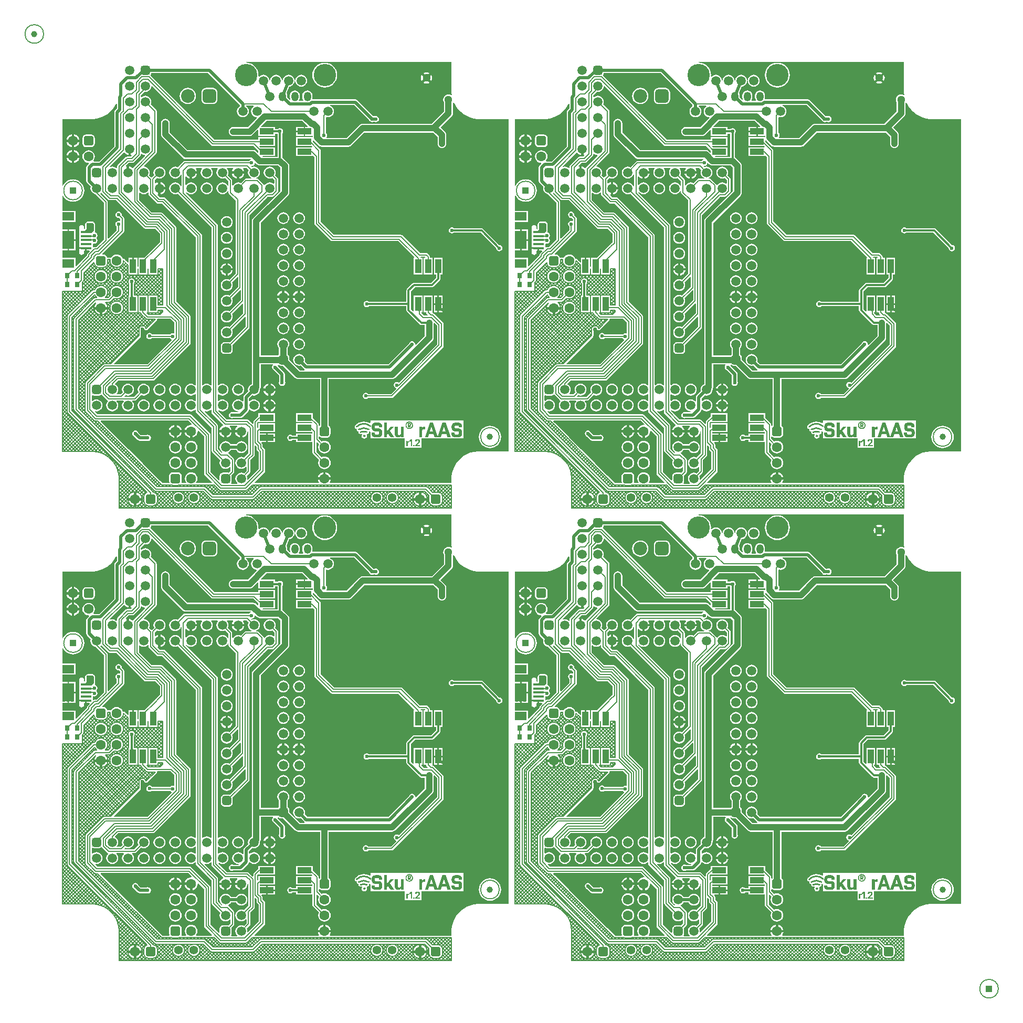
<source format=gtl>
G04*
G04 #@! TF.GenerationSoftware,Altium Limited,Altium Designer,18.1.11 (251)*
G04*
G04 Layer_Physical_Order=1*
G04 Layer_Color=255*
%FSLAX24Y24*%
%MOIN*%
G70*
G01*
G75*
%ADD10C,0.0079*%
%ADD11C,0.0394*%
%ADD12R,0.0394X0.0394*%
%ADD13C,0.0100*%
%ADD14R,0.0394X0.0906*%
%ADD15R,0.0906X0.0394*%
%ADD16R,0.0315X0.0354*%
%ADD17R,0.0748X0.0551*%
%ADD18R,0.0709X0.0157*%
%ADD19R,0.0748X0.1181*%
%ADD20C,0.0157*%
%ADD21C,0.0197*%
%ADD22C,0.0394*%
%ADD23C,0.0118*%
%ADD24C,0.0512*%
G04:AMPARAMS|DCode=25|XSize=63mil|YSize=63mil|CornerRadius=15.7mil|HoleSize=0mil|Usage=FLASHONLY|Rotation=270.000|XOffset=0mil|YOffset=0mil|HoleType=Round|Shape=RoundedRectangle|*
%AMROUNDEDRECTD25*
21,1,0.0630,0.0315,0,0,270.0*
21,1,0.0315,0.0630,0,0,270.0*
1,1,0.0315,-0.0157,-0.0157*
1,1,0.0315,-0.0157,0.0157*
1,1,0.0315,0.0157,0.0157*
1,1,0.0315,0.0157,-0.0157*
%
%ADD25ROUNDEDRECTD25*%
%ADD26C,0.0630*%
%ADD27C,0.0591*%
G04:AMPARAMS|DCode=28|XSize=59.1mil|YSize=59.1mil|CornerRadius=14.8mil|HoleSize=0mil|Usage=FLASHONLY|Rotation=0.000|XOffset=0mil|YOffset=0mil|HoleType=Round|Shape=RoundedRectangle|*
%AMROUNDEDRECTD28*
21,1,0.0591,0.0295,0,0,0.0*
21,1,0.0295,0.0591,0,0,0.0*
1,1,0.0295,0.0148,-0.0148*
1,1,0.0295,-0.0148,-0.0148*
1,1,0.0295,-0.0148,0.0148*
1,1,0.0295,0.0148,0.0148*
%
%ADD28ROUNDEDRECTD28*%
G04:AMPARAMS|DCode=29|XSize=59.1mil|YSize=59.1mil|CornerRadius=14.8mil|HoleSize=0mil|Usage=FLASHONLY|Rotation=90.000|XOffset=0mil|YOffset=0mil|HoleType=Round|Shape=RoundedRectangle|*
%AMROUNDEDRECTD29*
21,1,0.0591,0.0295,0,0,90.0*
21,1,0.0295,0.0591,0,0,90.0*
1,1,0.0295,0.0148,0.0148*
1,1,0.0295,0.0148,-0.0148*
1,1,0.0295,-0.0148,-0.0148*
1,1,0.0295,-0.0148,0.0148*
%
%ADD29ROUNDEDRECTD29*%
%ADD30C,0.0551*%
G04:AMPARAMS|DCode=31|XSize=63mil|YSize=63mil|CornerRadius=15.7mil|HoleSize=0mil|Usage=FLASHONLY|Rotation=180.000|XOffset=0mil|YOffset=0mil|HoleType=Round|Shape=RoundedRectangle|*
%AMROUNDEDRECTD31*
21,1,0.0630,0.0315,0,0,180.0*
21,1,0.0315,0.0630,0,0,180.0*
1,1,0.0315,-0.0157,0.0157*
1,1,0.0315,0.0157,0.0157*
1,1,0.0315,0.0157,-0.0157*
1,1,0.0315,-0.0157,-0.0157*
%
%ADD31ROUNDEDRECTD31*%
%ADD32O,0.0472X0.0591*%
%ADD33C,0.1417*%
%ADD34C,0.0866*%
G04:AMPARAMS|DCode=35|XSize=86.6mil|YSize=86.6mil|CornerRadius=21.7mil|HoleSize=0mil|Usage=FLASHONLY|Rotation=90.000|XOffset=0mil|YOffset=0mil|HoleType=Round|Shape=RoundedRectangle|*
%AMROUNDEDRECTD35*
21,1,0.0866,0.0433,0,0,90.0*
21,1,0.0433,0.0866,0,0,90.0*
1,1,0.0433,0.0217,0.0217*
1,1,0.0433,0.0217,-0.0217*
1,1,0.0433,-0.0217,-0.0217*
1,1,0.0433,-0.0217,0.0217*
%
%ADD35ROUNDEDRECTD35*%
%ADD36C,0.0236*%
G36*
X53661Y55433D02*
X53661Y55317D01*
X53677Y55196D01*
X53630Y55173D01*
X53556Y55204D01*
X53469Y55215D01*
X53381Y55204D01*
X53300Y55170D01*
X53230Y55116D01*
X53176Y55047D01*
X53143Y54965D01*
X53131Y54878D01*
X53143Y54790D01*
X53176Y54709D01*
X53191Y54690D01*
Y54135D01*
X52405Y53349D01*
X48012D01*
X47940Y53339D01*
X47873Y53312D01*
X47815Y53267D01*
X46991Y52443D01*
X45722D01*
X45708Y52493D01*
X45746Y52551D01*
X45762Y52628D01*
X45746Y52705D01*
X45703Y52770D01*
X45681Y52784D01*
Y53744D01*
X45731Y53777D01*
X45811Y53766D01*
X45909Y53779D01*
X46000Y53817D01*
X46078Y53877D01*
X46138Y53955D01*
X46175Y54046D01*
X46188Y54144D01*
X46175Y54241D01*
X46138Y54332D01*
X46078Y54410D01*
X46000Y54470D01*
X45943Y54494D01*
X45953Y54544D01*
X47474D01*
X48435Y53583D01*
X48437Y53575D01*
X48480Y53510D01*
X48545Y53466D01*
X48622Y53451D01*
X48699Y53466D01*
X48706Y53471D01*
X48774D01*
X48781Y53466D01*
X48858Y53451D01*
X48935Y53466D01*
X49000Y53510D01*
X49044Y53575D01*
X49059Y53652D01*
X49044Y53728D01*
X49000Y53794D01*
X48935Y53837D01*
X48858Y53852D01*
X48781Y53837D01*
X48774Y53832D01*
X48706D01*
X48699Y53837D01*
X48690Y53839D01*
X47677Y54852D01*
X47618Y54891D01*
X47549Y54905D01*
X44843D01*
X44819Y54941D01*
X44817Y54955D01*
X44828Y55033D01*
Y55152D01*
X44817Y55234D01*
X44785Y55310D01*
X44734Y55376D01*
X44669Y55427D01*
X44592Y55458D01*
X44510Y55469D01*
X44428Y55458D01*
X44351Y55427D01*
X44285Y55376D01*
X44235Y55310D01*
X44203Y55234D01*
X44192Y55152D01*
Y55033D01*
X44203Y54951D01*
X44235Y54875D01*
X44256Y54847D01*
X44231Y54797D01*
X43989D01*
X43964Y54847D01*
X43986Y54875D01*
X44017Y54951D01*
X44028Y55033D01*
Y55152D01*
X44017Y55234D01*
X43986Y55310D01*
X43935Y55376D01*
X43869Y55427D01*
X43793Y55458D01*
X43711Y55469D01*
X43628Y55458D01*
X43552Y55427D01*
X43486Y55376D01*
X43436Y55310D01*
X43404Y55234D01*
X43393Y55152D01*
Y55033D01*
X43404Y54951D01*
X43421Y54909D01*
X43379Y54880D01*
X43229Y55031D01*
X43229Y55033D01*
Y55152D01*
X43218Y55234D01*
X43190Y55303D01*
X43356Y55721D01*
X43407Y55728D01*
X43498Y55766D01*
X43576Y55826D01*
X43636Y55904D01*
X43673Y55995D01*
X43683Y56065D01*
X43683Y56071D01*
X43734D01*
X43735Y56065D01*
X43744Y55995D01*
X43782Y55904D01*
X43842Y55826D01*
X43920Y55766D01*
X44011Y55728D01*
X44108Y55715D01*
X44206Y55728D01*
X44297Y55766D01*
X44375Y55826D01*
X44435Y55904D01*
X44473Y55995D01*
X44486Y56093D01*
X44473Y56190D01*
X44435Y56281D01*
X44375Y56359D01*
X44297Y56419D01*
X44206Y56457D01*
X44108Y56470D01*
X44011Y56457D01*
X43920Y56419D01*
X43842Y56359D01*
X43782Y56281D01*
X43744Y56190D01*
X43735Y56121D01*
X43734Y56114D01*
X43683D01*
X43683Y56121D01*
X43673Y56190D01*
X43636Y56281D01*
X43576Y56359D01*
X43498Y56419D01*
X43407Y56457D01*
X43309Y56470D01*
X43211Y56457D01*
X43120Y56419D01*
X43042Y56359D01*
X42982Y56281D01*
X42945Y56190D01*
X42935Y56114D01*
X42884D01*
X42874Y56190D01*
X42837Y56281D01*
X42777Y56359D01*
X42698Y56419D01*
X42607Y56457D01*
X42510Y56470D01*
X42412Y56457D01*
X42321Y56419D01*
X42243Y56359D01*
X42183Y56281D01*
X42145Y56190D01*
X42135Y56114D01*
X42085D01*
X42075Y56190D01*
X42037Y56281D01*
X41977Y56359D01*
X41899Y56419D01*
X41808Y56457D01*
X41711Y56470D01*
X41613Y56457D01*
X41522Y56419D01*
X41444Y56359D01*
X41443Y56359D01*
X41395Y56378D01*
X41401Y56443D01*
X41386Y56597D01*
X41341Y56746D01*
X41268Y56882D01*
X41170Y57002D01*
X41050Y57101D01*
X40913Y57174D01*
X40765Y57219D01*
X40618Y57233D01*
X40621Y57283D01*
X45600D01*
X45602Y57233D01*
X45571Y57230D01*
X45456Y57219D01*
X45307Y57174D01*
X45171Y57101D01*
X45051Y57002D01*
X44952Y56882D01*
X44879Y56746D01*
X44834Y56597D01*
X44819Y56443D01*
X44834Y56289D01*
X44879Y56140D01*
X44952Y56003D01*
X45051Y55883D01*
X45171Y55785D01*
X45307Y55712D01*
X45456Y55667D01*
X45610Y55652D01*
X45765Y55667D01*
X45913Y55712D01*
X46050Y55785D01*
X46170Y55883D01*
X46268Y56003D01*
X46341Y56140D01*
X46386Y56289D01*
X46401Y56443D01*
X46386Y56597D01*
X46341Y56746D01*
X46268Y56882D01*
X46170Y57002D01*
X46050Y57101D01*
X45913Y57174D01*
X45765Y57219D01*
X45650Y57230D01*
X45618Y57233D01*
X45621Y57283D01*
X53661D01*
Y55433D01*
D02*
G37*
G36*
X24921D02*
X24921Y55317D01*
X24937Y55196D01*
X24890Y55173D01*
X24816Y55204D01*
X24729Y55215D01*
X24641Y55204D01*
X24560Y55170D01*
X24490Y55116D01*
X24436Y55047D01*
X24403Y54965D01*
X24391Y54878D01*
X24403Y54790D01*
X24436Y54709D01*
X24451Y54690D01*
Y54135D01*
X23664Y53349D01*
X19272D01*
X19200Y53339D01*
X19133Y53312D01*
X19075Y53267D01*
X18251Y52443D01*
X16982D01*
X16968Y52493D01*
X17006Y52551D01*
X17022Y52628D01*
X17006Y52705D01*
X16963Y52770D01*
X16941Y52784D01*
Y53744D01*
X16991Y53777D01*
X17071Y53766D01*
X17169Y53779D01*
X17259Y53817D01*
X17338Y53877D01*
X17398Y53955D01*
X17435Y54046D01*
X17448Y54144D01*
X17435Y54241D01*
X17398Y54332D01*
X17338Y54410D01*
X17259Y54470D01*
X17203Y54494D01*
X17213Y54544D01*
X18734D01*
X19695Y53583D01*
X19696Y53575D01*
X19740Y53510D01*
X19805Y53466D01*
X19882Y53451D01*
X19959Y53466D01*
X19966Y53471D01*
X20034D01*
X20041Y53466D01*
X20118Y53451D01*
X20195Y53466D01*
X20260Y53510D01*
X20304Y53575D01*
X20319Y53652D01*
X20304Y53728D01*
X20260Y53794D01*
X20195Y53837D01*
X20118Y53852D01*
X20041Y53837D01*
X20034Y53832D01*
X19966D01*
X19959Y53837D01*
X19950Y53839D01*
X18937Y54852D01*
X18878Y54891D01*
X18809Y54905D01*
X16102D01*
X16079Y54941D01*
X16077Y54955D01*
X16087Y55033D01*
Y55152D01*
X16077Y55234D01*
X16045Y55310D01*
X15994Y55376D01*
X15929Y55427D01*
X15852Y55458D01*
X15770Y55469D01*
X15687Y55458D01*
X15611Y55427D01*
X15545Y55376D01*
X15495Y55310D01*
X15463Y55234D01*
X15452Y55152D01*
Y55033D01*
X15463Y54951D01*
X15495Y54875D01*
X15516Y54847D01*
X15491Y54797D01*
X15249D01*
X15224Y54847D01*
X15246Y54875D01*
X15277Y54951D01*
X15288Y55033D01*
Y55152D01*
X15277Y55234D01*
X15246Y55310D01*
X15195Y55376D01*
X15129Y55427D01*
X15053Y55458D01*
X14970Y55469D01*
X14888Y55458D01*
X14812Y55427D01*
X14746Y55376D01*
X14695Y55310D01*
X14664Y55234D01*
X14653Y55152D01*
Y55033D01*
X14664Y54951D01*
X14681Y54909D01*
X14639Y54880D01*
X14489Y55031D01*
X14489Y55033D01*
Y55152D01*
X14478Y55234D01*
X14449Y55303D01*
X14616Y55721D01*
X14667Y55728D01*
X14758Y55766D01*
X14836Y55826D01*
X14896Y55904D01*
X14933Y55995D01*
X14942Y56065D01*
X14943Y56071D01*
X14994D01*
X14995Y56065D01*
X15004Y55995D01*
X15041Y55904D01*
X15101Y55826D01*
X15179Y55766D01*
X15270Y55728D01*
X15368Y55715D01*
X15466Y55728D01*
X15557Y55766D01*
X15635Y55826D01*
X15695Y55904D01*
X15733Y55995D01*
X15745Y56093D01*
X15733Y56190D01*
X15695Y56281D01*
X15635Y56359D01*
X15557Y56419D01*
X15466Y56457D01*
X15368Y56470D01*
X15270Y56457D01*
X15179Y56419D01*
X15101Y56359D01*
X15041Y56281D01*
X15004Y56190D01*
X14995Y56121D01*
X14994Y56114D01*
X14943D01*
X14942Y56121D01*
X14933Y56190D01*
X14896Y56281D01*
X14836Y56359D01*
X14758Y56419D01*
X14667Y56457D01*
X14569Y56470D01*
X14471Y56457D01*
X14380Y56419D01*
X14302Y56359D01*
X14242Y56281D01*
X14205Y56190D01*
X14195Y56114D01*
X14144D01*
X14134Y56190D01*
X14096Y56281D01*
X14036Y56359D01*
X13958Y56419D01*
X13867Y56457D01*
X13770Y56470D01*
X13672Y56457D01*
X13581Y56419D01*
X13503Y56359D01*
X13443Y56281D01*
X13405Y56190D01*
X13395Y56114D01*
X13345D01*
X13335Y56190D01*
X13297Y56281D01*
X13237Y56359D01*
X13159Y56419D01*
X13068Y56457D01*
X12970Y56470D01*
X12873Y56457D01*
X12782Y56419D01*
X12704Y56359D01*
X12703Y56359D01*
X12655Y56378D01*
X12661Y56443D01*
X12646Y56597D01*
X12601Y56746D01*
X12528Y56882D01*
X12430Y57002D01*
X12310Y57101D01*
X12173Y57174D01*
X12024Y57219D01*
X11878Y57233D01*
X11881Y57283D01*
X16859D01*
X16862Y57233D01*
X16830Y57230D01*
X16716Y57219D01*
X16567Y57174D01*
X16431Y57101D01*
X16311Y57002D01*
X16212Y56882D01*
X16139Y56746D01*
X16094Y56597D01*
X16079Y56443D01*
X16094Y56289D01*
X16139Y56140D01*
X16212Y56003D01*
X16311Y55883D01*
X16431Y55785D01*
X16567Y55712D01*
X16716Y55667D01*
X16870Y55652D01*
X17024Y55667D01*
X17173Y55712D01*
X17310Y55785D01*
X17430Y55883D01*
X17528Y56003D01*
X17601Y56140D01*
X17646Y56289D01*
X17661Y56443D01*
X17646Y56597D01*
X17601Y56746D01*
X17528Y56882D01*
X17430Y57002D01*
X17310Y57101D01*
X17173Y57174D01*
X17024Y57219D01*
X16910Y57230D01*
X16878Y57233D01*
X16881Y57283D01*
X24921D01*
Y55433D01*
D02*
G37*
G36*
X38411Y51982D02*
X38450Y51956D01*
X38496Y51947D01*
X41082D01*
X41388Y51641D01*
Y51535D01*
X41342Y51516D01*
X41263Y51594D01*
X41206Y51638D01*
X41139Y51666D01*
X41067Y51676D01*
X36891D01*
X35767Y52799D01*
Y53393D01*
X35758Y53465D01*
X35730Y53532D01*
X35686Y53589D01*
X35628Y53633D01*
X35561Y53661D01*
X35489Y53671D01*
X35417Y53661D01*
X35350Y53633D01*
X35293Y53589D01*
X35248Y53532D01*
X35221Y53465D01*
X35211Y53393D01*
Y53156D01*
Y52684D01*
X35221Y52612D01*
X35248Y52545D01*
X35293Y52488D01*
X36579Y51201D01*
X36637Y51157D01*
X36704Y51129D01*
X36776Y51120D01*
X40905D01*
X40913Y51108D01*
X40892Y51052D01*
X40888Y51052D01*
X40823Y51008D01*
X40808Y50987D01*
X36720D01*
X36674Y50977D01*
X36635Y50951D01*
X36635Y50951D01*
X36278Y50594D01*
X36210Y50622D01*
X36112Y50635D01*
X36015Y50622D01*
X35924Y50585D01*
X35845Y50525D01*
X35786Y50446D01*
X35748Y50356D01*
X35735Y50258D01*
X35748Y50160D01*
X35786Y50069D01*
X35845Y49991D01*
X35924Y49931D01*
X36015Y49893D01*
X36112Y49881D01*
X36210Y49893D01*
X36301Y49931D01*
X36379Y49991D01*
X36439Y50069D01*
X36463Y50128D01*
X36513Y50119D01*
Y49397D01*
X36463Y49387D01*
X36439Y49446D01*
X36379Y49525D01*
X36301Y49585D01*
X36210Y49622D01*
X36112Y49635D01*
X36015Y49622D01*
X35924Y49585D01*
X35845Y49525D01*
X35786Y49446D01*
X35748Y49356D01*
X35735Y49258D01*
X35748Y49160D01*
X35786Y49069D01*
X35845Y48991D01*
X35924Y48931D01*
X36015Y48893D01*
X36112Y48881D01*
X36210Y48893D01*
X36278Y48922D01*
X38421Y46779D01*
Y36753D01*
X38371Y36739D01*
X38301Y36793D01*
X38210Y36831D01*
X38112Y36844D01*
X38015Y36831D01*
X37924Y36793D01*
X37869Y36752D01*
X37819Y36776D01*
Y46264D01*
X37810Y46310D01*
X37784Y46349D01*
X37784Y46349D01*
X35485Y48648D01*
X35446Y48674D01*
X35400Y48683D01*
X35400Y48683D01*
X35138D01*
X34994Y48828D01*
X35000Y48847D01*
X35020Y48873D01*
X35033Y48871D01*
Y49258D01*
Y49645D01*
X35009Y49641D01*
X34914Y49602D01*
X34869Y49568D01*
X34819Y49592D01*
Y49795D01*
X34946Y49922D01*
X35015Y49893D01*
X35112Y49881D01*
X35210Y49893D01*
X35301Y49931D01*
X35379Y49991D01*
X35439Y50069D01*
X35477Y50160D01*
X35489Y50258D01*
X35477Y50356D01*
X35439Y50446D01*
X35379Y50525D01*
X35301Y50585D01*
X35210Y50622D01*
X35112Y50635D01*
X35015Y50622D01*
X34924Y50585D01*
X34845Y50525D01*
X34786Y50446D01*
X34748Y50356D01*
X34735Y50258D01*
X34748Y50160D01*
X34776Y50092D01*
X34648Y49964D01*
X34577Y49963D01*
X34448Y50092D01*
X34477Y50160D01*
X34489Y50258D01*
X34477Y50356D01*
X34439Y50446D01*
X34379Y50525D01*
X34301Y50585D01*
X34210Y50622D01*
X34142Y50631D01*
X34124Y50684D01*
X34908Y51468D01*
X34908Y51468D01*
X34934Y51507D01*
X34943Y51553D01*
Y54156D01*
X34943Y54156D01*
X34934Y54202D01*
X34908Y54241D01*
X34908Y54241D01*
X34555Y54594D01*
X34583Y54662D01*
X34596Y54760D01*
X34583Y54857D01*
X34545Y54948D01*
X34485Y55027D01*
X34407Y55087D01*
X34316Y55124D01*
X34219Y55137D01*
X34121Y55124D01*
X34030Y55087D01*
X33976Y55045D01*
X33926Y55069D01*
Y55163D01*
X34154Y55391D01*
X34219Y55383D01*
X34316Y55395D01*
X34407Y55433D01*
X34485Y55493D01*
X34545Y55571D01*
X34583Y55662D01*
X34592Y55730D01*
X34645Y55748D01*
X38411Y51982D01*
D02*
G37*
G36*
X9671D02*
X9710Y51956D01*
X9756Y51947D01*
X12342D01*
X12648Y51641D01*
Y51535D01*
X12601Y51516D01*
X12523Y51594D01*
X12466Y51638D01*
X12399Y51666D01*
X12327Y51676D01*
X8151D01*
X7027Y52799D01*
Y53393D01*
X7018Y53465D01*
X6990Y53532D01*
X6946Y53589D01*
X6888Y53633D01*
X6821Y53661D01*
X6749Y53671D01*
X6677Y53661D01*
X6610Y53633D01*
X6552Y53589D01*
X6508Y53532D01*
X6481Y53465D01*
X6471Y53393D01*
Y53156D01*
Y52684D01*
X6481Y52612D01*
X6508Y52545D01*
X6552Y52488D01*
X7839Y51201D01*
X7896Y51157D01*
X7963Y51129D01*
X8035Y51120D01*
X12164D01*
X12173Y51108D01*
X12152Y51052D01*
X12148Y51052D01*
X12082Y51008D01*
X12068Y50987D01*
X7980D01*
X7934Y50977D01*
X7895Y50951D01*
X7895Y50951D01*
X7538Y50594D01*
X7470Y50622D01*
X7372Y50635D01*
X7274Y50622D01*
X7183Y50585D01*
X7105Y50525D01*
X7045Y50446D01*
X7008Y50356D01*
X6995Y50258D01*
X7008Y50160D01*
X7045Y50069D01*
X7105Y49991D01*
X7183Y49931D01*
X7274Y49893D01*
X7372Y49881D01*
X7470Y49893D01*
X7561Y49931D01*
X7639Y49991D01*
X7699Y50069D01*
X7723Y50128D01*
X7773Y50119D01*
Y49397D01*
X7723Y49387D01*
X7699Y49446D01*
X7639Y49525D01*
X7561Y49585D01*
X7470Y49622D01*
X7372Y49635D01*
X7274Y49622D01*
X7183Y49585D01*
X7105Y49525D01*
X7045Y49446D01*
X7008Y49356D01*
X6995Y49258D01*
X7008Y49160D01*
X7045Y49069D01*
X7105Y48991D01*
X7183Y48931D01*
X7274Y48893D01*
X7372Y48881D01*
X7470Y48893D01*
X7538Y48922D01*
X9681Y46779D01*
Y36753D01*
X9631Y36739D01*
X9561Y36793D01*
X9470Y36831D01*
X9372Y36844D01*
X9274Y36831D01*
X9183Y36793D01*
X9129Y36752D01*
X9079Y36776D01*
Y46264D01*
X9070Y46310D01*
X9044Y46349D01*
X9044Y46349D01*
X6745Y48648D01*
X6706Y48674D01*
X6660Y48683D01*
X6660Y48683D01*
X6398D01*
X6254Y48828D01*
X6260Y48847D01*
X6279Y48873D01*
X6293Y48871D01*
Y49258D01*
Y49645D01*
X6269Y49641D01*
X6173Y49602D01*
X6129Y49568D01*
X6079Y49592D01*
Y49795D01*
X6206Y49922D01*
X6274Y49893D01*
X6372Y49881D01*
X6470Y49893D01*
X6561Y49931D01*
X6639Y49991D01*
X6699Y50069D01*
X6736Y50160D01*
X6749Y50258D01*
X6736Y50356D01*
X6699Y50446D01*
X6639Y50525D01*
X6561Y50585D01*
X6470Y50622D01*
X6372Y50635D01*
X6274Y50622D01*
X6183Y50585D01*
X6105Y50525D01*
X6045Y50446D01*
X6008Y50356D01*
X5995Y50258D01*
X6008Y50160D01*
X6036Y50092D01*
X5907Y49964D01*
X5837Y49963D01*
X5708Y50092D01*
X5736Y50160D01*
X5749Y50258D01*
X5736Y50356D01*
X5699Y50446D01*
X5639Y50525D01*
X5561Y50585D01*
X5470Y50622D01*
X5402Y50631D01*
X5384Y50684D01*
X6168Y51468D01*
X6168Y51468D01*
X6194Y51507D01*
X6203Y51553D01*
Y54156D01*
X6203Y54156D01*
X6194Y54202D01*
X6168Y54241D01*
X6168Y54241D01*
X5814Y54594D01*
X5843Y54662D01*
X5856Y54760D01*
X5843Y54857D01*
X5805Y54948D01*
X5745Y55027D01*
X5667Y55087D01*
X5576Y55124D01*
X5478Y55137D01*
X5381Y55124D01*
X5290Y55087D01*
X5235Y55045D01*
X5185Y55069D01*
Y55163D01*
X5414Y55391D01*
X5478Y55383D01*
X5576Y55395D01*
X5667Y55433D01*
X5745Y55493D01*
X5805Y55571D01*
X5843Y55662D01*
X5852Y55730D01*
X5904Y55748D01*
X9671Y51982D01*
D02*
G37*
G36*
X53825Y54685D02*
X53841Y54648D01*
X53957Y54447D01*
X54098Y54263D01*
X54262Y54098D01*
X54446Y53957D01*
X54647Y53841D01*
X54862Y53752D01*
X55086Y53692D01*
X55316Y53661D01*
X55432Y53661D01*
X57283Y53661D01*
Y32559D01*
X55433Y32559D01*
X55317Y32559D01*
X55087Y32529D01*
X54862Y32469D01*
X54648Y32380D01*
X54447Y32264D01*
X54263Y32122D01*
X54098Y31958D01*
X53957Y31774D01*
X53841Y31573D01*
X53752Y31359D01*
X53692Y31134D01*
X53661Y30904D01*
X53661Y30788D01*
X53661Y30788D01*
X53661Y30788D01*
Y30534D01*
X53609D01*
X53609Y30534D01*
X53609Y30534D01*
X53554D01*
X53554Y30534D01*
X53554Y30534D01*
X53331D01*
X53331Y30534D01*
X53331Y30534D01*
X53108D01*
X53108Y30534D01*
X53108Y30534D01*
X52941D01*
X52941Y30534D01*
X52941Y30534D01*
X52886D01*
X52886Y30534D01*
X52886Y30534D01*
X52719D01*
X52719Y30534D01*
X52719Y30534D01*
X52663D01*
X52663Y30534D01*
X52663Y30534D01*
X52496D01*
X52496Y30534D01*
X52496Y30534D01*
X52440D01*
X52440Y30534D01*
X52440Y30534D01*
X52217D01*
X52217Y30534D01*
X52217Y30534D01*
X52217D01*
X52217Y30534D01*
X52217Y30534D01*
X52050D01*
X52050Y30534D01*
X52050Y30534D01*
X51995D01*
X51995Y30534D01*
X51995Y30534D01*
X51828D01*
X51828Y30534D01*
X51828Y30534D01*
X51772D01*
X51772Y30534D01*
X51772Y30534D01*
X51605D01*
X51605Y30534D01*
X51605Y30534D01*
X51549D01*
X51549Y30534D01*
X51549Y30534D01*
X51382D01*
X51382Y30534D01*
X51382Y30534D01*
X51327D01*
X51327Y30534D01*
X51327Y30534D01*
X51160D01*
X51160Y30534D01*
X51160Y30534D01*
X51104D01*
X51104Y30534D01*
X51104Y30534D01*
X50937D01*
X50937Y30534D01*
X50937Y30534D01*
X50881D01*
X50881Y30534D01*
X50881Y30534D01*
X50714D01*
X50714Y30534D01*
X50714Y30534D01*
X50658D01*
X50658Y30534D01*
X50658Y30534D01*
X50491D01*
X50491Y30534D01*
X50491Y30534D01*
X50436D01*
X50436Y30534D01*
X50436Y30534D01*
X50269D01*
X50269Y30534D01*
X50269Y30534D01*
X50213D01*
X50213Y30534D01*
X50213Y30534D01*
X50046D01*
X50046Y30534D01*
X50046Y30534D01*
X49990D01*
X49990Y30534D01*
X49990Y30534D01*
X49823D01*
X49823Y30534D01*
X49823Y30534D01*
X49768D01*
X49768Y30534D01*
X49768Y30534D01*
X49601Y30534D01*
X49601Y30534D01*
X49601Y30534D01*
X49545D01*
X49545Y30534D01*
X49545Y30534D01*
X49378D01*
X49378Y30534D01*
X49378Y30534D01*
X49322D01*
X49322Y30534D01*
X49322Y30534D01*
X49155D01*
X49155Y30534D01*
X49155Y30534D01*
X49099D01*
X49099Y30534D01*
X49099Y30534D01*
X48932D01*
X48932Y30534D01*
X48932Y30534D01*
X48877D01*
X48877Y30534D01*
X48877Y30534D01*
X48710D01*
X48710Y30534D01*
X48710Y30534D01*
X48654D01*
X48654Y30534D01*
X48654Y30534D01*
X48487D01*
X48487Y30534D01*
X48487Y30534D01*
X48431D01*
X48431Y30534D01*
X48431Y30534D01*
X48264D01*
X48264Y30534D01*
X48264Y30534D01*
X48209D01*
X48209Y30534D01*
X48209Y30534D01*
X48042D01*
X48042Y30534D01*
X48042Y30534D01*
X47986D01*
X47986Y30534D01*
X47986Y30534D01*
X47819D01*
X47819Y30534D01*
X47819Y30534D01*
X47763D01*
X47763Y30534D01*
X47763Y30534D01*
X47596D01*
X47596Y30534D01*
X47596Y30534D01*
X47540D01*
X47540Y30534D01*
X47540Y30534D01*
X47374D01*
X47374Y30534D01*
X47374Y30534D01*
X47318D01*
X47318Y30534D01*
X47318Y30534D01*
X47151D01*
X47151Y30534D01*
X47151Y30534D01*
X47095D01*
X47095Y30534D01*
X47095Y30534D01*
X46928D01*
X46928Y30534D01*
X46928Y30534D01*
X46872D01*
X46872Y30534D01*
X46872Y30534D01*
X46705D01*
X46705Y30534D01*
X46705Y30534D01*
X46650D01*
X46650Y30534D01*
X46650Y30534D01*
X46483D01*
X46483Y30534D01*
X46483Y30534D01*
X46427D01*
X46427Y30534D01*
X46427Y30534D01*
X46260D01*
X46260Y30534D01*
X46260Y30534D01*
X46204D01*
X46204Y30534D01*
X46204Y30534D01*
X46037D01*
X46037Y30534D01*
X46037Y30534D01*
X45981D01*
X45981Y30534D01*
X45981Y30534D01*
X45945D01*
X45923Y30579D01*
X45952Y30616D01*
X45993Y30717D01*
X45997Y30746D01*
X45591D01*
X45184D01*
X45188Y30717D01*
X45229Y30616D01*
X45258Y30579D01*
X45236Y30534D01*
X45146D01*
X45146Y30534D01*
X45146Y30534D01*
X45091D01*
X45091Y30534D01*
X45091Y30534D01*
X44924D01*
X44924Y30534D01*
X44924Y30534D01*
X44868D01*
X44868Y30534D01*
X44868Y30534D01*
X44701D01*
X44701Y30534D01*
X44701Y30534D01*
X44645D01*
X44645Y30534D01*
X44645Y30534D01*
X44478D01*
X44478Y30534D01*
X44478Y30534D01*
X44423D01*
X44423Y30534D01*
X44423Y30534D01*
X44256D01*
X44256Y30534D01*
X44256Y30534D01*
X44200D01*
X44200Y30534D01*
X44200Y30534D01*
X44033D01*
X44033Y30534D01*
X44033Y30534D01*
X43977D01*
X43977Y30534D01*
X43977Y30534D01*
X43810D01*
X43810Y30534D01*
X43810Y30534D01*
X43754D01*
X43754Y30534D01*
X43754Y30534D01*
X43587D01*
X43587Y30534D01*
X43587Y30534D01*
X43532D01*
X43532Y30534D01*
X43532Y30534D01*
X43365D01*
X43365Y30534D01*
X43365Y30534D01*
X43309D01*
X43309Y30534D01*
X43309Y30534D01*
X43142D01*
X43142Y30534D01*
X43142Y30534D01*
X43086D01*
X43086Y30534D01*
X43086Y30534D01*
X42919D01*
X42919Y30534D01*
X42919Y30534D01*
X42864D01*
X42864Y30534D01*
X42864Y30534D01*
X42697D01*
X42697Y30534D01*
X42697Y30534D01*
X42641D01*
X42641Y30534D01*
X42641Y30534D01*
X42474D01*
X42474Y30534D01*
X42474Y30534D01*
X42418D01*
X42418Y30534D01*
X42418Y30534D01*
X42251D01*
X42251Y30534D01*
X42251Y30534D01*
X42195D01*
X42195Y30534D01*
X42195Y30534D01*
X42028D01*
X42028Y30534D01*
X42028Y30534D01*
X41973D01*
X41973Y30534D01*
X41973Y30534D01*
X41806D01*
X41806Y30534D01*
X41806Y30534D01*
X41750D01*
X41750Y30534D01*
X41750Y30534D01*
X41527D01*
X41527Y30534D01*
X41527Y30534D01*
X41360D01*
X41360Y30534D01*
X41360Y30534D01*
X41305D01*
X41305Y30534D01*
X41305Y30534D01*
X41159D01*
X41138Y30584D01*
X41778Y31223D01*
X41778Y31223D01*
X41804Y31263D01*
X41813Y31309D01*
X41813Y31309D01*
Y32623D01*
X41804Y32669D01*
X41778Y32708D01*
X41778Y32708D01*
X41670Y32816D01*
Y32973D01*
X41670Y32973D01*
X41660Y33019D01*
X41634Y33058D01*
X41599Y33094D01*
X41618Y33140D01*
X41874D01*
Y33415D01*
Y33691D01*
X41473D01*
Y33780D01*
X42455D01*
Y34331D01*
X41392D01*
Y34057D01*
X41364Y34038D01*
X41315Y34061D01*
Y34373D01*
X41346Y34404D01*
X41392Y34419D01*
Y34419D01*
X41392Y34419D01*
X42455D01*
Y34970D01*
X41392D01*
Y34787D01*
X41381Y34780D01*
X41381Y34780D01*
X41110Y34508D01*
X41084Y34469D01*
X41074Y34423D01*
X41074Y34423D01*
Y34312D01*
X41028Y34293D01*
X40787Y34534D01*
X40748Y34560D01*
X40702Y34569D01*
X40702Y34569D01*
X39397D01*
X38850Y35116D01*
X38852Y35132D01*
X38906Y35153D01*
X38924Y35140D01*
X39015Y35102D01*
X39112Y35089D01*
X39210Y35102D01*
X39301Y35140D01*
X39379Y35200D01*
X39439Y35278D01*
X39477Y35369D01*
X39489Y35467D01*
X39477Y35564D01*
X39439Y35655D01*
X39379Y35733D01*
X39301Y35793D01*
X39210Y35831D01*
X39112Y35844D01*
X39015Y35831D01*
X38924Y35793D01*
X38869Y35752D01*
X38819Y35776D01*
Y36157D01*
X38869Y36182D01*
X38924Y36140D01*
X39015Y36102D01*
X39112Y36089D01*
X39210Y36102D01*
X39301Y36140D01*
X39379Y36200D01*
X39439Y36278D01*
X39477Y36369D01*
X39489Y36467D01*
X39477Y36564D01*
X39439Y36655D01*
X39379Y36733D01*
X39301Y36793D01*
X39210Y36831D01*
X39112Y36844D01*
X39015Y36831D01*
X38924Y36793D01*
X38869Y36752D01*
X38819Y36776D01*
Y46894D01*
X38819Y46894D01*
X38810Y46940D01*
X38784Y46979D01*
X36780Y48984D01*
X36782Y48992D01*
X36836Y49004D01*
X36845Y48991D01*
X36924Y48931D01*
X37015Y48893D01*
X37112Y48881D01*
X37210Y48893D01*
X37301Y48931D01*
X37379Y48991D01*
X37439Y49069D01*
X37477Y49160D01*
X37489Y49258D01*
X37477Y49356D01*
X37439Y49446D01*
X37379Y49525D01*
X37301Y49585D01*
X37210Y49622D01*
X37112Y49635D01*
X37015Y49622D01*
X36924Y49585D01*
X36845Y49525D01*
X36804Y49471D01*
X36754Y49488D01*
Y49995D01*
X36804Y50012D01*
X36831Y49977D01*
X36914Y49914D01*
X37009Y49874D01*
X37033Y49871D01*
Y50258D01*
X37112D01*
Y50337D01*
X37499D01*
X37496Y50361D01*
X37456Y50456D01*
X37422Y50501D01*
X37447Y50551D01*
X37803D01*
X37827Y50501D01*
X37786Y50446D01*
X37748Y50356D01*
X37735Y50258D01*
X37748Y50160D01*
X37786Y50069D01*
X37845Y49991D01*
X37924Y49931D01*
X38015Y49893D01*
X38112Y49881D01*
X38210Y49893D01*
X38301Y49931D01*
X38379Y49991D01*
X38439Y50069D01*
X38477Y50160D01*
X38489Y50258D01*
X38477Y50356D01*
X38439Y50446D01*
X38397Y50501D01*
X38422Y50551D01*
X38803D01*
X38827Y50501D01*
X38786Y50446D01*
X38748Y50356D01*
X38735Y50258D01*
X38748Y50160D01*
X38786Y50069D01*
X38845Y49991D01*
X38924Y49931D01*
X39015Y49893D01*
X39112Y49881D01*
X39210Y49893D01*
X39278Y49922D01*
X39496Y49704D01*
Y49440D01*
X39446Y49430D01*
X39439Y49446D01*
X39379Y49525D01*
X39301Y49585D01*
X39210Y49622D01*
X39112Y49635D01*
X39015Y49622D01*
X38924Y49585D01*
X38845Y49525D01*
X38786Y49446D01*
X38748Y49356D01*
X38735Y49258D01*
X38748Y49160D01*
X38786Y49069D01*
X38845Y48991D01*
X38924Y48931D01*
X39015Y48893D01*
X39112Y48881D01*
X39210Y48893D01*
X39301Y48931D01*
X39379Y48991D01*
X39439Y49069D01*
X39446Y49086D01*
X39496Y49076D01*
Y48996D01*
X39496Y48996D01*
X39505Y48950D01*
X39531Y48911D01*
X39958Y48484D01*
Y43855D01*
X39550Y43446D01*
X39481Y43475D01*
X39384Y43487D01*
X39286Y43475D01*
X39195Y43437D01*
X39117Y43377D01*
X39057Y43299D01*
X39019Y43208D01*
X39007Y43110D01*
X39019Y43013D01*
X39057Y42922D01*
X39117Y42843D01*
X39195Y42784D01*
X39286Y42746D01*
X39384Y42733D01*
X39481Y42746D01*
X39572Y42784D01*
X39651Y42843D01*
X39711Y42922D01*
X39748Y43013D01*
X39761Y43110D01*
X39748Y43208D01*
X39720Y43276D01*
X40070Y43626D01*
X40116Y43607D01*
Y43013D01*
X39550Y42446D01*
X39481Y42475D01*
X39384Y42487D01*
X39286Y42475D01*
X39195Y42437D01*
X39117Y42377D01*
X39057Y42299D01*
X39019Y42208D01*
X39007Y42110D01*
X39019Y42013D01*
X39057Y41922D01*
X39117Y41843D01*
X39195Y41784D01*
X39286Y41746D01*
X39384Y41733D01*
X39481Y41746D01*
X39572Y41784D01*
X39651Y41843D01*
X39711Y41922D01*
X39748Y42013D01*
X39761Y42110D01*
X39748Y42208D01*
X39720Y42276D01*
X40227Y42783D01*
X40273Y42764D01*
Y42170D01*
X39550Y41446D01*
X39481Y41475D01*
X39384Y41487D01*
X39286Y41475D01*
X39195Y41437D01*
X39117Y41377D01*
X39057Y41299D01*
X39019Y41208D01*
X39007Y41110D01*
X39019Y41013D01*
X39057Y40922D01*
X39117Y40843D01*
X39195Y40784D01*
X39286Y40746D01*
X39384Y40733D01*
X39481Y40746D01*
X39572Y40784D01*
X39651Y40843D01*
X39711Y40922D01*
X39748Y41013D01*
X39761Y41110D01*
X39748Y41208D01*
X39720Y41276D01*
X40385Y41941D01*
X40431Y41922D01*
Y41328D01*
X39550Y40446D01*
X39481Y40475D01*
X39384Y40487D01*
X39286Y40475D01*
X39195Y40437D01*
X39117Y40377D01*
X39057Y40299D01*
X39019Y40208D01*
X39007Y40110D01*
X39019Y40013D01*
X39057Y39922D01*
X39117Y39843D01*
X39195Y39784D01*
X39286Y39746D01*
X39384Y39733D01*
X39481Y39746D01*
X39572Y39784D01*
X39651Y39843D01*
X39711Y39922D01*
X39748Y40013D01*
X39761Y40110D01*
X39748Y40208D01*
X39720Y40276D01*
X40542Y41098D01*
X40588Y41079D01*
Y40485D01*
X39582Y39479D01*
X39531Y39489D01*
X39236D01*
X39148Y39471D01*
X39073Y39421D01*
X39023Y39346D01*
X39005Y39258D01*
Y38963D01*
X39023Y38874D01*
X39073Y38799D01*
X39148Y38749D01*
X39236Y38732D01*
X39531D01*
X39620Y38749D01*
X39695Y38799D01*
X39745Y38874D01*
X39762Y38963D01*
Y39258D01*
X39752Y39308D01*
X40794Y40350D01*
X40794Y40350D01*
X40820Y40389D01*
X40829Y40435D01*
Y47560D01*
X41994Y48724D01*
X42283D01*
X42283Y48724D01*
X42330Y48733D01*
X42369Y48759D01*
X42611Y49001D01*
X42611Y49001D01*
X42637Y49041D01*
X42646Y49087D01*
Y49844D01*
X42637Y49891D01*
X42611Y49930D01*
X42448Y50092D01*
X42477Y50160D01*
X42489Y50258D01*
X42477Y50356D01*
X42439Y50446D01*
X42379Y50525D01*
X42301Y50585D01*
X42210Y50622D01*
X42112Y50635D01*
X42015Y50622D01*
X41924Y50585D01*
X41845Y50525D01*
X41786Y50446D01*
X41748Y50356D01*
X41735Y50258D01*
X41748Y50160D01*
X41786Y50069D01*
X41845Y49991D01*
X41924Y49931D01*
X42015Y49893D01*
X42112Y49881D01*
X42210Y49893D01*
X42278Y49922D01*
X42405Y49795D01*
Y49568D01*
X42355Y49543D01*
X42301Y49585D01*
X42210Y49622D01*
X42112Y49635D01*
X42015Y49622D01*
X41924Y49585D01*
X41845Y49525D01*
X41800Y49465D01*
X41747Y49478D01*
X41745Y49485D01*
X41719Y49524D01*
X41414Y49829D01*
X41375Y49855D01*
X41329Y49865D01*
X41329Y49865D01*
X41271D01*
X41261Y49915D01*
X41301Y49931D01*
X41379Y49991D01*
X41439Y50069D01*
X41477Y50160D01*
X41489Y50258D01*
X41477Y50356D01*
X41439Y50446D01*
X41379Y50525D01*
X41301Y50585D01*
X41210Y50622D01*
X41112Y50635D01*
X41015Y50622D01*
X40959Y50599D01*
X40938Y50620D01*
X40963Y50666D01*
X40965Y50665D01*
X41041Y50681D01*
X41106Y50724D01*
X41150Y50789D01*
X41160Y50841D01*
X41214Y50857D01*
X41288Y50784D01*
X41345Y50740D01*
X41412Y50712D01*
X41484Y50702D01*
X42658D01*
X42793Y50568D01*
Y49092D01*
X41063Y47362D01*
X41019Y47304D01*
X40991Y47237D01*
X40982Y47165D01*
Y38362D01*
Y36817D01*
X40924Y36793D01*
X40845Y36733D01*
X40786Y36655D01*
X40748Y36564D01*
X40735Y36467D01*
X40748Y36369D01*
X40751Y36361D01*
X40492Y36102D01*
X40453Y36044D01*
X40439Y35974D01*
Y35737D01*
X40389Y35720D01*
X40379Y35733D01*
X40301Y35793D01*
X40210Y35831D01*
X40112Y35844D01*
X40015Y35831D01*
X39924Y35793D01*
X39845Y35733D01*
X39786Y35655D01*
X39748Y35564D01*
X39735Y35467D01*
X39748Y35369D01*
X39786Y35278D01*
X39845Y35200D01*
X39924Y35140D01*
X40015Y35102D01*
X40112Y35089D01*
X40129Y35091D01*
X40159Y35045D01*
X40151Y35033D01*
X39799D01*
X39791Y35038D01*
X39715Y35053D01*
X39638Y35038D01*
X39573Y34994D01*
X39529Y34929D01*
X39514Y34852D01*
X39529Y34776D01*
X39573Y34710D01*
X39638Y34667D01*
X39715Y34652D01*
X39791Y34667D01*
X39799Y34672D01*
X40256D01*
X40325Y34685D01*
X40384Y34725D01*
X40748Y35089D01*
X40787Y35147D01*
X40794Y35184D01*
X40835Y35197D01*
X40848Y35198D01*
X40924Y35140D01*
X41015Y35102D01*
X41112Y35089D01*
X41210Y35102D01*
X41301Y35140D01*
X41379Y35200D01*
X41439Y35278D01*
X41477Y35369D01*
X41489Y35467D01*
X41477Y35564D01*
X41439Y35655D01*
X41379Y35733D01*
X41301Y35793D01*
X41210Y35831D01*
X41112Y35844D01*
X41015Y35831D01*
X40924Y35793D01*
X40851Y35737D01*
X40803Y35748D01*
X40801Y35748D01*
Y35900D01*
X41007Y36105D01*
X41015Y36102D01*
X41112Y36089D01*
X41210Y36102D01*
X41301Y36140D01*
X41379Y36200D01*
X41439Y36278D01*
X41477Y36369D01*
X41489Y36459D01*
X41501Y36475D01*
X41528Y36542D01*
X41538Y36614D01*
Y38084D01*
X42317D01*
X42332Y38034D01*
X42329Y38032D01*
X42285Y37967D01*
X42270Y37890D01*
X42285Y37813D01*
X42329Y37748D01*
X42394Y37704D01*
X42402Y37703D01*
X42723Y37382D01*
Y36984D01*
X42718Y36976D01*
X42703Y36900D01*
X42718Y36823D01*
X42762Y36758D01*
X42827Y36714D01*
X42904Y36699D01*
X42980Y36714D01*
X43045Y36758D01*
X43089Y36823D01*
X43104Y36900D01*
X43089Y36976D01*
X43084Y36984D01*
Y37457D01*
X43070Y37526D01*
X43031Y37584D01*
X42658Y37958D01*
X42656Y37967D01*
X42636Y37996D01*
X42660Y38050D01*
X42666Y38051D01*
X42740Y38001D01*
X42829Y37984D01*
X42962D01*
X43731Y37215D01*
X43788Y37171D01*
X43855Y37143D01*
X43927Y37133D01*
X45313D01*
Y34195D01*
X45272Y34167D01*
X45229Y34187D01*
Y34252D01*
X45229Y34252D01*
X45220Y34298D01*
X45193Y34337D01*
X44856Y34674D01*
Y34970D01*
X43793D01*
Y34419D01*
X44771D01*
X44809Y34381D01*
X44789Y34331D01*
X43793D01*
Y33780D01*
X44830D01*
X44830Y33779D01*
Y33691D01*
X43793D01*
Y33556D01*
X43568D01*
X43567Y33557D01*
X43502Y33601D01*
X43425Y33616D01*
X43348Y33601D01*
X43283Y33557D01*
X43240Y33492D01*
X43224Y33415D01*
X43240Y33339D01*
X43283Y33273D01*
X43348Y33230D01*
X43425Y33215D01*
X43502Y33230D01*
X43567Y33273D01*
X43568Y33275D01*
X43793D01*
Y33140D01*
X44830D01*
Y32465D01*
X44830Y32465D01*
X44840Y32418D01*
X44866Y32379D01*
X45239Y32006D01*
X45207Y31928D01*
X45193Y31825D01*
X45207Y31722D01*
X45247Y31626D01*
X45310Y31544D01*
X45392Y31481D01*
X45488Y31441D01*
X45591Y31428D01*
X45693Y31441D01*
X45789Y31481D01*
X45871Y31544D01*
X45934Y31626D01*
X45974Y31722D01*
X45988Y31825D01*
X45974Y31928D01*
X45934Y32023D01*
X45871Y32106D01*
X45789Y32169D01*
X45693Y32208D01*
X45591Y32222D01*
X45488Y32208D01*
X45410Y32176D01*
X45071Y32514D01*
Y33109D01*
X45117Y33128D01*
X45239Y33006D01*
X45207Y32928D01*
X45193Y32825D01*
X45207Y32722D01*
X45247Y32626D01*
X45310Y32544D01*
X45392Y32481D01*
X45488Y32441D01*
X45591Y32428D01*
X45693Y32441D01*
X45789Y32481D01*
X45871Y32544D01*
X45934Y32626D01*
X45974Y32722D01*
X45988Y32825D01*
X45974Y32928D01*
X45934Y33023D01*
X45871Y33106D01*
X45789Y33169D01*
X45693Y33208D01*
X45591Y33222D01*
X45488Y33208D01*
X45410Y33176D01*
X45229Y33357D01*
Y33465D01*
X45279Y33486D01*
X45341Y33445D01*
X45433Y33426D01*
X45748D01*
X45840Y33445D01*
X45918Y33497D01*
X45971Y33575D01*
X45989Y33667D01*
Y33982D01*
X45971Y34074D01*
X45918Y34153D01*
X45869Y34186D01*
Y37133D01*
X49892D01*
X49964Y37143D01*
X50031Y37171D01*
X50088Y37215D01*
X52441Y39567D01*
X52485Y39625D01*
X52513Y39692D01*
X52522Y39764D01*
Y40236D01*
Y40686D01*
X52572Y40707D01*
X52748Y40531D01*
Y39351D01*
X50316Y36919D01*
X50274Y36947D01*
X50197Y36963D01*
X50120Y36947D01*
X50055Y36904D01*
X50011Y36839D01*
X49996Y36762D01*
X50011Y36685D01*
X50055Y36620D01*
X50120Y36576D01*
X50131Y36574D01*
X50145Y36526D01*
X49812Y36193D01*
X48385D01*
X48370Y36215D01*
X48305Y36258D01*
X48228Y36274D01*
X48152Y36258D01*
X48086Y36215D01*
X48043Y36150D01*
X48028Y36073D01*
X48043Y35996D01*
X48086Y35931D01*
X48152Y35887D01*
X48228Y35872D01*
X48305Y35887D01*
X48370Y35931D01*
X48385Y35952D01*
X49862D01*
X49862Y35952D01*
X49908Y35962D01*
X49947Y35988D01*
X53111Y39151D01*
X53111Y39151D01*
X53137Y39190D01*
X53146Y39236D01*
X53146Y39236D01*
Y40647D01*
X53137Y40693D01*
X53111Y40732D01*
X53111Y40732D01*
X52547Y41296D01*
X52508Y41322D01*
X52461Y41331D01*
X52455Y41380D01*
Y42441D01*
X51903D01*
Y41378D01*
X52011D01*
X52059Y41374D01*
X52068Y41328D01*
X52094Y41289D01*
X52163Y41220D01*
X52144Y41174D01*
X51910D01*
X51756Y41328D01*
X51759Y41378D01*
X51815D01*
Y42441D01*
X51264D01*
Y41461D01*
X51218Y41442D01*
X51076Y41584D01*
Y41909D01*
Y42708D01*
X51348Y42980D01*
X52411D01*
X52465Y42990D01*
X52511Y43021D01*
X52918Y43428D01*
X52949Y43474D01*
X52959Y43527D01*
Y43780D01*
X53094D01*
Y44843D01*
X52543D01*
Y43780D01*
X52678D01*
Y43586D01*
X52353Y43261D01*
X51289D01*
X51236Y43250D01*
X51190Y43219D01*
X50836Y42865D01*
X50805Y42820D01*
X50795Y42766D01*
Y42050D01*
X48420D01*
X48419Y42051D01*
X48354Y42095D01*
X48278Y42110D01*
X48201Y42095D01*
X48136Y42051D01*
X48092Y41986D01*
X48077Y41909D01*
X48092Y41833D01*
X48136Y41768D01*
X48201Y41724D01*
X48278Y41709D01*
X48354Y41724D01*
X48419Y41768D01*
X48420Y41769D01*
X50795D01*
Y41526D01*
X50805Y41472D01*
X50836Y41426D01*
X51653Y40609D01*
X51698Y40579D01*
X51752Y40568D01*
X51966D01*
Y40236D01*
Y39879D01*
X51405Y39318D01*
X51359Y39342D01*
X51360Y39350D01*
X51345Y39427D01*
X51302Y39492D01*
X51236Y39536D01*
X51160Y39551D01*
X51083Y39536D01*
X51018Y39492D01*
X50974Y39427D01*
X50972Y39419D01*
X49638Y38084D01*
X44510D01*
X44337Y38257D01*
X44341Y38265D01*
X44354Y38362D01*
X44341Y38460D01*
X44303Y38551D01*
X44243Y38629D01*
X44165Y38689D01*
X44074Y38727D01*
X43976Y38739D01*
X43879Y38727D01*
X43788Y38689D01*
X43710Y38629D01*
X43650Y38551D01*
X43612Y38460D01*
X43599Y38362D01*
X43612Y38265D01*
X43650Y38174D01*
X43710Y38095D01*
X43788Y38036D01*
X43879Y37998D01*
X43976Y37985D01*
X44074Y37998D01*
X44082Y38001D01*
X44307Y37776D01*
X44323Y37765D01*
X44336Y37697D01*
X44330Y37689D01*
X44042D01*
X43355Y38377D01*
Y38510D01*
X43337Y38598D01*
X43287Y38673D01*
X43254Y38695D01*
Y39110D01*
X43303Y39174D01*
X43341Y39265D01*
X43354Y39362D01*
X43341Y39460D01*
X43303Y39551D01*
X43243Y39629D01*
X43165Y39689D01*
X43074Y39727D01*
X42976Y39739D01*
X42879Y39727D01*
X42788Y39689D01*
X42710Y39629D01*
X42650Y39551D01*
X42612Y39460D01*
X42599Y39362D01*
X42612Y39265D01*
X42650Y39174D01*
X42698Y39110D01*
Y38695D01*
X42666Y38673D01*
X42644Y38640D01*
X41538D01*
Y47050D01*
X43267Y48780D01*
X43312Y48837D01*
X43339Y48904D01*
X43349Y48976D01*
Y50683D01*
X43339Y50755D01*
X43312Y50822D01*
X43267Y50880D01*
X42966Y51181D01*
X42910Y51224D01*
Y52721D01*
X42912Y52722D01*
X42955Y52787D01*
X42970Y52864D01*
X42955Y52941D01*
X42912Y53006D01*
X42846Y53050D01*
X42770Y53065D01*
X42693Y53050D01*
X42628Y53006D01*
X42627Y53005D01*
X42451D01*
Y53140D01*
X41573D01*
X41554Y53186D01*
X41909Y53541D01*
X44176D01*
X44527Y53190D01*
X44507Y53140D01*
X44370D01*
Y52864D01*
Y52589D01*
X44840D01*
Y52500D01*
X43789D01*
Y51949D01*
X44778D01*
X44817Y51910D01*
X44796Y51860D01*
X43789D01*
Y51309D01*
X44852D01*
Y51309D01*
X44881Y51321D01*
X44958Y51243D01*
Y47028D01*
X44958Y47028D01*
X44967Y46981D01*
X44994Y46942D01*
X45998Y45938D01*
X46037Y45912D01*
X46083Y45903D01*
X46083Y45903D01*
X50285D01*
X51299Y44889D01*
X51280Y44843D01*
X51264D01*
Y43780D01*
X51815D01*
Y44843D01*
X51698D01*
X51694Y44845D01*
X51687Y44859D01*
X51717Y44909D01*
X51977D01*
X51988Y44893D01*
X51962Y44843D01*
X51903D01*
Y43780D01*
X52455D01*
Y44843D01*
X52299D01*
Y44908D01*
X52299Y44908D01*
X52290Y44954D01*
X52264Y44993D01*
X52264Y44993D01*
X52142Y45115D01*
X52103Y45141D01*
X52057Y45150D01*
X52057Y45150D01*
X51654D01*
X50538Y46266D01*
X50499Y46292D01*
X50453Y46302D01*
X50453Y46302D01*
X46198D01*
X45357Y47143D01*
Y51661D01*
X45357Y51661D01*
X45347Y51707D01*
X45321Y51746D01*
X44852Y52215D01*
Y52285D01*
X44902Y52302D01*
X44922Y52277D01*
X45230Y51969D01*
X45287Y51925D01*
X45354Y51897D01*
X45426Y51887D01*
X47106D01*
X47178Y51897D01*
X47245Y51925D01*
X47303Y51969D01*
X48127Y52793D01*
X52503D01*
X52773Y52523D01*
Y52096D01*
X52783Y52025D01*
X52810Y51957D01*
X52855Y51900D01*
X52912Y51856D01*
X52979Y51828D01*
X53051Y51818D01*
X53123Y51828D01*
X53190Y51856D01*
X53248Y51900D01*
X53292Y51957D01*
X53320Y52025D01*
X53329Y52096D01*
Y52264D01*
Y52638D01*
X53320Y52710D01*
X53292Y52777D01*
X53248Y52834D01*
X52962Y53120D01*
X53665Y53823D01*
X53709Y53881D01*
X53737Y53948D01*
X53747Y54020D01*
Y54671D01*
X53768Y54694D01*
X53825Y54685D01*
D02*
G37*
G36*
X25085D02*
X25100Y54648D01*
X25217Y54447D01*
X25358Y54263D01*
X25522Y54098D01*
X25706Y53957D01*
X25907Y53841D01*
X26122Y53752D01*
X26346Y53692D01*
X26576Y53661D01*
X26692Y53661D01*
X28543Y53661D01*
Y32559D01*
X26693Y32559D01*
X26577Y32559D01*
X26347Y32529D01*
X26122Y32469D01*
X25908Y32380D01*
X25707Y32264D01*
X25522Y32122D01*
X25358Y31958D01*
X25217Y31774D01*
X25101Y31573D01*
X25012Y31359D01*
X24952Y31134D01*
X24921Y30904D01*
X24921Y30788D01*
X24921Y30788D01*
X24921Y30788D01*
Y30534D01*
X24869D01*
X24869Y30534D01*
X24869Y30534D01*
X24814D01*
X24814Y30534D01*
X24814Y30534D01*
X24591D01*
X24591Y30534D01*
X24591Y30534D01*
X24368D01*
X24368Y30534D01*
X24368Y30534D01*
X24201D01*
X24201Y30534D01*
X24201Y30534D01*
X24145D01*
X24145Y30534D01*
X24145Y30534D01*
X23978D01*
X23978Y30534D01*
X23978Y30534D01*
X23923D01*
X23923Y30534D01*
X23923Y30534D01*
X23756D01*
X23756Y30534D01*
X23756Y30534D01*
X23700D01*
X23700Y30534D01*
X23700Y30534D01*
X23477D01*
X23477Y30534D01*
X23477Y30534D01*
X23477D01*
X23477Y30534D01*
X23477Y30534D01*
X23310D01*
X23310Y30534D01*
X23310Y30534D01*
X23255D01*
X23255Y30534D01*
X23254Y30534D01*
X23088D01*
X23088Y30534D01*
X23088Y30534D01*
X23032D01*
X23032Y30534D01*
X23032Y30534D01*
X22865D01*
X22865Y30534D01*
X22865Y30534D01*
X22809D01*
X22809Y30534D01*
X22809Y30534D01*
X22642D01*
X22642Y30534D01*
X22642Y30534D01*
X22586D01*
X22586Y30534D01*
X22586Y30534D01*
X22419D01*
X22419Y30534D01*
X22419Y30534D01*
X22364D01*
X22364Y30534D01*
X22364Y30534D01*
X22197D01*
X22197Y30534D01*
X22197Y30534D01*
X22141D01*
X22141Y30534D01*
X22141Y30534D01*
X21974D01*
X21974Y30534D01*
X21974Y30534D01*
X21918D01*
X21918Y30534D01*
X21918Y30534D01*
X21751D01*
X21751Y30534D01*
X21751Y30534D01*
X21696D01*
X21696Y30534D01*
X21696Y30534D01*
X21529D01*
X21529Y30534D01*
X21529Y30534D01*
X21473D01*
X21473Y30534D01*
X21473Y30534D01*
X21306D01*
X21306Y30534D01*
X21306Y30534D01*
X21250D01*
X21250Y30534D01*
X21250Y30534D01*
X21083D01*
X21083Y30534D01*
X21083Y30534D01*
X21027D01*
X21027Y30534D01*
X21027Y30534D01*
X20860Y30534D01*
X20860Y30534D01*
X20860Y30534D01*
X20805D01*
X20805Y30534D01*
X20805Y30534D01*
X20638D01*
X20638Y30534D01*
X20638Y30534D01*
X20582D01*
X20582Y30534D01*
X20582Y30534D01*
X20415D01*
X20415Y30534D01*
X20415Y30534D01*
X20359D01*
X20359Y30534D01*
X20359Y30534D01*
X20192D01*
X20192Y30534D01*
X20192Y30534D01*
X20137D01*
X20137Y30534D01*
X20137Y30534D01*
X19970D01*
X19970Y30534D01*
X19970Y30534D01*
X19914D01*
X19914Y30534D01*
X19914Y30534D01*
X19747D01*
X19747Y30534D01*
X19747Y30534D01*
X19691D01*
X19691Y30534D01*
X19691Y30534D01*
X19524D01*
X19524Y30534D01*
X19524Y30534D01*
X19468D01*
X19468Y30534D01*
X19468Y30534D01*
X19302D01*
X19301Y30534D01*
X19301Y30534D01*
X19246D01*
X19246Y30534D01*
X19246Y30534D01*
X19079D01*
X19079Y30534D01*
X19079Y30534D01*
X19023D01*
X19023Y30534D01*
X19023Y30534D01*
X18856D01*
X18856Y30534D01*
X18856Y30534D01*
X18800D01*
X18800Y30534D01*
X18800Y30534D01*
X18633D01*
X18633Y30534D01*
X18633Y30534D01*
X18578D01*
X18578Y30534D01*
X18578Y30534D01*
X18411D01*
X18411Y30534D01*
X18411Y30534D01*
X18355D01*
X18355Y30534D01*
X18355Y30534D01*
X18188D01*
X18188Y30534D01*
X18188Y30534D01*
X18132D01*
X18132Y30534D01*
X18132Y30534D01*
X17965D01*
X17965Y30534D01*
X17965Y30534D01*
X17909D01*
X17909Y30534D01*
X17909Y30534D01*
X17743D01*
X17743Y30534D01*
X17743Y30534D01*
X17687D01*
X17687Y30534D01*
X17687Y30534D01*
X17520D01*
X17520Y30534D01*
X17520Y30534D01*
X17464D01*
X17464Y30534D01*
X17464Y30534D01*
X17297D01*
X17297Y30534D01*
X17297Y30534D01*
X17241D01*
X17241Y30534D01*
X17241Y30534D01*
X17205D01*
X17183Y30579D01*
X17211Y30616D01*
X17253Y30717D01*
X17257Y30746D01*
X16850D01*
X16444D01*
X16448Y30717D01*
X16489Y30616D01*
X16518Y30579D01*
X16496Y30534D01*
X16406D01*
X16406Y30534D01*
X16406Y30534D01*
X16351D01*
X16351Y30534D01*
X16351Y30534D01*
X16184D01*
X16184Y30534D01*
X16184Y30534D01*
X16128D01*
X16128Y30534D01*
X16128Y30534D01*
X15961D01*
X15961Y30534D01*
X15961Y30534D01*
X15905D01*
X15905Y30534D01*
X15905Y30534D01*
X15738D01*
X15738Y30534D01*
X15738Y30534D01*
X15682D01*
X15682Y30534D01*
X15682Y30534D01*
X15515D01*
X15515Y30534D01*
X15515Y30534D01*
X15460D01*
X15460Y30534D01*
X15460Y30534D01*
X15293D01*
X15293Y30534D01*
X15293Y30534D01*
X15237D01*
X15237Y30534D01*
X15237Y30534D01*
X15070D01*
X15070Y30534D01*
X15070Y30534D01*
X15014D01*
X15014Y30534D01*
X15014Y30534D01*
X14847D01*
X14847Y30534D01*
X14847Y30534D01*
X14792D01*
X14792Y30534D01*
X14792Y30534D01*
X14625D01*
X14625Y30534D01*
X14625Y30534D01*
X14569D01*
X14569Y30534D01*
X14569Y30534D01*
X14402D01*
X14402Y30534D01*
X14402Y30534D01*
X14346D01*
X14346Y30534D01*
X14346Y30534D01*
X14179D01*
X14179Y30534D01*
X14179Y30534D01*
X14123D01*
X14123Y30534D01*
X14123Y30534D01*
X13956D01*
X13956Y30534D01*
X13956Y30534D01*
X13901D01*
X13901Y30534D01*
X13901Y30534D01*
X13734D01*
X13734Y30534D01*
X13734Y30534D01*
X13678D01*
X13678Y30534D01*
X13678Y30534D01*
X13511D01*
X13511Y30534D01*
X13511Y30534D01*
X13455D01*
X13455Y30534D01*
X13455Y30534D01*
X13288D01*
X13288Y30534D01*
X13288Y30534D01*
X13233D01*
X13233Y30534D01*
X13233Y30534D01*
X13066D01*
X13066Y30534D01*
X13066Y30534D01*
X13010D01*
X13010Y30534D01*
X13010Y30534D01*
X12787D01*
X12787Y30534D01*
X12787Y30534D01*
X12620D01*
X12620Y30534D01*
X12620Y30534D01*
X12564D01*
X12564Y30534D01*
X12564Y30534D01*
X12419D01*
X12398Y30584D01*
X13037Y31223D01*
X13037Y31223D01*
X13064Y31263D01*
X13073Y31309D01*
X13073Y31309D01*
Y32623D01*
X13064Y32669D01*
X13037Y32708D01*
X13037Y32708D01*
X12929Y32816D01*
Y32973D01*
X12929Y32973D01*
X12920Y33019D01*
X12894Y33058D01*
X12858Y33094D01*
X12878Y33140D01*
X13134D01*
Y33415D01*
Y33691D01*
X12733D01*
Y33780D01*
X13715D01*
Y34331D01*
X12652D01*
Y34057D01*
X12624Y34038D01*
X12575Y34061D01*
Y34373D01*
X12606Y34404D01*
X12652Y34419D01*
Y34419D01*
X12652Y34419D01*
X13715D01*
Y34970D01*
X12652D01*
Y34787D01*
X12641Y34780D01*
X12641Y34780D01*
X12370Y34508D01*
X12343Y34469D01*
X12334Y34423D01*
X12334Y34423D01*
Y34312D01*
X12288Y34293D01*
X12047Y34534D01*
X12008Y34560D01*
X11962Y34569D01*
X11962Y34569D01*
X10656D01*
X10110Y35116D01*
X10112Y35132D01*
X10166Y35153D01*
X10183Y35140D01*
X10274Y35102D01*
X10372Y35089D01*
X10470Y35102D01*
X10561Y35140D01*
X10639Y35200D01*
X10699Y35278D01*
X10736Y35369D01*
X10749Y35467D01*
X10736Y35564D01*
X10699Y35655D01*
X10639Y35733D01*
X10561Y35793D01*
X10470Y35831D01*
X10372Y35844D01*
X10274Y35831D01*
X10183Y35793D01*
X10129Y35752D01*
X10079Y35776D01*
Y36157D01*
X10129Y36182D01*
X10183Y36140D01*
X10274Y36102D01*
X10372Y36089D01*
X10470Y36102D01*
X10561Y36140D01*
X10639Y36200D01*
X10699Y36278D01*
X10736Y36369D01*
X10749Y36467D01*
X10736Y36564D01*
X10699Y36655D01*
X10639Y36733D01*
X10561Y36793D01*
X10470Y36831D01*
X10372Y36844D01*
X10274Y36831D01*
X10183Y36793D01*
X10129Y36752D01*
X10079Y36776D01*
Y46894D01*
X10079Y46894D01*
X10070Y46940D01*
X10044Y46979D01*
X8039Y48984D01*
X8041Y48992D01*
X8095Y49004D01*
X8105Y48991D01*
X8183Y48931D01*
X8274Y48893D01*
X8372Y48881D01*
X8470Y48893D01*
X8561Y48931D01*
X8639Y48991D01*
X8699Y49069D01*
X8736Y49160D01*
X8749Y49258D01*
X8736Y49356D01*
X8699Y49446D01*
X8639Y49525D01*
X8561Y49585D01*
X8470Y49622D01*
X8372Y49635D01*
X8274Y49622D01*
X8183Y49585D01*
X8105Y49525D01*
X8064Y49471D01*
X8014Y49488D01*
Y49995D01*
X8064Y50012D01*
X8091Y49977D01*
X8173Y49914D01*
X8269Y49874D01*
X8293Y49871D01*
Y50258D01*
X8372D01*
Y50337D01*
X8759D01*
X8756Y50361D01*
X8716Y50456D01*
X8682Y50501D01*
X8707Y50551D01*
X9062D01*
X9087Y50501D01*
X9045Y50446D01*
X9008Y50356D01*
X8995Y50258D01*
X9008Y50160D01*
X9045Y50069D01*
X9105Y49991D01*
X9183Y49931D01*
X9274Y49893D01*
X9372Y49881D01*
X9470Y49893D01*
X9561Y49931D01*
X9639Y49991D01*
X9699Y50069D01*
X9736Y50160D01*
X9749Y50258D01*
X9736Y50356D01*
X9699Y50446D01*
X9657Y50501D01*
X9682Y50551D01*
X10062D01*
X10087Y50501D01*
X10045Y50446D01*
X10008Y50356D01*
X9995Y50258D01*
X10008Y50160D01*
X10045Y50069D01*
X10105Y49991D01*
X10183Y49931D01*
X10274Y49893D01*
X10372Y49881D01*
X10470Y49893D01*
X10538Y49922D01*
X10756Y49704D01*
Y49440D01*
X10706Y49430D01*
X10699Y49446D01*
X10639Y49525D01*
X10561Y49585D01*
X10470Y49622D01*
X10372Y49635D01*
X10274Y49622D01*
X10183Y49585D01*
X10105Y49525D01*
X10045Y49446D01*
X10008Y49356D01*
X9995Y49258D01*
X10008Y49160D01*
X10045Y49069D01*
X10105Y48991D01*
X10183Y48931D01*
X10274Y48893D01*
X10372Y48881D01*
X10470Y48893D01*
X10561Y48931D01*
X10639Y48991D01*
X10699Y49069D01*
X10706Y49086D01*
X10756Y49076D01*
Y48996D01*
X10756Y48996D01*
X10765Y48950D01*
X10791Y48911D01*
X11218Y48484D01*
Y43855D01*
X10809Y43446D01*
X10741Y43475D01*
X10644Y43487D01*
X10546Y43475D01*
X10455Y43437D01*
X10377Y43377D01*
X10317Y43299D01*
X10279Y43208D01*
X10266Y43110D01*
X10279Y43013D01*
X10317Y42922D01*
X10377Y42843D01*
X10455Y42784D01*
X10546Y42746D01*
X10644Y42733D01*
X10741Y42746D01*
X10832Y42784D01*
X10910Y42843D01*
X10970Y42922D01*
X11008Y43013D01*
X11021Y43110D01*
X11008Y43208D01*
X10980Y43276D01*
X11329Y43626D01*
X11376Y43607D01*
Y43013D01*
X10809Y42446D01*
X10741Y42475D01*
X10644Y42487D01*
X10546Y42475D01*
X10455Y42437D01*
X10377Y42377D01*
X10317Y42299D01*
X10279Y42208D01*
X10266Y42110D01*
X10279Y42013D01*
X10317Y41922D01*
X10377Y41843D01*
X10455Y41784D01*
X10546Y41746D01*
X10644Y41733D01*
X10741Y41746D01*
X10832Y41784D01*
X10910Y41843D01*
X10970Y41922D01*
X11008Y42013D01*
X11021Y42110D01*
X11008Y42208D01*
X10980Y42276D01*
X11487Y42783D01*
X11533Y42764D01*
Y42170D01*
X10809Y41446D01*
X10741Y41475D01*
X10644Y41487D01*
X10546Y41475D01*
X10455Y41437D01*
X10377Y41377D01*
X10317Y41299D01*
X10279Y41208D01*
X10266Y41110D01*
X10279Y41013D01*
X10317Y40922D01*
X10377Y40843D01*
X10455Y40784D01*
X10546Y40746D01*
X10644Y40733D01*
X10741Y40746D01*
X10832Y40784D01*
X10910Y40843D01*
X10970Y40922D01*
X11008Y41013D01*
X11021Y41110D01*
X11008Y41208D01*
X10980Y41276D01*
X11644Y41941D01*
X11691Y41922D01*
Y41328D01*
X10809Y40446D01*
X10741Y40475D01*
X10644Y40487D01*
X10546Y40475D01*
X10455Y40437D01*
X10377Y40377D01*
X10317Y40299D01*
X10279Y40208D01*
X10266Y40110D01*
X10279Y40013D01*
X10317Y39922D01*
X10377Y39843D01*
X10455Y39784D01*
X10546Y39746D01*
X10644Y39733D01*
X10741Y39746D01*
X10832Y39784D01*
X10910Y39843D01*
X10970Y39922D01*
X11008Y40013D01*
X11021Y40110D01*
X11008Y40208D01*
X10980Y40276D01*
X11802Y41098D01*
X11848Y41079D01*
Y40485D01*
X10842Y39479D01*
X10791Y39489D01*
X10496D01*
X10408Y39471D01*
X10333Y39421D01*
X10283Y39346D01*
X10265Y39258D01*
Y38963D01*
X10283Y38874D01*
X10333Y38799D01*
X10408Y38749D01*
X10496Y38732D01*
X10791D01*
X10880Y38749D01*
X10954Y38799D01*
X11005Y38874D01*
X11022Y38963D01*
Y39258D01*
X11012Y39308D01*
X12054Y40350D01*
X12054Y40350D01*
X12080Y40389D01*
X12089Y40435D01*
Y47560D01*
X13253Y48724D01*
X13543D01*
X13543Y48724D01*
X13589Y48733D01*
X13628Y48759D01*
X13871Y49001D01*
X13871Y49001D01*
X13897Y49041D01*
X13906Y49087D01*
Y49844D01*
X13897Y49891D01*
X13871Y49930D01*
X13708Y50092D01*
X13736Y50160D01*
X13749Y50258D01*
X13736Y50356D01*
X13699Y50446D01*
X13639Y50525D01*
X13561Y50585D01*
X13470Y50622D01*
X13372Y50635D01*
X13274Y50622D01*
X13183Y50585D01*
X13105Y50525D01*
X13045Y50446D01*
X13008Y50356D01*
X12995Y50258D01*
X13008Y50160D01*
X13045Y50069D01*
X13105Y49991D01*
X13183Y49931D01*
X13274Y49893D01*
X13372Y49881D01*
X13470Y49893D01*
X13538Y49922D01*
X13665Y49795D01*
Y49568D01*
X13615Y49543D01*
X13561Y49585D01*
X13470Y49622D01*
X13372Y49635D01*
X13274Y49622D01*
X13183Y49585D01*
X13105Y49525D01*
X13060Y49465D01*
X13006Y49478D01*
X13005Y49485D01*
X12979Y49524D01*
X12674Y49829D01*
X12635Y49855D01*
X12589Y49865D01*
X12589Y49865D01*
X12530D01*
X12520Y49915D01*
X12561Y49931D01*
X12639Y49991D01*
X12699Y50069D01*
X12736Y50160D01*
X12749Y50258D01*
X12736Y50356D01*
X12699Y50446D01*
X12639Y50525D01*
X12561Y50585D01*
X12470Y50622D01*
X12372Y50635D01*
X12274Y50622D01*
X12219Y50599D01*
X12198Y50620D01*
X12222Y50666D01*
X12224Y50665D01*
X12301Y50681D01*
X12366Y50724D01*
X12410Y50789D01*
X12420Y50841D01*
X12474Y50857D01*
X12548Y50784D01*
X12605Y50740D01*
X12672Y50712D01*
X12744Y50702D01*
X13918D01*
X14053Y50568D01*
Y49092D01*
X12323Y47362D01*
X12279Y47304D01*
X12251Y47237D01*
X12242Y47165D01*
Y38362D01*
Y36817D01*
X12183Y36793D01*
X12105Y36733D01*
X12045Y36655D01*
X12008Y36564D01*
X11995Y36467D01*
X12008Y36369D01*
X12011Y36361D01*
X11752Y36102D01*
X11713Y36044D01*
X11699Y35974D01*
Y35737D01*
X11649Y35720D01*
X11639Y35733D01*
X11561Y35793D01*
X11470Y35831D01*
X11372Y35844D01*
X11274Y35831D01*
X11183Y35793D01*
X11105Y35733D01*
X11045Y35655D01*
X11008Y35564D01*
X10995Y35467D01*
X11008Y35369D01*
X11045Y35278D01*
X11105Y35200D01*
X11183Y35140D01*
X11274Y35102D01*
X11372Y35089D01*
X11389Y35091D01*
X11418Y35045D01*
X11411Y35033D01*
X11058D01*
X11051Y35038D01*
X10974Y35053D01*
X10898Y35038D01*
X10832Y34994D01*
X10789Y34929D01*
X10774Y34852D01*
X10789Y34776D01*
X10832Y34710D01*
X10898Y34667D01*
X10974Y34652D01*
X11051Y34667D01*
X11058Y34672D01*
X11516D01*
X11585Y34685D01*
X11643Y34725D01*
X12008Y35089D01*
X12047Y35147D01*
X12054Y35184D01*
X12095Y35197D01*
X12108Y35198D01*
X12183Y35140D01*
X12274Y35102D01*
X12372Y35089D01*
X12470Y35102D01*
X12561Y35140D01*
X12639Y35200D01*
X12699Y35278D01*
X12736Y35369D01*
X12749Y35467D01*
X12736Y35564D01*
X12699Y35655D01*
X12639Y35733D01*
X12561Y35793D01*
X12470Y35831D01*
X12372Y35844D01*
X12274Y35831D01*
X12183Y35793D01*
X12111Y35737D01*
X12063Y35748D01*
X12061Y35748D01*
Y35900D01*
X12266Y36105D01*
X12274Y36102D01*
X12372Y36089D01*
X12470Y36102D01*
X12561Y36140D01*
X12639Y36200D01*
X12699Y36278D01*
X12736Y36369D01*
X12748Y36459D01*
X12760Y36475D01*
X12788Y36542D01*
X12798Y36614D01*
Y38084D01*
X13577D01*
X13592Y38034D01*
X13588Y38032D01*
X13545Y37967D01*
X13530Y37890D01*
X13545Y37813D01*
X13588Y37748D01*
X13654Y37704D01*
X13662Y37703D01*
X13983Y37382D01*
Y36984D01*
X13978Y36976D01*
X13963Y36900D01*
X13978Y36823D01*
X14021Y36758D01*
X14087Y36714D01*
X14163Y36699D01*
X14240Y36714D01*
X14305Y36758D01*
X14349Y36823D01*
X14364Y36900D01*
X14349Y36976D01*
X14344Y36984D01*
Y37457D01*
X14330Y37526D01*
X14291Y37584D01*
X13917Y37958D01*
X13916Y37967D01*
X13896Y37996D01*
X13920Y38050D01*
X13925Y38051D01*
X14000Y38001D01*
X14089Y37984D01*
X14222D01*
X14990Y37215D01*
X15048Y37171D01*
X15115Y37143D01*
X15187Y37133D01*
X16572D01*
Y34195D01*
X16531Y34167D01*
X16489Y34187D01*
Y34252D01*
X16489Y34252D01*
X16479Y34298D01*
X16453Y34337D01*
X16116Y34674D01*
Y34970D01*
X15053D01*
Y34419D01*
X16030D01*
X16069Y34381D01*
X16048Y34331D01*
X15053D01*
Y33780D01*
X16090D01*
X16090Y33779D01*
Y33691D01*
X15053D01*
Y33556D01*
X14828D01*
X14827Y33557D01*
X14762Y33601D01*
X14685Y33616D01*
X14608Y33601D01*
X14543Y33557D01*
X14500Y33492D01*
X14484Y33415D01*
X14500Y33339D01*
X14543Y33273D01*
X14608Y33230D01*
X14685Y33215D01*
X14762Y33230D01*
X14827Y33273D01*
X14828Y33275D01*
X15053D01*
Y33140D01*
X16090D01*
Y32465D01*
X16090Y32465D01*
X16099Y32418D01*
X16125Y32379D01*
X16499Y32006D01*
X16467Y31928D01*
X16453Y31825D01*
X16467Y31722D01*
X16507Y31626D01*
X16570Y31544D01*
X16652Y31481D01*
X16748Y31441D01*
X16850Y31428D01*
X16953Y31441D01*
X17049Y31481D01*
X17131Y31544D01*
X17194Y31626D01*
X17234Y31722D01*
X17247Y31825D01*
X17234Y31928D01*
X17194Y32023D01*
X17131Y32106D01*
X17049Y32169D01*
X16953Y32208D01*
X16850Y32222D01*
X16748Y32208D01*
X16669Y32176D01*
X16331Y32514D01*
Y33109D01*
X16377Y33128D01*
X16499Y33006D01*
X16467Y32928D01*
X16453Y32825D01*
X16467Y32722D01*
X16507Y32626D01*
X16570Y32544D01*
X16652Y32481D01*
X16748Y32441D01*
X16850Y32428D01*
X16953Y32441D01*
X17049Y32481D01*
X17131Y32544D01*
X17194Y32626D01*
X17234Y32722D01*
X17247Y32825D01*
X17234Y32928D01*
X17194Y33023D01*
X17131Y33106D01*
X17049Y33169D01*
X16953Y33208D01*
X16850Y33222D01*
X16748Y33208D01*
X16669Y33176D01*
X16489Y33357D01*
Y33465D01*
X16539Y33486D01*
X16601Y33445D01*
X16693Y33426D01*
X17008D01*
X17100Y33445D01*
X17178Y33497D01*
X17230Y33575D01*
X17249Y33667D01*
Y33982D01*
X17230Y34074D01*
X17178Y34153D01*
X17128Y34186D01*
Y37133D01*
X21152D01*
X21224Y37143D01*
X21291Y37171D01*
X21348Y37215D01*
X23700Y39567D01*
X23745Y39625D01*
X23772Y39692D01*
X23782Y39764D01*
Y40236D01*
Y40686D01*
X23832Y40707D01*
X24007Y40531D01*
Y39351D01*
X21575Y36919D01*
X21534Y36947D01*
X21457Y36963D01*
X21380Y36947D01*
X21315Y36904D01*
X21271Y36839D01*
X21256Y36762D01*
X21271Y36685D01*
X21315Y36620D01*
X21380Y36576D01*
X21391Y36574D01*
X21405Y36526D01*
X21072Y36193D01*
X19644D01*
X19630Y36215D01*
X19565Y36258D01*
X19488Y36274D01*
X19411Y36258D01*
X19346Y36215D01*
X19303Y36150D01*
X19287Y36073D01*
X19303Y35996D01*
X19346Y35931D01*
X19411Y35887D01*
X19488Y35872D01*
X19565Y35887D01*
X19630Y35931D01*
X19644Y35952D01*
X21122D01*
X21122Y35952D01*
X21168Y35962D01*
X21207Y35988D01*
X24371Y39151D01*
X24371Y39151D01*
X24397Y39190D01*
X24406Y39236D01*
X24406Y39236D01*
Y40647D01*
X24397Y40693D01*
X24371Y40732D01*
X24371Y40732D01*
X23806Y41296D01*
X23767Y41322D01*
X23721Y41331D01*
X23715Y41380D01*
Y42441D01*
X23163D01*
Y41378D01*
X23271D01*
X23318Y41374D01*
X23328Y41328D01*
X23354Y41289D01*
X23423Y41220D01*
X23404Y41174D01*
X23170D01*
X23016Y41328D01*
X23019Y41378D01*
X23075D01*
Y42441D01*
X22524D01*
Y41461D01*
X22477Y41442D01*
X22335Y41584D01*
Y41909D01*
Y42708D01*
X22607Y42980D01*
X23671D01*
X23725Y42990D01*
X23771Y43021D01*
X24178Y43428D01*
X24208Y43474D01*
X24219Y43527D01*
Y43780D01*
X24354D01*
Y44843D01*
X23803D01*
Y43780D01*
X23938D01*
Y43586D01*
X23613Y43261D01*
X22549D01*
X22495Y43250D01*
X22450Y43219D01*
X22096Y42865D01*
X22065Y42820D01*
X22054Y42766D01*
Y42050D01*
X19680D01*
X19679Y42051D01*
X19614Y42095D01*
X19537Y42110D01*
X19461Y42095D01*
X19395Y42051D01*
X19352Y41986D01*
X19337Y41909D01*
X19352Y41833D01*
X19395Y41768D01*
X19461Y41724D01*
X19537Y41709D01*
X19614Y41724D01*
X19679Y41768D01*
X19680Y41769D01*
X22054D01*
Y41526D01*
X22065Y41472D01*
X22096Y41426D01*
X22912Y40609D01*
X22958Y40579D01*
X23012Y40568D01*
X23226D01*
Y40236D01*
Y39879D01*
X22665Y39318D01*
X22619Y39342D01*
X22620Y39350D01*
X22605Y39427D01*
X22561Y39492D01*
X22496Y39536D01*
X22419Y39551D01*
X22343Y39536D01*
X22278Y39492D01*
X22234Y39427D01*
X22232Y39419D01*
X20898Y38084D01*
X15770D01*
X15597Y38257D01*
X15601Y38265D01*
X15613Y38362D01*
X15601Y38460D01*
X15563Y38551D01*
X15503Y38629D01*
X15425Y38689D01*
X15334Y38727D01*
X15236Y38739D01*
X15139Y38727D01*
X15048Y38689D01*
X14969Y38629D01*
X14910Y38551D01*
X14872Y38460D01*
X14859Y38362D01*
X14872Y38265D01*
X14910Y38174D01*
X14969Y38095D01*
X15048Y38036D01*
X15139Y37998D01*
X15236Y37985D01*
X15334Y37998D01*
X15342Y38001D01*
X15567Y37776D01*
X15583Y37765D01*
X15596Y37697D01*
X15590Y37689D01*
X15302D01*
X14615Y38377D01*
Y38510D01*
X14597Y38598D01*
X14547Y38673D01*
X14514Y38695D01*
Y39110D01*
X14563Y39174D01*
X14601Y39265D01*
X14613Y39362D01*
X14601Y39460D01*
X14563Y39551D01*
X14503Y39629D01*
X14425Y39689D01*
X14334Y39727D01*
X14236Y39739D01*
X14139Y39727D01*
X14048Y39689D01*
X13969Y39629D01*
X13910Y39551D01*
X13872Y39460D01*
X13859Y39362D01*
X13872Y39265D01*
X13910Y39174D01*
X13958Y39110D01*
Y38695D01*
X13925Y38673D01*
X13903Y38640D01*
X12798D01*
Y47050D01*
X14527Y48780D01*
X14571Y48837D01*
X14599Y48904D01*
X14609Y48976D01*
Y50683D01*
X14599Y50755D01*
X14571Y50822D01*
X14527Y50880D01*
X14226Y51181D01*
X14170Y51224D01*
Y52721D01*
X14171Y52722D01*
X14215Y52787D01*
X14230Y52864D01*
X14215Y52941D01*
X14171Y53006D01*
X14106Y53050D01*
X14030Y53065D01*
X13953Y53050D01*
X13888Y53006D01*
X13887Y53005D01*
X13711D01*
Y53140D01*
X12833D01*
X12814Y53186D01*
X13169Y53541D01*
X15436D01*
X15787Y53190D01*
X15767Y53140D01*
X15630D01*
Y52864D01*
Y52589D01*
X16100D01*
Y52500D01*
X15049D01*
Y51949D01*
X16038D01*
X16077Y51910D01*
X16056Y51860D01*
X15049D01*
Y51309D01*
X16112D01*
Y51309D01*
X16141Y51321D01*
X16218Y51243D01*
Y47028D01*
X16218Y47028D01*
X16227Y46981D01*
X16253Y46942D01*
X17257Y45938D01*
X17296Y45912D01*
X17343Y45903D01*
X17343Y45903D01*
X21545D01*
X22559Y44889D01*
X22540Y44843D01*
X22524D01*
Y43780D01*
X23075D01*
Y44843D01*
X22957D01*
X22954Y44845D01*
X22947Y44859D01*
X22977Y44909D01*
X23236D01*
X23248Y44893D01*
X23222Y44843D01*
X23163D01*
Y43780D01*
X23714D01*
Y44843D01*
X23559D01*
Y44908D01*
X23559Y44908D01*
X23550Y44954D01*
X23524Y44993D01*
X23524Y44993D01*
X23402Y45115D01*
X23363Y45141D01*
X23317Y45150D01*
X23317Y45150D01*
X22914D01*
X21798Y46266D01*
X21759Y46292D01*
X21713Y46302D01*
X21713Y46302D01*
X17458D01*
X16616Y47143D01*
Y51661D01*
X16616Y51661D01*
X16607Y51707D01*
X16581Y51746D01*
X16112Y52215D01*
Y52285D01*
X16162Y52302D01*
X16181Y52277D01*
X16490Y51969D01*
X16547Y51925D01*
X16614Y51897D01*
X16686Y51887D01*
X18366D01*
X18438Y51897D01*
X18505Y51925D01*
X18563Y51969D01*
X19387Y52793D01*
X23763D01*
X24033Y52523D01*
Y52096D01*
X24043Y52025D01*
X24070Y51957D01*
X24114Y51900D01*
X24172Y51856D01*
X24239Y51828D01*
X24311Y51818D01*
X24383Y51828D01*
X24450Y51856D01*
X24508Y51900D01*
X24552Y51957D01*
X24580Y52025D01*
X24589Y52096D01*
Y52264D01*
Y52638D01*
X24580Y52710D01*
X24552Y52777D01*
X24508Y52834D01*
X24222Y53120D01*
X24925Y53823D01*
X24969Y53881D01*
X24997Y53948D01*
X25007Y54020D01*
Y54671D01*
X25027Y54694D01*
X25085Y54685D01*
D02*
G37*
G36*
X33297Y51373D02*
X33321Y51376D01*
X33333Y51381D01*
X33361Y51339D01*
X33295Y51272D01*
X33055D01*
X33055Y51272D01*
X33009Y51263D01*
X32970Y51237D01*
X32454Y50721D01*
X32428Y50682D01*
X32419Y50636D01*
X32419Y50636D01*
Y50548D01*
X32369Y50532D01*
X32301Y50585D01*
X32210Y50622D01*
X32112Y50635D01*
X32015Y50622D01*
X31992Y50613D01*
X31964Y50655D01*
X32837Y51528D01*
X32903Y51524D01*
X32938Y51479D01*
X33020Y51416D01*
X33116Y51376D01*
X33140Y51373D01*
Y51760D01*
X33297D01*
Y51373D01*
D02*
G37*
G36*
X4557D02*
X4581Y51376D01*
X4593Y51381D01*
X4621Y51339D01*
X4554Y51272D01*
X4315D01*
X4315Y51272D01*
X4269Y51263D01*
X4230Y51237D01*
X3714Y50721D01*
X3688Y50682D01*
X3679Y50636D01*
X3679Y50636D01*
Y50548D01*
X3629Y50532D01*
X3561Y50585D01*
X3470Y50622D01*
X3372Y50635D01*
X3274Y50622D01*
X3252Y50613D01*
X3224Y50655D01*
X4097Y51528D01*
X4163Y51524D01*
X4198Y51479D01*
X4280Y51416D01*
X4376Y51376D01*
X4400Y51373D01*
Y51760D01*
X4557D01*
Y51373D01*
D02*
G37*
G36*
X40229Y54551D02*
Y54474D01*
X40221Y54470D01*
X40143Y54410D01*
X40083Y54332D01*
X40045Y54241D01*
X40032Y54144D01*
X40045Y54046D01*
X40083Y53955D01*
X40143Y53877D01*
X40221Y53817D01*
X40312Y53779D01*
X40409Y53766D01*
X40507Y53779D01*
X40598Y53817D01*
X40676Y53877D01*
X40736Y53955D01*
X40774Y54046D01*
X40787Y54144D01*
X40774Y54241D01*
X40736Y54332D01*
X40676Y54410D01*
X40617Y54456D01*
X40634Y54506D01*
X41086D01*
X41103Y54456D01*
X41044Y54410D01*
X40984Y54332D01*
X40947Y54241D01*
X40934Y54144D01*
X40947Y54046D01*
X40984Y53955D01*
X41044Y53877D01*
X41122Y53817D01*
X41213Y53779D01*
X41281Y53770D01*
X41299Y53718D01*
X40722Y53140D01*
X39785D01*
X39713Y53131D01*
X39646Y53103D01*
X39589Y53059D01*
X39545Y53001D01*
X39517Y52934D01*
X39507Y52862D01*
X39517Y52790D01*
X39545Y52723D01*
X39589Y52666D01*
X39646Y52621D01*
X39713Y52594D01*
X39785Y52584D01*
X40837D01*
X40909Y52594D01*
X40976Y52621D01*
X41033Y52666D01*
X41342Y52974D01*
X41388Y52955D01*
Y52589D01*
X42451D01*
Y52724D01*
X42627D01*
X42628Y52722D01*
X42629Y52721D01*
Y51258D01*
X41647D01*
X41647Y51259D01*
X41673Y51309D01*
X42451D01*
Y51860D01*
X41509D01*
X41466Y51903D01*
X41486Y51949D01*
X42451D01*
Y52500D01*
X41388D01*
Y52345D01*
X38611D01*
X34552Y56404D01*
X34541Y56426D01*
X34545Y56473D01*
X34579Y56524D01*
X34590Y56579D01*
X38201D01*
X40229Y54551D01*
D02*
G37*
G36*
X11489D02*
Y54474D01*
X11481Y54470D01*
X11403Y54410D01*
X11343Y54332D01*
X11305Y54241D01*
X11292Y54144D01*
X11305Y54046D01*
X11343Y53955D01*
X11403Y53877D01*
X11481Y53817D01*
X11572Y53779D01*
X11669Y53766D01*
X11767Y53779D01*
X11858Y53817D01*
X11936Y53877D01*
X11996Y53955D01*
X12034Y54046D01*
X12047Y54144D01*
X12034Y54241D01*
X11996Y54332D01*
X11936Y54410D01*
X11877Y54456D01*
X11894Y54506D01*
X12346D01*
X12363Y54456D01*
X12304Y54410D01*
X12244Y54332D01*
X12206Y54241D01*
X12194Y54144D01*
X12206Y54046D01*
X12244Y53955D01*
X12304Y53877D01*
X12382Y53817D01*
X12473Y53779D01*
X12541Y53770D01*
X12559Y53718D01*
X11982Y53140D01*
X11045D01*
X10973Y53131D01*
X10906Y53103D01*
X10849Y53059D01*
X10805Y53001D01*
X10777Y52934D01*
X10767Y52862D01*
X10777Y52790D01*
X10805Y52723D01*
X10849Y52666D01*
X10906Y52621D01*
X10973Y52594D01*
X11045Y52584D01*
X12097D01*
X12169Y52594D01*
X12236Y52621D01*
X12293Y52666D01*
X12601Y52974D01*
X12648Y52955D01*
Y52589D01*
X13711D01*
Y52724D01*
X13887D01*
X13888Y52722D01*
X13889Y52721D01*
Y51258D01*
X12907D01*
X12906Y51259D01*
X12933Y51309D01*
X13711D01*
Y51860D01*
X12769D01*
X12726Y51903D01*
X12745Y51949D01*
X13711D01*
Y52500D01*
X12648D01*
Y52345D01*
X9871D01*
X5812Y56404D01*
X5801Y56426D01*
X5805Y56473D01*
X5839Y56524D01*
X5850Y56579D01*
X9461D01*
X11489Y54551D01*
D02*
G37*
G36*
X32408Y54597D02*
Y54327D01*
X32294Y54212D01*
X32254Y54154D01*
X32241Y54085D01*
Y51920D01*
X31280Y50960D01*
X30938D01*
X30914Y51010D01*
X30962Y51073D01*
X31002Y51169D01*
X31015Y51272D01*
X31002Y51374D01*
X30962Y51470D01*
X30899Y51552D01*
X30817Y51616D01*
X30721Y51655D01*
X30618Y51669D01*
X30515Y51655D01*
X30420Y51616D01*
X30337Y51552D01*
X30274Y51470D01*
X30235Y51374D01*
X30221Y51272D01*
X30235Y51169D01*
X30274Y51073D01*
X30337Y50991D01*
X30420Y50928D01*
X30515Y50888D01*
X30616Y50875D01*
X30627Y50860D01*
X30642Y50830D01*
X30512Y50700D01*
X30473Y50641D01*
X30459Y50572D01*
Y50454D01*
X30459Y50454D01*
Y49730D01*
X30473Y49661D01*
X30512Y49603D01*
X30751Y49363D01*
X30748Y49356D01*
X30735Y49258D01*
X30748Y49160D01*
X30786Y49069D01*
X30845Y48991D01*
X30924Y48931D01*
X31015Y48893D01*
X31037Y48891D01*
X31589Y48338D01*
Y46002D01*
X31115Y45528D01*
X30998D01*
X30951Y45519D01*
X30926Y45502D01*
X30876Y45521D01*
Y45709D01*
X30926Y45745D01*
X30974Y45735D01*
X31051Y45750D01*
X31116Y45794D01*
X31159Y45859D01*
X31175Y45936D01*
X31159Y46013D01*
X31125Y46064D01*
X31116Y46118D01*
X31160Y46183D01*
X31175Y46260D01*
X31160Y46337D01*
X31116Y46402D01*
X31051Y46445D01*
X31025Y46451D01*
X31011Y46479D01*
X31006Y46505D01*
X31019Y46524D01*
X31025Y46555D01*
Y46691D01*
X31027Y46703D01*
X31025Y46714D01*
Y46927D01*
X31027Y46939D01*
X31025Y46951D01*
Y46988D01*
X31022Y47002D01*
X31019Y47019D01*
X31019Y47019D01*
X31002Y47045D01*
X31002Y47045D01*
X30975Y47072D01*
X30969Y47081D01*
X30960Y47087D01*
X30933Y47114D01*
X30933Y47114D01*
X30933Y47114D01*
X30907Y47131D01*
X30907Y47131D01*
X30907Y47131D01*
X30893Y47134D01*
X30876Y47137D01*
X30838D01*
X30827Y47140D01*
X30815Y47137D01*
X30602Y47137D01*
X30591Y47140D01*
X30579Y47137D01*
X30541D01*
X30541Y47137D01*
X30511Y47131D01*
X30485Y47114D01*
X30458Y47087D01*
X30449Y47081D01*
X30443Y47072D01*
X30416Y47045D01*
X30416Y47045D01*
X30398Y47019D01*
X30392Y46988D01*
Y46951D01*
X30390Y46939D01*
X30392Y46927D01*
X30392Y46714D01*
X30390Y46703D01*
X30370Y46678D01*
X30346Y46663D01*
X30343Y46667D01*
X30317Y46709D01*
X30328Y46762D01*
X30316Y46823D01*
X30281Y46875D01*
X30229Y46910D01*
X30167Y46922D01*
X30106Y46910D01*
X30054Y46875D01*
X30019Y46823D01*
X30007Y46762D01*
X30019Y46700D01*
X30023Y46694D01*
X30010Y46644D01*
X30010D01*
X30010Y46644D01*
Y46329D01*
Y46073D01*
Y45817D01*
Y45561D01*
Y45512D01*
X30443D01*
Y45463D01*
X30492D01*
Y45305D01*
X30660D01*
X30679Y45259D01*
X30545Y45125D01*
X30519Y45086D01*
X30510Y45040D01*
X30510Y45040D01*
Y44994D01*
X29820Y44304D01*
X29774Y44324D01*
Y44833D01*
X28937D01*
Y45305D01*
X29272D01*
Y45974D01*
Y46644D01*
X28937D01*
Y47116D01*
X29774D01*
Y47825D01*
X28937D01*
Y48793D01*
X28987Y48806D01*
X29034Y48719D01*
X29122Y48611D01*
X29230Y48522D01*
X29353Y48456D01*
X29487Y48416D01*
X29626Y48402D01*
X29765Y48416D01*
X29898Y48456D01*
X30022Y48522D01*
X30130Y48611D01*
X30218Y48719D01*
X30284Y48842D01*
X30324Y48975D01*
X30338Y49114D01*
X30324Y49253D01*
X30284Y49387D01*
X30218Y49510D01*
X30130Y49618D01*
X30022Y49706D01*
X29898Y49772D01*
X29765Y49813D01*
X29626Y49826D01*
X29487Y49813D01*
X29353Y49772D01*
X29230Y49706D01*
X29122Y49618D01*
X29034Y49510D01*
X28987Y49422D01*
X28937Y49435D01*
Y53661D01*
X30787D01*
X30903Y53661D01*
X31134Y53692D01*
X31358Y53752D01*
X31572Y53841D01*
X31774Y53957D01*
X31958Y54098D01*
X32122Y54262D01*
X32263Y54446D01*
X32358Y54610D01*
X32408Y54597D01*
D02*
G37*
G36*
X3668D02*
Y54327D01*
X3553Y54212D01*
X3514Y54154D01*
X3500Y54085D01*
Y51920D01*
X2540Y50960D01*
X2198D01*
X2174Y51010D01*
X2222Y51073D01*
X2262Y51169D01*
X2275Y51272D01*
X2262Y51374D01*
X2222Y51470D01*
X2159Y51552D01*
X2077Y51616D01*
X1981Y51655D01*
X1878Y51669D01*
X1775Y51655D01*
X1679Y51616D01*
X1597Y51552D01*
X1534Y51470D01*
X1494Y51374D01*
X1481Y51272D01*
X1494Y51169D01*
X1534Y51073D01*
X1597Y50991D01*
X1679Y50928D01*
X1775Y50888D01*
X1876Y50875D01*
X1887Y50860D01*
X1902Y50830D01*
X1772Y50700D01*
X1733Y50641D01*
X1719Y50572D01*
Y50454D01*
X1719Y50454D01*
Y49730D01*
X1733Y49661D01*
X1772Y49603D01*
X2011Y49363D01*
X2008Y49356D01*
X1995Y49258D01*
X2008Y49160D01*
X2045Y49069D01*
X2105Y48991D01*
X2183Y48931D01*
X2274Y48893D01*
X2297Y48891D01*
X2849Y48338D01*
Y46002D01*
X2375Y45528D01*
X2257D01*
X2211Y45519D01*
X2186Y45502D01*
X2136Y45521D01*
Y45709D01*
X2186Y45745D01*
X2234Y45735D01*
X2310Y45750D01*
X2376Y45794D01*
X2419Y45859D01*
X2434Y45936D01*
X2419Y46013D01*
X2385Y46064D01*
X2376Y46118D01*
X2420Y46183D01*
X2435Y46260D01*
X2420Y46337D01*
X2376Y46402D01*
X2311Y46445D01*
X2284Y46451D01*
X2271Y46479D01*
X2266Y46505D01*
X2279Y46524D01*
X2285Y46555D01*
Y46691D01*
X2287Y46703D01*
X2285Y46714D01*
Y46927D01*
X2287Y46939D01*
X2285Y46951D01*
Y46988D01*
X2282Y47002D01*
X2279Y47019D01*
X2279Y47019D01*
X2262Y47045D01*
X2261Y47045D01*
X2235Y47072D01*
X2229Y47081D01*
X2220Y47087D01*
X2193Y47114D01*
X2193Y47114D01*
X2193Y47114D01*
X2167Y47131D01*
X2167Y47131D01*
X2167Y47131D01*
X2153Y47134D01*
X2136Y47137D01*
X2098D01*
X2087Y47140D01*
X2075Y47137D01*
X1862Y47137D01*
X1850Y47140D01*
X1839Y47137D01*
X1801D01*
X1801Y47137D01*
X1770Y47131D01*
X1744Y47114D01*
X1717Y47087D01*
X1708Y47081D01*
X1702Y47072D01*
X1676Y47045D01*
X1676Y47045D01*
X1658Y47019D01*
X1652Y46988D01*
Y46951D01*
X1650Y46939D01*
X1652Y46927D01*
X1652Y46714D01*
X1650Y46703D01*
X1630Y46678D01*
X1606Y46663D01*
X1603Y46667D01*
X1577Y46709D01*
X1588Y46762D01*
X1576Y46823D01*
X1541Y46875D01*
X1489Y46910D01*
X1427Y46922D01*
X1366Y46910D01*
X1314Y46875D01*
X1279Y46823D01*
X1267Y46762D01*
X1279Y46700D01*
X1283Y46694D01*
X1270Y46644D01*
X1270D01*
X1270Y46644D01*
Y46329D01*
Y46073D01*
Y45817D01*
Y45561D01*
Y45512D01*
X1703D01*
Y45463D01*
X1752D01*
Y45305D01*
X1919D01*
X1938Y45259D01*
X1805Y45125D01*
X1779Y45086D01*
X1769Y45040D01*
X1769Y45040D01*
Y44994D01*
X1080Y44304D01*
X1033Y44324D01*
Y44833D01*
X197D01*
Y45305D01*
X531D01*
Y45974D01*
Y46644D01*
X197D01*
Y47116D01*
X1033D01*
Y47825D01*
X197D01*
Y48793D01*
X247Y48806D01*
X294Y48719D01*
X382Y48611D01*
X490Y48522D01*
X613Y48456D01*
X747Y48416D01*
X886Y48402D01*
X1025Y48416D01*
X1158Y48456D01*
X1281Y48522D01*
X1389Y48611D01*
X1478Y48719D01*
X1544Y48842D01*
X1584Y48975D01*
X1598Y49114D01*
X1584Y49253D01*
X1544Y49387D01*
X1478Y49510D01*
X1389Y49618D01*
X1281Y49706D01*
X1158Y49772D01*
X1025Y49813D01*
X886Y49826D01*
X747Y49813D01*
X613Y49772D01*
X490Y49706D01*
X382Y49618D01*
X294Y49510D01*
X247Y49422D01*
X197Y49435D01*
Y53661D01*
X2047D01*
X2163Y53661D01*
X2394Y53692D01*
X2618Y53752D01*
X2832Y53841D01*
X3033Y53957D01*
X3218Y54098D01*
X3382Y54262D01*
X3523Y54446D01*
X3618Y54610D01*
X3668Y54597D01*
D02*
G37*
G36*
X34020Y51416D02*
X34116Y51376D01*
X34175Y51369D01*
X34192Y51316D01*
X33456Y50579D01*
X33442Y50558D01*
X33424Y50551D01*
X33391Y50546D01*
X33381Y50548D01*
X33311Y50602D01*
X33215Y50641D01*
X33191Y50645D01*
Y50258D01*
X33033D01*
Y50645D01*
X33009Y50641D01*
X33008Y50641D01*
X32979Y50683D01*
X33170Y50874D01*
X33410D01*
X33410Y50874D01*
X33456Y50883D01*
X33495Y50909D01*
X33890Y51304D01*
X33916Y51343D01*
X33926Y51389D01*
Y51425D01*
X33976Y51450D01*
X34020Y51416D01*
D02*
G37*
G36*
X5280D02*
X5376Y51376D01*
X5434Y51369D01*
X5452Y51316D01*
X4716Y50579D01*
X4701Y50558D01*
X4684Y50551D01*
X4651Y50546D01*
X4640Y50548D01*
X4571Y50602D01*
X4475Y50641D01*
X4451Y50645D01*
Y50258D01*
X4293D01*
Y50645D01*
X4269Y50641D01*
X4268Y50641D01*
X4239Y50683D01*
X4430Y50874D01*
X4670D01*
X4670Y50874D01*
X4716Y50883D01*
X4755Y50909D01*
X5150Y51304D01*
X5176Y51343D01*
X5185Y51389D01*
Y51425D01*
X5235Y51450D01*
X5280Y51416D01*
D02*
G37*
G36*
X40776Y50424D02*
X40748Y50356D01*
X40735Y50258D01*
X40748Y50160D01*
X40786Y50069D01*
X40845Y49991D01*
X40924Y49931D01*
X40964Y49915D01*
X40954Y49865D01*
X40598D01*
X40552Y49855D01*
X40513Y49829D01*
X40513Y49829D01*
X40278Y49594D01*
X40210Y49622D01*
X40112Y49635D01*
X40015Y49622D01*
X39924Y49585D01*
X39845Y49525D01*
X39787Y49448D01*
X39782Y49447D01*
X39737Y49459D01*
Y49754D01*
X39737Y49754D01*
X39727Y49800D01*
X39701Y49839D01*
X39701Y49839D01*
X39448Y50092D01*
X39477Y50160D01*
X39489Y50258D01*
X39477Y50356D01*
X39439Y50446D01*
X39397Y50501D01*
X39422Y50551D01*
X39778D01*
X39802Y50501D01*
X39768Y50456D01*
X39729Y50361D01*
X39725Y50337D01*
X40499D01*
X40496Y50361D01*
X40456Y50456D01*
X40422Y50501D01*
X40447Y50551D01*
X40649D01*
X40776Y50424D01*
D02*
G37*
G36*
X12036D02*
X12008Y50356D01*
X11995Y50258D01*
X12008Y50160D01*
X12045Y50069D01*
X12105Y49991D01*
X12183Y49931D01*
X12224Y49915D01*
X12214Y49865D01*
X11858D01*
X11812Y49855D01*
X11773Y49829D01*
X11773Y49829D01*
X11538Y49594D01*
X11470Y49622D01*
X11372Y49635D01*
X11274Y49622D01*
X11183Y49585D01*
X11105Y49525D01*
X11046Y49448D01*
X11042Y49447D01*
X10996Y49459D01*
Y49754D01*
X10996Y49754D01*
X10987Y49800D01*
X10961Y49839D01*
X10961Y49839D01*
X10708Y50092D01*
X10736Y50160D01*
X10749Y50258D01*
X10736Y50356D01*
X10699Y50446D01*
X10657Y50501D01*
X10682Y50551D01*
X11038D01*
X11062Y50501D01*
X11028Y50456D01*
X10988Y50361D01*
X10985Y50337D01*
X11759D01*
X11756Y50361D01*
X11716Y50456D01*
X11682Y50501D01*
X11707Y50551D01*
X11909D01*
X12036Y50424D01*
D02*
G37*
G36*
X34421Y48971D02*
Y48888D01*
X34421Y48888D01*
X34430Y48841D01*
X34456Y48802D01*
X34938Y48320D01*
X34938Y48320D01*
X34977Y48294D01*
X35023Y48285D01*
X35285D01*
X37421Y46149D01*
Y36753D01*
X37371Y36739D01*
X37301Y36793D01*
X37210Y36831D01*
X37112Y36844D01*
X37015Y36831D01*
X36924Y36793D01*
X36845Y36733D01*
X36786Y36655D01*
X36748Y36564D01*
X36735Y36467D01*
X36748Y36369D01*
X36786Y36278D01*
X36845Y36200D01*
X36924Y36140D01*
X37015Y36102D01*
X37112Y36089D01*
X37210Y36102D01*
X37301Y36140D01*
X37371Y36194D01*
X37421Y36180D01*
Y35753D01*
X37371Y35739D01*
X37301Y35793D01*
X37210Y35831D01*
X37112Y35844D01*
X37015Y35831D01*
X36924Y35793D01*
X36845Y35733D01*
X36786Y35655D01*
X36748Y35564D01*
X36735Y35467D01*
X36748Y35369D01*
X36786Y35278D01*
X36845Y35200D01*
X36924Y35140D01*
X37015Y35102D01*
X37112Y35089D01*
X37210Y35102D01*
X37301Y35140D01*
X37371Y35194D01*
X37421Y35180D01*
Y35106D01*
X37421Y35106D01*
X37430Y35060D01*
X37456Y35021D01*
X38429Y34048D01*
Y32587D01*
X38429Y32587D01*
X38438Y32540D01*
X38464Y32501D01*
X38977Y31989D01*
X38949Y31920D01*
X38936Y31823D01*
X38949Y31725D01*
X38986Y31634D01*
X39046Y31556D01*
X39124Y31496D01*
X39215Y31458D01*
X39313Y31446D01*
X39411Y31458D01*
X39502Y31496D01*
X39576Y31553D01*
X39607Y31547D01*
X39626Y31541D01*
Y31306D01*
X39511Y31191D01*
X39461Y31201D01*
X39165D01*
X39077Y31184D01*
X39002Y31134D01*
X38952Y31059D01*
X38935Y30970D01*
Y30738D01*
X38885Y30717D01*
X38349Y31253D01*
Y33617D01*
X38349Y33617D01*
X38340Y33663D01*
X38314Y33702D01*
X38314Y33702D01*
X37147Y34869D01*
X37108Y34895D01*
X37062Y34904D01*
X37062Y34904D01*
X31174D01*
X31028Y35050D01*
X31051Y35097D01*
X31112Y35089D01*
X31210Y35102D01*
X31301Y35140D01*
X31379Y35200D01*
X31439Y35278D01*
X31477Y35369D01*
X31489Y35467D01*
X31477Y35564D01*
X31439Y35655D01*
X31379Y35733D01*
X31301Y35793D01*
X31210Y35831D01*
X31112Y35844D01*
X31015Y35831D01*
X30924Y35793D01*
X30869Y35752D01*
X30819Y35776D01*
Y36091D01*
X30863Y36114D01*
X30876Y36106D01*
X30965Y36088D01*
X31260D01*
X31348Y36106D01*
X31399Y36140D01*
X31446Y36144D01*
X31468Y36133D01*
X31791Y35811D01*
X31791Y35811D01*
X31830Y35784D01*
X31830Y35784D01*
X31842Y35744D01*
X31843Y35731D01*
X31786Y35655D01*
X31748Y35564D01*
X31735Y35467D01*
X31748Y35369D01*
X31786Y35278D01*
X31845Y35200D01*
X31924Y35140D01*
X32015Y35102D01*
X32112Y35089D01*
X32210Y35102D01*
X32301Y35140D01*
X32379Y35200D01*
X32439Y35278D01*
X32477Y35369D01*
X32489Y35467D01*
X32477Y35564D01*
X32439Y35655D01*
X32385Y35725D01*
X32399Y35775D01*
X32826D01*
X32839Y35725D01*
X32786Y35655D01*
X32748Y35564D01*
X32735Y35467D01*
X32748Y35369D01*
X32786Y35278D01*
X32845Y35200D01*
X32924Y35140D01*
X33015Y35102D01*
X33112Y35089D01*
X33210Y35102D01*
X33301Y35140D01*
X33379Y35200D01*
X33439Y35278D01*
X33477Y35369D01*
X33489Y35467D01*
X33477Y35564D01*
X33439Y35655D01*
X33385Y35725D01*
X33399Y35775D01*
X33541D01*
X33541Y35775D01*
X33587Y35784D01*
X33626Y35811D01*
X33946Y36130D01*
X34015Y36102D01*
X34112Y36089D01*
X34210Y36102D01*
X34301Y36140D01*
X34379Y36200D01*
X34439Y36278D01*
X34477Y36369D01*
X34489Y36467D01*
X34477Y36564D01*
X34439Y36655D01*
X34379Y36733D01*
X34301Y36793D01*
X34210Y36831D01*
X34112Y36844D01*
X34015Y36831D01*
X33924Y36793D01*
X33845Y36733D01*
X33786Y36655D01*
X33748Y36564D01*
X33735Y36467D01*
X33748Y36369D01*
X33776Y36301D01*
X33491Y36016D01*
X32897D01*
X32878Y36062D01*
X32946Y36130D01*
X33015Y36102D01*
X33112Y36089D01*
X33210Y36102D01*
X33301Y36140D01*
X33379Y36200D01*
X33439Y36278D01*
X33477Y36369D01*
X33489Y36467D01*
X33477Y36564D01*
X33439Y36655D01*
X33379Y36733D01*
X33301Y36793D01*
X33210Y36831D01*
X33112Y36844D01*
X33015Y36831D01*
X32924Y36793D01*
X32845Y36733D01*
X32786Y36655D01*
X32748Y36564D01*
X32735Y36467D01*
X32748Y36369D01*
X32776Y36301D01*
X32649Y36174D01*
X32422D01*
X32397Y36224D01*
X32439Y36278D01*
X32477Y36369D01*
X32489Y36467D01*
X32477Y36564D01*
X32439Y36655D01*
X32379Y36733D01*
X32306Y36789D01*
X32296Y36807D01*
X32289Y36843D01*
X32494Y37049D01*
X34709D01*
X34709Y37049D01*
X34755Y37058D01*
X34794Y37084D01*
X37054Y39343D01*
X37054Y39343D01*
X37080Y39382D01*
X37089Y39428D01*
X37089Y39428D01*
Y41102D01*
X37089Y41102D01*
X37080Y41148D01*
X37054Y41188D01*
X37054Y41188D01*
X36174Y42068D01*
Y46753D01*
X36174Y46753D01*
X36164Y46799D01*
X36138Y46838D01*
X36138Y46838D01*
X35293Y47684D01*
X35254Y47710D01*
X35208Y47719D01*
X35208Y47719D01*
X34628D01*
X33819Y48528D01*
Y48948D01*
X33869Y48973D01*
X33924Y48931D01*
X34015Y48893D01*
X34112Y48881D01*
X34210Y48893D01*
X34301Y48931D01*
X34371Y48985D01*
X34421Y48971D01*
D02*
G37*
G36*
X5681D02*
Y48888D01*
X5681Y48888D01*
X5690Y48841D01*
X5716Y48802D01*
X6198Y48320D01*
X6198Y48320D01*
X6237Y48294D01*
X6283Y48285D01*
X6545D01*
X8681Y46149D01*
Y36753D01*
X8631Y36739D01*
X8561Y36793D01*
X8470Y36831D01*
X8372Y36844D01*
X8274Y36831D01*
X8183Y36793D01*
X8105Y36733D01*
X8045Y36655D01*
X8008Y36564D01*
X7995Y36467D01*
X8008Y36369D01*
X8045Y36278D01*
X8105Y36200D01*
X8183Y36140D01*
X8274Y36102D01*
X8372Y36089D01*
X8470Y36102D01*
X8561Y36140D01*
X8631Y36194D01*
X8681Y36180D01*
Y35753D01*
X8631Y35739D01*
X8561Y35793D01*
X8470Y35831D01*
X8372Y35844D01*
X8274Y35831D01*
X8183Y35793D01*
X8105Y35733D01*
X8045Y35655D01*
X8008Y35564D01*
X7995Y35467D01*
X8008Y35369D01*
X8045Y35278D01*
X8105Y35200D01*
X8183Y35140D01*
X8274Y35102D01*
X8372Y35089D01*
X8470Y35102D01*
X8561Y35140D01*
X8631Y35194D01*
X8681Y35180D01*
Y35106D01*
X8681Y35106D01*
X8690Y35060D01*
X8716Y35021D01*
X9689Y34048D01*
Y32587D01*
X9689Y32587D01*
X9698Y32540D01*
X9724Y32501D01*
X10237Y31989D01*
X10208Y31920D01*
X10196Y31823D01*
X10208Y31725D01*
X10246Y31634D01*
X10306Y31556D01*
X10384Y31496D01*
X10475Y31458D01*
X10573Y31446D01*
X10670Y31458D01*
X10761Y31496D01*
X10835Y31553D01*
X10867Y31547D01*
X10885Y31541D01*
Y31306D01*
X10771Y31191D01*
X10720Y31201D01*
X10425D01*
X10337Y31184D01*
X10262Y31134D01*
X10212Y31059D01*
X10194Y30970D01*
Y30738D01*
X10144Y30717D01*
X9609Y31253D01*
Y33617D01*
X9609Y33617D01*
X9599Y33663D01*
X9573Y33702D01*
X9573Y33702D01*
X8407Y34869D01*
X8368Y34895D01*
X8321Y34904D01*
X8321Y34904D01*
X2434D01*
X2288Y35050D01*
X2311Y35097D01*
X2372Y35089D01*
X2470Y35102D01*
X2561Y35140D01*
X2639Y35200D01*
X2699Y35278D01*
X2736Y35369D01*
X2749Y35467D01*
X2736Y35564D01*
X2699Y35655D01*
X2639Y35733D01*
X2561Y35793D01*
X2470Y35831D01*
X2372Y35844D01*
X2274Y35831D01*
X2183Y35793D01*
X2129Y35752D01*
X2079Y35776D01*
Y36091D01*
X2123Y36114D01*
X2136Y36106D01*
X2224Y36088D01*
X2520D01*
X2608Y36106D01*
X2659Y36140D01*
X2706Y36144D01*
X2728Y36133D01*
X3050Y35811D01*
X3050Y35811D01*
X3090Y35784D01*
X3090Y35784D01*
X3102Y35744D01*
X3103Y35731D01*
X3045Y35655D01*
X3008Y35564D01*
X2995Y35467D01*
X3008Y35369D01*
X3045Y35278D01*
X3105Y35200D01*
X3183Y35140D01*
X3274Y35102D01*
X3372Y35089D01*
X3470Y35102D01*
X3561Y35140D01*
X3639Y35200D01*
X3699Y35278D01*
X3736Y35369D01*
X3749Y35467D01*
X3736Y35564D01*
X3699Y35655D01*
X3645Y35725D01*
X3659Y35775D01*
X4086D01*
X4099Y35725D01*
X4045Y35655D01*
X4008Y35564D01*
X3995Y35467D01*
X4008Y35369D01*
X4045Y35278D01*
X4105Y35200D01*
X4183Y35140D01*
X4274Y35102D01*
X4372Y35089D01*
X4470Y35102D01*
X4561Y35140D01*
X4639Y35200D01*
X4699Y35278D01*
X4736Y35369D01*
X4749Y35467D01*
X4736Y35564D01*
X4699Y35655D01*
X4645Y35725D01*
X4659Y35775D01*
X4801D01*
X4801Y35775D01*
X4847Y35784D01*
X4886Y35811D01*
X5206Y36130D01*
X5274Y36102D01*
X5372Y36089D01*
X5470Y36102D01*
X5561Y36140D01*
X5639Y36200D01*
X5699Y36278D01*
X5736Y36369D01*
X5749Y36467D01*
X5736Y36564D01*
X5699Y36655D01*
X5639Y36733D01*
X5561Y36793D01*
X5470Y36831D01*
X5372Y36844D01*
X5274Y36831D01*
X5183Y36793D01*
X5105Y36733D01*
X5045Y36655D01*
X5008Y36564D01*
X4995Y36467D01*
X5008Y36369D01*
X5036Y36301D01*
X4751Y36016D01*
X4157D01*
X4138Y36062D01*
X4206Y36130D01*
X4274Y36102D01*
X4372Y36089D01*
X4470Y36102D01*
X4561Y36140D01*
X4639Y36200D01*
X4699Y36278D01*
X4736Y36369D01*
X4749Y36467D01*
X4736Y36564D01*
X4699Y36655D01*
X4639Y36733D01*
X4561Y36793D01*
X4470Y36831D01*
X4372Y36844D01*
X4274Y36831D01*
X4183Y36793D01*
X4105Y36733D01*
X4045Y36655D01*
X4008Y36564D01*
X3995Y36467D01*
X4008Y36369D01*
X4036Y36301D01*
X3909Y36174D01*
X3682D01*
X3657Y36224D01*
X3699Y36278D01*
X3736Y36369D01*
X3749Y36467D01*
X3736Y36564D01*
X3699Y36655D01*
X3639Y36733D01*
X3566Y36789D01*
X3556Y36807D01*
X3549Y36843D01*
X3754Y37049D01*
X5969D01*
X5969Y37049D01*
X6015Y37058D01*
X6054Y37084D01*
X8314Y39343D01*
X8314Y39343D01*
X8340Y39382D01*
X8349Y39428D01*
X8349Y39428D01*
Y41102D01*
X8349Y41102D01*
X8340Y41148D01*
X8314Y41188D01*
X8314Y41188D01*
X7433Y42068D01*
Y46753D01*
X7433Y46753D01*
X7424Y46799D01*
X7398Y46838D01*
X7398Y46838D01*
X6553Y47684D01*
X6514Y47710D01*
X6468Y47719D01*
X6468Y47719D01*
X5888D01*
X5079Y48528D01*
Y48948D01*
X5129Y48973D01*
X5183Y48931D01*
X5274Y48893D01*
X5372Y48881D01*
X5470Y48893D01*
X5561Y48931D01*
X5631Y48985D01*
X5681Y48971D01*
D02*
G37*
G36*
X30876Y47057D02*
X30945Y46988D01*
Y46555D01*
X30797Y46407D01*
X30404Y46407D01*
Y46565D01*
X30472Y46634D01*
X30472Y46988D01*
X30541Y47057D01*
X30876Y47057D01*
D02*
G37*
G36*
X2136D02*
X2205Y46988D01*
Y46555D01*
X2057Y46407D01*
X1663Y46407D01*
Y46565D01*
X1732Y46634D01*
X1732Y46988D01*
X1801Y47057D01*
X2136Y47057D01*
D02*
G37*
G36*
X31437Y48957D02*
X31440Y48952D01*
X31856Y48537D01*
X31856Y48537D01*
X31895Y48511D01*
X31941Y48502D01*
X32366D01*
X34142Y46726D01*
X34142Y46726D01*
X34181Y46700D01*
X34227Y46691D01*
X34227Y46691D01*
X34832D01*
X35145Y46377D01*
Y45845D01*
X34930Y45630D01*
X34924Y45621D01*
X34798Y45495D01*
X34789Y45489D01*
X34143Y44843D01*
X33793D01*
Y44306D01*
X33760Y44278D01*
X33749Y44275D01*
X33738Y44278D01*
X33705Y44306D01*
Y44843D01*
X33478D01*
Y44311D01*
X33380D01*
Y44843D01*
X33153D01*
Y44572D01*
X33107Y44553D01*
X33053Y44608D01*
X33052Y44609D01*
X33049Y44611D01*
X33010Y44637D01*
X33010Y44637D01*
X33008Y44638D01*
X32970Y44663D01*
X32970Y44663D01*
X32945Y44700D01*
X32945Y44700D01*
X32944Y44700D01*
X32944Y44700D01*
X32918Y44740D01*
X32879Y44766D01*
X32833Y44775D01*
X32787Y44766D01*
X32781Y44767D01*
X32743Y44858D01*
X32680Y44940D01*
X32598Y45003D01*
X32502Y45043D01*
X32400Y45057D01*
X32297Y45043D01*
X32201Y45003D01*
X32119Y44940D01*
X32056Y44858D01*
X32019Y44846D01*
X31973Y44855D01*
X31883D01*
X31883Y44855D01*
X31883Y44855D01*
X31833D01*
X31827Y44853D01*
X31785Y44881D01*
X31780Y44909D01*
X31727Y44987D01*
X31649Y45039D01*
X31557Y45058D01*
X31496D01*
X31477Y45104D01*
X32841Y46468D01*
X32841Y46468D01*
X32867Y46507D01*
X32876Y46553D01*
X32876Y46553D01*
Y47343D01*
X32876Y47343D01*
X32867Y47389D01*
X32841Y47428D01*
X32841Y47428D01*
X32715Y47553D01*
X32720Y47579D01*
X32705Y47656D01*
X32662Y47721D01*
X32596Y47764D01*
X32520Y47779D01*
X32443Y47764D01*
X32378Y47721D01*
X32334Y47656D01*
X32319Y47579D01*
X32334Y47502D01*
X32378Y47437D01*
X32443Y47393D01*
X32520Y47378D01*
X32545Y47383D01*
X32635Y47293D01*
Y47203D01*
X32585Y47176D01*
X32520Y47189D01*
X32443Y47174D01*
X32378Y47130D01*
X32334Y47065D01*
X32319Y46988D01*
X32334Y46911D01*
X32378Y46846D01*
X32399Y46832D01*
Y46589D01*
X31876Y46066D01*
X31830Y46085D01*
Y48388D01*
X31830Y48388D01*
X31821Y48434D01*
X31795Y48474D01*
X31368Y48900D01*
X31372Y48960D01*
X31381Y48968D01*
X31437Y48957D01*
D02*
G37*
G36*
X2697D02*
X2700Y48952D01*
X3115Y48537D01*
X3115Y48537D01*
X3154Y48511D01*
X3201Y48502D01*
X3626D01*
X5402Y46726D01*
X5402Y46726D01*
X5441Y46700D01*
X5487Y46691D01*
X5487Y46691D01*
X6092D01*
X6405Y46377D01*
Y45845D01*
X6190Y45630D01*
X6184Y45621D01*
X6058Y45495D01*
X6049Y45489D01*
X5402Y44843D01*
X5053D01*
Y44306D01*
X5020Y44278D01*
X5009Y44275D01*
X4998Y44278D01*
X4965Y44306D01*
Y44843D01*
X4738D01*
Y44311D01*
X4640D01*
Y44843D01*
X4413D01*
Y44572D01*
X4367Y44553D01*
X4313Y44608D01*
X4312Y44609D01*
X4309Y44611D01*
X4270Y44637D01*
X4270Y44637D01*
X4268Y44638D01*
X4229Y44663D01*
X4229Y44663D01*
X4204Y44700D01*
X4204Y44700D01*
X4204Y44700D01*
X4204Y44700D01*
X4178Y44740D01*
X4139Y44766D01*
X4092Y44775D01*
X4046Y44766D01*
X4041Y44767D01*
X4003Y44858D01*
X3940Y44940D01*
X3858Y45003D01*
X3762Y45043D01*
X3659Y45057D01*
X3557Y45043D01*
X3461Y45003D01*
X3379Y44940D01*
X3316Y44858D01*
X3279Y44846D01*
X3233Y44855D01*
X3143D01*
X3143Y44855D01*
X3143Y44855D01*
X3093D01*
X3087Y44853D01*
X3045Y44881D01*
X3039Y44909D01*
X2987Y44987D01*
X2909Y45039D01*
X2817Y45058D01*
X2756D01*
X2737Y45104D01*
X4101Y46468D01*
X4101Y46468D01*
X4127Y46507D01*
X4136Y46553D01*
X4136Y46553D01*
Y47343D01*
X4136Y47343D01*
X4127Y47389D01*
X4101Y47428D01*
X4101Y47428D01*
X3975Y47553D01*
X3980Y47579D01*
X3965Y47656D01*
X3921Y47721D01*
X3856Y47764D01*
X3780Y47779D01*
X3703Y47764D01*
X3638Y47721D01*
X3594Y47656D01*
X3579Y47579D01*
X3594Y47502D01*
X3638Y47437D01*
X3703Y47393D01*
X3780Y47378D01*
X3805Y47383D01*
X3895Y47293D01*
Y47203D01*
X3845Y47176D01*
X3780Y47189D01*
X3703Y47174D01*
X3638Y47130D01*
X3594Y47065D01*
X3579Y46988D01*
X3594Y46911D01*
X3638Y46846D01*
X3659Y46832D01*
Y46589D01*
X3136Y46066D01*
X3090Y46085D01*
Y48388D01*
X3090Y48388D01*
X3081Y48434D01*
X3055Y48474D01*
X2628Y48900D01*
X2631Y48960D01*
X2641Y48968D01*
X2697Y48957D01*
D02*
G37*
G36*
X36061Y40726D02*
Y40067D01*
X36011Y40040D01*
X35945Y40053D01*
X35868Y40038D01*
X35803Y39994D01*
X35789Y39973D01*
X34658D01*
X34630Y40014D01*
X34565Y40057D01*
X34488Y40073D01*
X34411Y40057D01*
X34346Y40014D01*
X34303Y39949D01*
X34287Y39872D01*
X34303Y39795D01*
X34346Y39730D01*
X34411Y39687D01*
X34488Y39671D01*
X34565Y39687D01*
X34630Y39730D01*
X34631Y39732D01*
X35789D01*
X35803Y39710D01*
X35859Y39673D01*
X35875Y39618D01*
X34340Y38084D01*
X32227D01*
X32208Y38130D01*
X33904Y39826D01*
X33930Y39865D01*
X33939Y39911D01*
X33939Y39911D01*
Y40210D01*
X33939Y40211D01*
X33939Y40213D01*
X33930Y40259D01*
Y40259D01*
X33920Y40305D01*
X33929Y40349D01*
X33954Y40387D01*
X33991Y40412D01*
X34035Y40420D01*
X34080Y40412D01*
X34117Y40387D01*
X34126Y40373D01*
X34146Y40331D01*
X34154Y40312D01*
X34180Y40273D01*
X34220Y40247D01*
X34266Y40238D01*
X34312Y40247D01*
X34351Y40273D01*
X34568Y40490D01*
X34791Y40713D01*
X34791Y40713D01*
X34791Y40713D01*
X34902Y40824D01*
X34902Y40824D01*
X34902Y40824D01*
X34928Y40850D01*
X34928Y40850D01*
X34954Y40889D01*
X34963Y40935D01*
X34993Y40972D01*
X35815D01*
X36061Y40726D01*
D02*
G37*
G36*
X7321D02*
Y40067D01*
X7271Y40040D01*
X7205Y40053D01*
X7128Y40038D01*
X7063Y39994D01*
X7048Y39973D01*
X5917D01*
X5890Y40014D01*
X5825Y40057D01*
X5748Y40073D01*
X5671Y40057D01*
X5606Y40014D01*
X5563Y39949D01*
X5547Y39872D01*
X5563Y39795D01*
X5606Y39730D01*
X5671Y39687D01*
X5748Y39671D01*
X5825Y39687D01*
X5890Y39730D01*
X5891Y39732D01*
X7048D01*
X7063Y39710D01*
X7119Y39673D01*
X7135Y39618D01*
X5600Y38084D01*
X3487D01*
X3468Y38130D01*
X5164Y39826D01*
X5190Y39865D01*
X5199Y39911D01*
X5199Y39911D01*
Y40210D01*
X5199Y40211D01*
X5199Y40213D01*
X5190Y40259D01*
Y40259D01*
X5180Y40305D01*
X5189Y40349D01*
X5214Y40387D01*
X5251Y40412D01*
X5295Y40420D01*
X5339Y40412D01*
X5377Y40387D01*
X5386Y40373D01*
X5406Y40331D01*
X5414Y40312D01*
X5440Y40273D01*
X5479Y40247D01*
X5525Y40238D01*
X5572Y40247D01*
X5611Y40273D01*
X5828Y40490D01*
X6051Y40713D01*
X6051Y40713D01*
X6051Y40713D01*
X6162Y40824D01*
X6162Y40824D01*
X6162Y40824D01*
X6188Y40850D01*
X6188Y40850D01*
X6214Y40889D01*
X6223Y40935D01*
X6253Y40972D01*
X7075D01*
X7321Y40726D01*
D02*
G37*
G36*
X38421Y35180D02*
Y35031D01*
X38421Y35031D01*
X38430Y34985D01*
X38456Y34946D01*
X39162Y34241D01*
X39150Y34182D01*
X39114Y34167D01*
X39032Y34104D01*
X38969Y34021D01*
X38929Y33926D01*
X38926Y33902D01*
X39313D01*
X39700D01*
X39697Y33926D01*
X39657Y34021D01*
X39594Y34104D01*
X39571Y34121D01*
X39588Y34171D01*
X40038D01*
X40055Y34121D01*
X40032Y34104D01*
X39969Y34021D01*
X39929Y33926D01*
X39926Y33902D01*
X40313D01*
Y33823D01*
X40392D01*
Y33436D01*
X40416Y33439D01*
X40512Y33479D01*
X40594Y33542D01*
X40657Y33624D01*
X40697Y33720D01*
X40709Y33818D01*
X40759Y33815D01*
Y32440D01*
X40479Y32159D01*
X40411Y32187D01*
X40313Y32200D01*
X40215Y32187D01*
X40124Y32150D01*
X40046Y32090D01*
X39986Y32011D01*
X39949Y31920D01*
X39936Y31823D01*
X39949Y31725D01*
X39986Y31634D01*
X40046Y31556D01*
X40124Y31496D01*
X40215Y31458D01*
X40313Y31446D01*
X40411Y31458D01*
X40502Y31496D01*
X40580Y31556D01*
X40597Y31579D01*
X40647Y31562D01*
Y31327D01*
X40479Y31159D01*
X40411Y31187D01*
X40313Y31200D01*
X40215Y31187D01*
X40124Y31150D01*
X40046Y31090D01*
X39986Y31011D01*
X39949Y30920D01*
X39936Y30823D01*
X39949Y30725D01*
X39986Y30634D01*
X40046Y30556D01*
X40061Y30544D01*
X40044Y30494D01*
X39672D01*
X39646Y30544D01*
X39674Y30587D01*
X39691Y30675D01*
Y30970D01*
X39681Y31021D01*
X39831Y31171D01*
X39857Y31210D01*
X39866Y31256D01*
X39866Y31256D01*
Y32002D01*
X39866Y32002D01*
X39857Y32048D01*
X39831Y32087D01*
X39511Y32408D01*
X39476Y32431D01*
X39472Y32452D01*
X39474Y32485D01*
X39502Y32496D01*
X39580Y32556D01*
X39640Y32634D01*
X39643Y32642D01*
X39983D01*
X39986Y32634D01*
X40046Y32556D01*
X40124Y32496D01*
X40215Y32458D01*
X40313Y32446D01*
X40411Y32458D01*
X40502Y32496D01*
X40580Y32556D01*
X40640Y32634D01*
X40677Y32725D01*
X40690Y32823D01*
X40677Y32920D01*
X40640Y33011D01*
X40580Y33090D01*
X40502Y33150D01*
X40411Y33187D01*
X40313Y33200D01*
X40215Y33187D01*
X40124Y33150D01*
X40046Y33090D01*
X39986Y33011D01*
X39983Y33003D01*
X39643D01*
X39640Y33011D01*
X39580Y33090D01*
X39502Y33150D01*
X39411Y33187D01*
X39313Y33200D01*
X39215Y33187D01*
X39124Y33150D01*
X39046Y33090D01*
X38986Y33011D01*
X38949Y32920D01*
X38936Y32823D01*
X38949Y32725D01*
X38986Y32634D01*
X39046Y32556D01*
X39103Y32513D01*
X39090Y32459D01*
X39073Y32456D01*
X38827Y32702D01*
Y34164D01*
X38818Y34210D01*
X38792Y34249D01*
X38792Y34249D01*
X37977Y35064D01*
X38005Y35106D01*
X38015Y35102D01*
X38112Y35089D01*
X38210Y35102D01*
X38301Y35140D01*
X38371Y35194D01*
X38421Y35180D01*
D02*
G37*
G36*
X9681D02*
Y35031D01*
X9681Y35031D01*
X9690Y34985D01*
X9716Y34946D01*
X10422Y34241D01*
X10410Y34182D01*
X10374Y34167D01*
X10292Y34104D01*
X10229Y34021D01*
X10189Y33926D01*
X10186Y33902D01*
X10573D01*
X10960D01*
X10956Y33926D01*
X10917Y34021D01*
X10854Y34104D01*
X10831Y34121D01*
X10848Y34171D01*
X11298D01*
X11315Y34121D01*
X11292Y34104D01*
X11229Y34021D01*
X11189Y33926D01*
X11186Y33902D01*
X11573D01*
Y33823D01*
X11652D01*
Y33436D01*
X11676Y33439D01*
X11771Y33479D01*
X11854Y33542D01*
X11917Y33624D01*
X11956Y33720D01*
X11969Y33818D01*
X12019Y33815D01*
Y32440D01*
X11739Y32159D01*
X11670Y32187D01*
X11573Y32200D01*
X11475Y32187D01*
X11384Y32150D01*
X11306Y32090D01*
X11246Y32011D01*
X11208Y31920D01*
X11196Y31823D01*
X11208Y31725D01*
X11246Y31634D01*
X11306Y31556D01*
X11384Y31496D01*
X11475Y31458D01*
X11573Y31446D01*
X11670Y31458D01*
X11761Y31496D01*
X11840Y31556D01*
X11857Y31579D01*
X11907Y31562D01*
Y31327D01*
X11739Y31159D01*
X11670Y31187D01*
X11573Y31200D01*
X11475Y31187D01*
X11384Y31150D01*
X11306Y31090D01*
X11246Y31011D01*
X11208Y30920D01*
X11196Y30823D01*
X11208Y30725D01*
X11246Y30634D01*
X11306Y30556D01*
X11321Y30544D01*
X11304Y30494D01*
X10932D01*
X10905Y30544D01*
X10934Y30587D01*
X10951Y30675D01*
Y30970D01*
X10941Y31021D01*
X11091Y31171D01*
X11117Y31210D01*
X11126Y31256D01*
X11126Y31256D01*
Y32002D01*
X11126Y32002D01*
X11117Y32048D01*
X11091Y32087D01*
X10770Y32408D01*
X10736Y32431D01*
X10732Y32452D01*
X10734Y32485D01*
X10761Y32496D01*
X10840Y32556D01*
X10900Y32634D01*
X10903Y32642D01*
X11243D01*
X11246Y32634D01*
X11306Y32556D01*
X11384Y32496D01*
X11475Y32458D01*
X11573Y32446D01*
X11670Y32458D01*
X11761Y32496D01*
X11840Y32556D01*
X11900Y32634D01*
X11937Y32725D01*
X11950Y32823D01*
X11937Y32920D01*
X11900Y33011D01*
X11840Y33090D01*
X11761Y33150D01*
X11670Y33187D01*
X11573Y33200D01*
X11475Y33187D01*
X11384Y33150D01*
X11306Y33090D01*
X11246Y33011D01*
X11243Y33003D01*
X10903D01*
X10900Y33011D01*
X10840Y33090D01*
X10761Y33150D01*
X10670Y33187D01*
X10573Y33200D01*
X10475Y33187D01*
X10384Y33150D01*
X10306Y33090D01*
X10246Y33011D01*
X10208Y32920D01*
X10196Y32823D01*
X10208Y32725D01*
X10246Y32634D01*
X10306Y32556D01*
X10362Y32513D01*
X10350Y32459D01*
X10333Y32456D01*
X10087Y32702D01*
Y34164D01*
X10078Y34210D01*
X10052Y34249D01*
X10052Y34249D01*
X9237Y35064D01*
X9265Y35106D01*
X9274Y35102D01*
X9372Y35089D01*
X9470Y35102D01*
X9561Y35140D01*
X9631Y35194D01*
X9681Y35180D01*
D02*
G37*
G36*
X37166Y34286D02*
X37144Y34241D01*
X37126Y34244D01*
X37018Y34230D01*
X36918Y34188D01*
X36831Y34122D01*
X36765Y34035D01*
X36723Y33935D01*
X36719Y33906D01*
X37126D01*
Y33827D01*
X37205D01*
Y33420D01*
X37234Y33424D01*
X37334Y33466D01*
X37421Y33532D01*
X37487Y33618D01*
X37529Y33719D01*
X37543Y33827D01*
X37541Y33844D01*
X37585Y33867D01*
X37950Y33502D01*
Y31138D01*
X37950Y31138D01*
X37960Y31091D01*
X37986Y31052D01*
X38454Y30584D01*
X38434Y30534D01*
X38409D01*
X38409Y30534D01*
X38409Y30534D01*
X38242D01*
X38242Y30534D01*
X38242Y30534D01*
X38187D01*
X38187Y30534D01*
X38187Y30534D01*
X37964D01*
X37964Y30534D01*
X37964Y30534D01*
X37741D01*
X37741Y30534D01*
X37741Y30534D01*
X37519D01*
X37519Y30534D01*
X37519Y30534D01*
X37460D01*
X37436Y30584D01*
X37470Y30628D01*
X37510Y30724D01*
X37523Y30827D01*
X37510Y30930D01*
X37470Y31025D01*
X37407Y31108D01*
X37325Y31171D01*
X37229Y31210D01*
X37126Y31224D01*
X37023Y31210D01*
X36927Y31171D01*
X36845Y31108D01*
X36782Y31025D01*
X36742Y30930D01*
X36729Y30827D01*
X36742Y30724D01*
X36782Y30628D01*
X36816Y30584D01*
X36792Y30534D01*
X36628D01*
X36628Y30534D01*
X36628Y30534D01*
X36529D01*
X36517Y30557D01*
X36507Y30584D01*
X36524Y30669D01*
Y30984D01*
X36506Y31076D01*
X36454Y31155D01*
X36376Y31207D01*
X36283Y31225D01*
X35969D01*
X35876Y31207D01*
X35798Y31155D01*
X35746Y31076D01*
X35728Y30984D01*
Y30669D01*
X35745Y30584D01*
X35743Y30575D01*
X35742Y30571D01*
X35715Y30534D01*
X35514D01*
X35514Y30534D01*
X35514Y30534D01*
X35306D01*
X35164Y30676D01*
X34830Y31010D01*
X34830Y31010D01*
X34830Y31010D01*
X34719Y31121D01*
X34385Y31455D01*
X34385Y31455D01*
X34385Y31455D01*
X34050Y31789D01*
X34050Y31789D01*
X34050Y31789D01*
X33939Y31901D01*
X33605Y32235D01*
X33605Y32235D01*
X33605Y32235D01*
X33494Y32346D01*
X33271Y32569D01*
X33271Y32569D01*
X33271Y32569D01*
X33160Y32680D01*
X33160Y32680D01*
X33160Y32680D01*
X32826Y33014D01*
X32826Y33014D01*
X32826Y33014D01*
X32714Y33125D01*
X32491Y33348D01*
X32491Y33348D01*
X32491Y33348D01*
X32380Y33459D01*
X32380Y33459D01*
X32380Y33459D01*
X32269Y33571D01*
X32046Y33794D01*
X32046Y33794D01*
X32046Y33794D01*
X31935Y33905D01*
X31935Y33905D01*
X31935Y33905D01*
X31712Y34128D01*
X31712Y34128D01*
X31712Y34128D01*
X31601Y34239D01*
X31601Y34239D01*
X31601Y34239D01*
X31489Y34350D01*
X31380Y34459D01*
X31399Y34506D01*
X36946D01*
X37166Y34286D01*
D02*
G37*
G36*
X8426D02*
X8404Y34241D01*
X8386Y34244D01*
X8278Y34230D01*
X8177Y34188D01*
X8091Y34122D01*
X8025Y34035D01*
X7983Y33935D01*
X7979Y33906D01*
X8386D01*
Y33827D01*
X8465D01*
Y33420D01*
X8494Y33424D01*
X8594Y33466D01*
X8681Y33532D01*
X8747Y33618D01*
X8789Y33719D01*
X8803Y33827D01*
X8800Y33844D01*
X8845Y33867D01*
X9210Y33502D01*
Y31138D01*
X9210Y31138D01*
X9219Y31091D01*
X9246Y31052D01*
X9714Y30584D01*
X9693Y30534D01*
X9669D01*
X9669Y30534D01*
X9669Y30534D01*
X9502D01*
X9502Y30534D01*
X9502Y30534D01*
X9446D01*
X9446Y30534D01*
X9446Y30534D01*
X9224D01*
X9224Y30534D01*
X9224Y30534D01*
X9001D01*
X9001Y30534D01*
X9001Y30534D01*
X8778D01*
X8778Y30534D01*
X8778Y30534D01*
X8720D01*
X8696Y30584D01*
X8730Y30628D01*
X8769Y30724D01*
X8783Y30827D01*
X8769Y30930D01*
X8730Y31025D01*
X8667Y31108D01*
X8584Y31171D01*
X8489Y31210D01*
X8386Y31224D01*
X8283Y31210D01*
X8187Y31171D01*
X8105Y31108D01*
X8042Y31025D01*
X8002Y30930D01*
X7989Y30827D01*
X8002Y30724D01*
X8042Y30628D01*
X8076Y30584D01*
X8051Y30534D01*
X7888D01*
X7888Y30534D01*
X7888Y30534D01*
X7789D01*
X7777Y30557D01*
X7767Y30584D01*
X7784Y30669D01*
Y30984D01*
X7766Y31076D01*
X7714Y31155D01*
X7635Y31207D01*
X7543Y31225D01*
X7228D01*
X7136Y31207D01*
X7058Y31155D01*
X7006Y31076D01*
X6988Y30984D01*
Y30669D01*
X7005Y30584D01*
X7003Y30575D01*
X7002Y30571D01*
X6975Y30534D01*
X6774D01*
X6774Y30534D01*
X6774Y30534D01*
X6566D01*
X6424Y30676D01*
X6090Y31010D01*
X6090Y31010D01*
X6090Y31010D01*
X5978Y31121D01*
X5644Y31455D01*
X5644Y31455D01*
X5644Y31455D01*
X5310Y31789D01*
X5310Y31789D01*
X5310Y31789D01*
X5199Y31901D01*
X4865Y32235D01*
X4865Y32235D01*
X4865Y32235D01*
X4754Y32346D01*
X4531Y32569D01*
X4531Y32569D01*
X4531Y32569D01*
X4419Y32680D01*
X4419Y32680D01*
X4419Y32680D01*
X4085Y33014D01*
X4085Y33014D01*
X4085Y33014D01*
X3974Y33125D01*
X3751Y33348D01*
X3751Y33348D01*
X3751Y33348D01*
X3640Y33459D01*
X3640Y33459D01*
X3640Y33459D01*
X3529Y33571D01*
X3306Y33794D01*
X3306Y33794D01*
X3306Y33794D01*
X3195Y33905D01*
X3195Y33905D01*
X3195Y33905D01*
X2972Y34128D01*
X2972Y34128D01*
X2972Y34128D01*
X2860Y34239D01*
X2860Y34239D01*
X2860Y34239D01*
X2749Y34350D01*
X2640Y34459D01*
X2659Y34506D01*
X8206D01*
X8426Y34286D01*
D02*
G37*
G36*
X41271Y32858D02*
Y32701D01*
X41271Y32701D01*
X41280Y32655D01*
X41307Y32616D01*
X41415Y32508D01*
Y31424D01*
X40730Y30739D01*
X40682Y30762D01*
X40690Y30823D01*
X40677Y30920D01*
X40649Y30989D01*
X40853Y31192D01*
X40879Y31231D01*
X40888Y31278D01*
X40888Y31278D01*
Y32005D01*
X41122Y32239D01*
X41122Y32239D01*
X41149Y32278D01*
X41158Y32324D01*
X41158Y32324D01*
Y32906D01*
X41204Y32925D01*
X41271Y32858D01*
D02*
G37*
G36*
X12531D02*
Y32701D01*
X12531Y32701D01*
X12540Y32655D01*
X12566Y32616D01*
X12674Y32508D01*
Y31424D01*
X11989Y30739D01*
X11942Y30762D01*
X11950Y30823D01*
X11937Y30920D01*
X11909Y30989D01*
X12113Y31192D01*
X12139Y31231D01*
X12148Y31278D01*
X12148Y31278D01*
Y32005D01*
X12382Y32239D01*
X12382Y32239D01*
X12408Y32278D01*
X12418Y32324D01*
X12418Y32324D01*
Y32906D01*
X12464Y32925D01*
X12531Y32858D01*
D02*
G37*
G36*
X53661Y26693D02*
X53661Y26577D01*
X53677Y26455D01*
X53630Y26433D01*
X53556Y26464D01*
X53469Y26475D01*
X53381Y26464D01*
X53300Y26430D01*
X53230Y26376D01*
X53176Y26306D01*
X53143Y26225D01*
X53131Y26138D01*
X53143Y26050D01*
X53176Y25969D01*
X53191Y25950D01*
Y25395D01*
X52405Y24609D01*
X48012D01*
X47940Y24599D01*
X47873Y24571D01*
X47815Y24527D01*
X46991Y23703D01*
X45722D01*
X45708Y23753D01*
X45746Y23811D01*
X45762Y23888D01*
X45746Y23965D01*
X45703Y24030D01*
X45681Y24044D01*
Y25004D01*
X45731Y25037D01*
X45811Y25026D01*
X45909Y25039D01*
X46000Y25077D01*
X46078Y25137D01*
X46138Y25215D01*
X46175Y25306D01*
X46188Y25404D01*
X46175Y25501D01*
X46138Y25592D01*
X46078Y25670D01*
X46000Y25730D01*
X45943Y25754D01*
X45953Y25804D01*
X47474D01*
X48435Y24843D01*
X48437Y24835D01*
X48480Y24769D01*
X48545Y24726D01*
X48622Y24711D01*
X48699Y24726D01*
X48706Y24731D01*
X48774D01*
X48781Y24726D01*
X48858Y24711D01*
X48935Y24726D01*
X49000Y24769D01*
X49044Y24835D01*
X49059Y24911D01*
X49044Y24988D01*
X49000Y25053D01*
X48935Y25097D01*
X48858Y25112D01*
X48781Y25097D01*
X48774Y25092D01*
X48706D01*
X48699Y25097D01*
X48690Y25099D01*
X47677Y26112D01*
X47618Y26151D01*
X47549Y26165D01*
X44843D01*
X44819Y26200D01*
X44817Y26215D01*
X44828Y26293D01*
Y26411D01*
X44817Y26494D01*
X44785Y26570D01*
X44734Y26636D01*
X44669Y26687D01*
X44592Y26718D01*
X44510Y26729D01*
X44428Y26718D01*
X44351Y26687D01*
X44285Y26636D01*
X44235Y26570D01*
X44203Y26494D01*
X44192Y26411D01*
Y26293D01*
X44203Y26211D01*
X44235Y26134D01*
X44256Y26107D01*
X44231Y26057D01*
X43989D01*
X43964Y26107D01*
X43986Y26134D01*
X44017Y26211D01*
X44028Y26293D01*
Y26411D01*
X44017Y26494D01*
X43986Y26570D01*
X43935Y26636D01*
X43869Y26687D01*
X43793Y26718D01*
X43711Y26729D01*
X43628Y26718D01*
X43552Y26687D01*
X43486Y26636D01*
X43436Y26570D01*
X43404Y26494D01*
X43393Y26411D01*
Y26293D01*
X43404Y26211D01*
X43421Y26169D01*
X43379Y26140D01*
X43229Y26291D01*
X43229Y26293D01*
Y26411D01*
X43218Y26494D01*
X43190Y26563D01*
X43356Y26981D01*
X43407Y26988D01*
X43498Y27026D01*
X43576Y27086D01*
X43636Y27164D01*
X43673Y27255D01*
X43683Y27324D01*
X43683Y27331D01*
X43734D01*
X43735Y27324D01*
X43744Y27255D01*
X43782Y27164D01*
X43842Y27086D01*
X43920Y27026D01*
X44011Y26988D01*
X44108Y26975D01*
X44206Y26988D01*
X44297Y27026D01*
X44375Y27086D01*
X44435Y27164D01*
X44473Y27255D01*
X44486Y27352D01*
X44473Y27450D01*
X44435Y27541D01*
X44375Y27619D01*
X44297Y27679D01*
X44206Y27717D01*
X44108Y27730D01*
X44011Y27717D01*
X43920Y27679D01*
X43842Y27619D01*
X43782Y27541D01*
X43744Y27450D01*
X43735Y27380D01*
X43734Y27374D01*
X43683D01*
X43683Y27380D01*
X43673Y27450D01*
X43636Y27541D01*
X43576Y27619D01*
X43498Y27679D01*
X43407Y27717D01*
X43309Y27730D01*
X43211Y27717D01*
X43120Y27679D01*
X43042Y27619D01*
X42982Y27541D01*
X42945Y27450D01*
X42935Y27374D01*
X42884D01*
X42874Y27450D01*
X42837Y27541D01*
X42777Y27619D01*
X42698Y27679D01*
X42607Y27717D01*
X42510Y27730D01*
X42412Y27717D01*
X42321Y27679D01*
X42243Y27619D01*
X42183Y27541D01*
X42145Y27450D01*
X42135Y27374D01*
X42085D01*
X42075Y27450D01*
X42037Y27541D01*
X41977Y27619D01*
X41899Y27679D01*
X41808Y27717D01*
X41711Y27730D01*
X41613Y27717D01*
X41522Y27679D01*
X41444Y27619D01*
X41443Y27618D01*
X41395Y27638D01*
X41401Y27703D01*
X41386Y27857D01*
X41341Y28006D01*
X41268Y28142D01*
X41170Y28262D01*
X41050Y28361D01*
X40913Y28434D01*
X40765Y28479D01*
X40618Y28493D01*
X40621Y28543D01*
X45600D01*
X45602Y28493D01*
X45571Y28490D01*
X45456Y28479D01*
X45307Y28434D01*
X45171Y28361D01*
X45051Y28262D01*
X44952Y28142D01*
X44879Y28006D01*
X44834Y27857D01*
X44819Y27703D01*
X44834Y27548D01*
X44879Y27400D01*
X44952Y27263D01*
X45051Y27143D01*
X45171Y27045D01*
X45307Y26972D01*
X45456Y26927D01*
X45610Y26912D01*
X45765Y26927D01*
X45913Y26972D01*
X46050Y27045D01*
X46170Y27143D01*
X46268Y27263D01*
X46341Y27400D01*
X46386Y27548D01*
X46401Y27703D01*
X46386Y27857D01*
X46341Y28006D01*
X46268Y28142D01*
X46170Y28262D01*
X46050Y28361D01*
X45913Y28434D01*
X45765Y28479D01*
X45650Y28490D01*
X45618Y28493D01*
X45621Y28543D01*
X53661D01*
Y26693D01*
D02*
G37*
G36*
X24921D02*
X24921Y26577D01*
X24937Y26455D01*
X24890Y26433D01*
X24816Y26464D01*
X24729Y26475D01*
X24641Y26464D01*
X24560Y26430D01*
X24490Y26376D01*
X24436Y26306D01*
X24403Y26225D01*
X24391Y26138D01*
X24403Y26050D01*
X24436Y25969D01*
X24451Y25950D01*
Y25395D01*
X23664Y24609D01*
X19272D01*
X19200Y24599D01*
X19133Y24571D01*
X19075Y24527D01*
X18251Y23703D01*
X16982D01*
X16968Y23753D01*
X17006Y23811D01*
X17022Y23888D01*
X17006Y23965D01*
X16963Y24030D01*
X16941Y24044D01*
Y25004D01*
X16991Y25037D01*
X17071Y25026D01*
X17169Y25039D01*
X17259Y25077D01*
X17338Y25137D01*
X17398Y25215D01*
X17435Y25306D01*
X17448Y25404D01*
X17435Y25501D01*
X17398Y25592D01*
X17338Y25670D01*
X17259Y25730D01*
X17203Y25754D01*
X17213Y25804D01*
X18734D01*
X19695Y24843D01*
X19696Y24835D01*
X19740Y24769D01*
X19805Y24726D01*
X19882Y24711D01*
X19959Y24726D01*
X19966Y24731D01*
X20034D01*
X20041Y24726D01*
X20118Y24711D01*
X20195Y24726D01*
X20260Y24769D01*
X20304Y24835D01*
X20319Y24911D01*
X20304Y24988D01*
X20260Y25053D01*
X20195Y25097D01*
X20118Y25112D01*
X20041Y25097D01*
X20034Y25092D01*
X19966D01*
X19959Y25097D01*
X19950Y25099D01*
X18937Y26112D01*
X18878Y26151D01*
X18809Y26165D01*
X16102D01*
X16079Y26200D01*
X16077Y26215D01*
X16087Y26293D01*
Y26411D01*
X16077Y26494D01*
X16045Y26570D01*
X15994Y26636D01*
X15929Y26687D01*
X15852Y26718D01*
X15770Y26729D01*
X15687Y26718D01*
X15611Y26687D01*
X15545Y26636D01*
X15495Y26570D01*
X15463Y26494D01*
X15452Y26411D01*
Y26293D01*
X15463Y26211D01*
X15495Y26134D01*
X15516Y26107D01*
X15491Y26057D01*
X15249D01*
X15224Y26107D01*
X15246Y26134D01*
X15277Y26211D01*
X15288Y26293D01*
Y26411D01*
X15277Y26494D01*
X15246Y26570D01*
X15195Y26636D01*
X15129Y26687D01*
X15053Y26718D01*
X14970Y26729D01*
X14888Y26718D01*
X14812Y26687D01*
X14746Y26636D01*
X14695Y26570D01*
X14664Y26494D01*
X14653Y26411D01*
Y26293D01*
X14664Y26211D01*
X14681Y26169D01*
X14639Y26140D01*
X14489Y26291D01*
X14489Y26293D01*
Y26411D01*
X14478Y26494D01*
X14449Y26563D01*
X14616Y26981D01*
X14667Y26988D01*
X14758Y27026D01*
X14836Y27086D01*
X14896Y27164D01*
X14933Y27255D01*
X14942Y27324D01*
X14943Y27331D01*
X14994D01*
X14995Y27324D01*
X15004Y27255D01*
X15041Y27164D01*
X15101Y27086D01*
X15179Y27026D01*
X15270Y26988D01*
X15368Y26975D01*
X15466Y26988D01*
X15557Y27026D01*
X15635Y27086D01*
X15695Y27164D01*
X15733Y27255D01*
X15745Y27352D01*
X15733Y27450D01*
X15695Y27541D01*
X15635Y27619D01*
X15557Y27679D01*
X15466Y27717D01*
X15368Y27730D01*
X15270Y27717D01*
X15179Y27679D01*
X15101Y27619D01*
X15041Y27541D01*
X15004Y27450D01*
X14995Y27380D01*
X14994Y27374D01*
X14943D01*
X14942Y27380D01*
X14933Y27450D01*
X14896Y27541D01*
X14836Y27619D01*
X14758Y27679D01*
X14667Y27717D01*
X14569Y27730D01*
X14471Y27717D01*
X14380Y27679D01*
X14302Y27619D01*
X14242Y27541D01*
X14205Y27450D01*
X14195Y27374D01*
X14144D01*
X14134Y27450D01*
X14096Y27541D01*
X14036Y27619D01*
X13958Y27679D01*
X13867Y27717D01*
X13770Y27730D01*
X13672Y27717D01*
X13581Y27679D01*
X13503Y27619D01*
X13443Y27541D01*
X13405Y27450D01*
X13395Y27374D01*
X13345D01*
X13335Y27450D01*
X13297Y27541D01*
X13237Y27619D01*
X13159Y27679D01*
X13068Y27717D01*
X12970Y27730D01*
X12873Y27717D01*
X12782Y27679D01*
X12704Y27619D01*
X12703Y27618D01*
X12655Y27638D01*
X12661Y27703D01*
X12646Y27857D01*
X12601Y28006D01*
X12528Y28142D01*
X12430Y28262D01*
X12310Y28361D01*
X12173Y28434D01*
X12024Y28479D01*
X11878Y28493D01*
X11881Y28543D01*
X16859D01*
X16862Y28493D01*
X16830Y28490D01*
X16716Y28479D01*
X16567Y28434D01*
X16431Y28361D01*
X16311Y28262D01*
X16212Y28142D01*
X16139Y28006D01*
X16094Y27857D01*
X16079Y27703D01*
X16094Y27548D01*
X16139Y27400D01*
X16212Y27263D01*
X16311Y27143D01*
X16431Y27045D01*
X16567Y26972D01*
X16716Y26927D01*
X16870Y26912D01*
X17024Y26927D01*
X17173Y26972D01*
X17310Y27045D01*
X17430Y27143D01*
X17528Y27263D01*
X17601Y27400D01*
X17646Y27548D01*
X17661Y27703D01*
X17646Y27857D01*
X17601Y28006D01*
X17528Y28142D01*
X17430Y28262D01*
X17310Y28361D01*
X17173Y28434D01*
X17024Y28479D01*
X16910Y28490D01*
X16878Y28493D01*
X16881Y28543D01*
X24921D01*
Y26693D01*
D02*
G37*
G36*
X38411Y23242D02*
X38450Y23216D01*
X38496Y23206D01*
X41082D01*
X41388Y22901D01*
Y22795D01*
X41342Y22776D01*
X41263Y22854D01*
X41206Y22898D01*
X41139Y22926D01*
X41067Y22935D01*
X36891D01*
X35767Y24059D01*
Y24653D01*
X35758Y24725D01*
X35730Y24792D01*
X35686Y24849D01*
X35628Y24893D01*
X35561Y24921D01*
X35489Y24931D01*
X35417Y24921D01*
X35350Y24893D01*
X35293Y24849D01*
X35248Y24792D01*
X35221Y24725D01*
X35211Y24653D01*
Y24416D01*
Y23944D01*
X35221Y23872D01*
X35248Y23805D01*
X35293Y23747D01*
X36579Y22461D01*
X36637Y22417D01*
X36704Y22389D01*
X36776Y22380D01*
X40905D01*
X40913Y22368D01*
X40892Y22312D01*
X40888Y22311D01*
X40823Y22268D01*
X40808Y22246D01*
X36720D01*
X36674Y22237D01*
X36635Y22211D01*
X36635Y22211D01*
X36278Y21854D01*
X36210Y21882D01*
X36112Y21895D01*
X36015Y21882D01*
X35924Y21844D01*
X35845Y21784D01*
X35786Y21706D01*
X35748Y21615D01*
X35735Y21518D01*
X35748Y21420D01*
X35786Y21329D01*
X35845Y21251D01*
X35924Y21191D01*
X36015Y21153D01*
X36112Y21140D01*
X36210Y21153D01*
X36301Y21191D01*
X36379Y21251D01*
X36439Y21329D01*
X36463Y21388D01*
X36513Y21378D01*
Y20657D01*
X36463Y20647D01*
X36439Y20706D01*
X36379Y20784D01*
X36301Y20844D01*
X36210Y20882D01*
X36112Y20895D01*
X36015Y20882D01*
X35924Y20844D01*
X35845Y20784D01*
X35786Y20706D01*
X35748Y20615D01*
X35735Y20518D01*
X35748Y20420D01*
X35786Y20329D01*
X35845Y20251D01*
X35924Y20191D01*
X36015Y20153D01*
X36112Y20140D01*
X36210Y20153D01*
X36278Y20182D01*
X38421Y18039D01*
Y8013D01*
X38371Y7999D01*
X38301Y8053D01*
X38210Y8091D01*
X38112Y8104D01*
X38015Y8091D01*
X37924Y8053D01*
X37869Y8011D01*
X37819Y8036D01*
Y17524D01*
X37810Y17570D01*
X37784Y17609D01*
X37784Y17609D01*
X35485Y19908D01*
X35446Y19934D01*
X35400Y19943D01*
X35400Y19943D01*
X35138D01*
X34994Y20088D01*
X35000Y20107D01*
X35020Y20133D01*
X35033Y20131D01*
Y20518D01*
Y20904D01*
X35009Y20901D01*
X34914Y20862D01*
X34869Y20828D01*
X34819Y20852D01*
Y21054D01*
X34946Y21182D01*
X35015Y21153D01*
X35112Y21140D01*
X35210Y21153D01*
X35301Y21191D01*
X35379Y21251D01*
X35439Y21329D01*
X35477Y21420D01*
X35489Y21518D01*
X35477Y21615D01*
X35439Y21706D01*
X35379Y21784D01*
X35301Y21844D01*
X35210Y21882D01*
X35112Y21895D01*
X35015Y21882D01*
X34924Y21844D01*
X34845Y21784D01*
X34786Y21706D01*
X34748Y21615D01*
X34735Y21518D01*
X34748Y21420D01*
X34776Y21352D01*
X34648Y21223D01*
X34577Y21223D01*
X34448Y21352D01*
X34477Y21420D01*
X34489Y21518D01*
X34477Y21615D01*
X34439Y21706D01*
X34379Y21784D01*
X34301Y21844D01*
X34210Y21882D01*
X34142Y21891D01*
X34124Y21944D01*
X34908Y22728D01*
X34908Y22728D01*
X34934Y22767D01*
X34943Y22813D01*
Y25415D01*
X34943Y25415D01*
X34934Y25461D01*
X34908Y25501D01*
X34908Y25501D01*
X34555Y25854D01*
X34583Y25922D01*
X34596Y26020D01*
X34583Y26117D01*
X34545Y26208D01*
X34485Y26286D01*
X34407Y26346D01*
X34316Y26384D01*
X34219Y26397D01*
X34121Y26384D01*
X34030Y26346D01*
X33976Y26305D01*
X33926Y26329D01*
Y26423D01*
X34154Y26651D01*
X34219Y26642D01*
X34316Y26655D01*
X34407Y26693D01*
X34485Y26753D01*
X34545Y26831D01*
X34583Y26922D01*
X34592Y26990D01*
X34645Y27008D01*
X38411Y23242D01*
D02*
G37*
G36*
X9671D02*
X9710Y23216D01*
X9756Y23206D01*
X12342D01*
X12648Y22901D01*
Y22795D01*
X12601Y22776D01*
X12523Y22854D01*
X12466Y22898D01*
X12399Y22926D01*
X12327Y22935D01*
X8151D01*
X7027Y24059D01*
Y24653D01*
X7018Y24725D01*
X6990Y24792D01*
X6946Y24849D01*
X6888Y24893D01*
X6821Y24921D01*
X6749Y24931D01*
X6677Y24921D01*
X6610Y24893D01*
X6552Y24849D01*
X6508Y24792D01*
X6481Y24725D01*
X6471Y24653D01*
Y24416D01*
Y23944D01*
X6481Y23872D01*
X6508Y23805D01*
X6552Y23747D01*
X7839Y22461D01*
X7896Y22417D01*
X7963Y22389D01*
X8035Y22380D01*
X12164D01*
X12173Y22368D01*
X12152Y22312D01*
X12148Y22311D01*
X12082Y22268D01*
X12068Y22246D01*
X7980D01*
X7934Y22237D01*
X7895Y22211D01*
X7895Y22211D01*
X7538Y21854D01*
X7470Y21882D01*
X7372Y21895D01*
X7274Y21882D01*
X7183Y21844D01*
X7105Y21784D01*
X7045Y21706D01*
X7008Y21615D01*
X6995Y21518D01*
X7008Y21420D01*
X7045Y21329D01*
X7105Y21251D01*
X7183Y21191D01*
X7274Y21153D01*
X7372Y21140D01*
X7470Y21153D01*
X7561Y21191D01*
X7639Y21251D01*
X7699Y21329D01*
X7723Y21388D01*
X7773Y21378D01*
Y20657D01*
X7723Y20647D01*
X7699Y20706D01*
X7639Y20784D01*
X7561Y20844D01*
X7470Y20882D01*
X7372Y20895D01*
X7274Y20882D01*
X7183Y20844D01*
X7105Y20784D01*
X7045Y20706D01*
X7008Y20615D01*
X6995Y20518D01*
X7008Y20420D01*
X7045Y20329D01*
X7105Y20251D01*
X7183Y20191D01*
X7274Y20153D01*
X7372Y20140D01*
X7470Y20153D01*
X7538Y20182D01*
X9681Y18039D01*
Y8013D01*
X9631Y7999D01*
X9561Y8053D01*
X9470Y8091D01*
X9372Y8104D01*
X9274Y8091D01*
X9183Y8053D01*
X9129Y8011D01*
X9079Y8036D01*
Y17524D01*
X9070Y17570D01*
X9044Y17609D01*
X9044Y17609D01*
X6745Y19908D01*
X6706Y19934D01*
X6660Y19943D01*
X6660Y19943D01*
X6398D01*
X6254Y20088D01*
X6260Y20107D01*
X6279Y20133D01*
X6293Y20131D01*
Y20518D01*
Y20904D01*
X6269Y20901D01*
X6173Y20862D01*
X6129Y20828D01*
X6079Y20852D01*
Y21054D01*
X6206Y21182D01*
X6274Y21153D01*
X6372Y21140D01*
X6470Y21153D01*
X6561Y21191D01*
X6639Y21251D01*
X6699Y21329D01*
X6736Y21420D01*
X6749Y21518D01*
X6736Y21615D01*
X6699Y21706D01*
X6639Y21784D01*
X6561Y21844D01*
X6470Y21882D01*
X6372Y21895D01*
X6274Y21882D01*
X6183Y21844D01*
X6105Y21784D01*
X6045Y21706D01*
X6008Y21615D01*
X5995Y21518D01*
X6008Y21420D01*
X6036Y21352D01*
X5907Y21223D01*
X5837Y21223D01*
X5708Y21352D01*
X5736Y21420D01*
X5749Y21518D01*
X5736Y21615D01*
X5699Y21706D01*
X5639Y21784D01*
X5561Y21844D01*
X5470Y21882D01*
X5402Y21891D01*
X5384Y21944D01*
X6168Y22728D01*
X6168Y22728D01*
X6194Y22767D01*
X6203Y22813D01*
Y25415D01*
X6203Y25415D01*
X6194Y25461D01*
X6168Y25501D01*
X6168Y25501D01*
X5814Y25854D01*
X5843Y25922D01*
X5856Y26020D01*
X5843Y26117D01*
X5805Y26208D01*
X5745Y26286D01*
X5667Y26346D01*
X5576Y26384D01*
X5478Y26397D01*
X5381Y26384D01*
X5290Y26346D01*
X5235Y26305D01*
X5185Y26329D01*
Y26423D01*
X5414Y26651D01*
X5478Y26642D01*
X5576Y26655D01*
X5667Y26693D01*
X5745Y26753D01*
X5805Y26831D01*
X5843Y26922D01*
X5852Y26990D01*
X5904Y27008D01*
X9671Y23242D01*
D02*
G37*
G36*
X53825Y25945D02*
X53841Y25908D01*
X53957Y25707D01*
X54098Y25522D01*
X54262Y25358D01*
X54446Y25217D01*
X54647Y25101D01*
X54862Y25012D01*
X55086Y24952D01*
X55316Y24921D01*
X55432Y24921D01*
X57283Y24921D01*
Y3819D01*
X55433Y3819D01*
X55317Y3819D01*
X55087Y3789D01*
X54862Y3729D01*
X54648Y3640D01*
X54447Y3524D01*
X54263Y3382D01*
X54098Y3218D01*
X53957Y3034D01*
X53841Y2833D01*
X53752Y2618D01*
X53692Y2394D01*
X53661Y2164D01*
X53661Y2048D01*
X53661Y2048D01*
X53661Y2048D01*
Y1794D01*
X53609D01*
X53609Y1794D01*
X53609Y1794D01*
X53554D01*
X53554Y1794D01*
X53554Y1794D01*
X53331D01*
X53331Y1794D01*
X53331Y1794D01*
X53108D01*
X53108Y1794D01*
X53108Y1794D01*
X52941D01*
X52941Y1794D01*
X52941Y1794D01*
X52886D01*
X52886Y1794D01*
X52886Y1794D01*
X52719D01*
X52719Y1794D01*
X52719Y1794D01*
X52663D01*
X52663Y1794D01*
X52663Y1794D01*
X52496D01*
X52496Y1794D01*
X52496Y1794D01*
X52440D01*
X52440Y1794D01*
X52440Y1794D01*
X52217D01*
X52217Y1794D01*
X52217Y1794D01*
X52217D01*
X52217Y1794D01*
X52217Y1794D01*
X52050D01*
X52050Y1794D01*
X52050Y1794D01*
X51995D01*
X51995Y1794D01*
X51995Y1794D01*
X51828D01*
X51828Y1794D01*
X51828Y1794D01*
X51772D01*
X51772Y1794D01*
X51772Y1794D01*
X51605D01*
X51605Y1794D01*
X51605Y1794D01*
X51549D01*
X51549Y1794D01*
X51549Y1794D01*
X51382D01*
X51382Y1794D01*
X51382Y1794D01*
X51327D01*
X51327Y1794D01*
X51327Y1794D01*
X51160D01*
X51160Y1794D01*
X51160Y1794D01*
X51104D01*
X51104Y1794D01*
X51104Y1794D01*
X50937D01*
X50937Y1794D01*
X50937Y1794D01*
X50881D01*
X50881Y1794D01*
X50881Y1794D01*
X50714D01*
X50714Y1794D01*
X50714Y1794D01*
X50658D01*
X50658Y1794D01*
X50658Y1794D01*
X50491D01*
X50491Y1794D01*
X50491Y1794D01*
X50436D01*
X50436Y1794D01*
X50436Y1794D01*
X50269D01*
X50269Y1794D01*
X50269Y1794D01*
X50213D01*
X50213Y1794D01*
X50213Y1794D01*
X50046D01*
X50046Y1794D01*
X50046Y1794D01*
X49990D01*
X49990Y1794D01*
X49990Y1794D01*
X49823D01*
X49823Y1794D01*
X49823Y1794D01*
X49768D01*
X49768Y1794D01*
X49768Y1794D01*
X49601Y1794D01*
X49601Y1794D01*
X49601Y1794D01*
X49545D01*
X49545Y1794D01*
X49545Y1794D01*
X49378D01*
X49378Y1794D01*
X49378Y1794D01*
X49322D01*
X49322Y1794D01*
X49322Y1794D01*
X49155D01*
X49155Y1794D01*
X49155Y1794D01*
X49099D01*
X49099Y1794D01*
X49099Y1794D01*
X48932D01*
X48932Y1794D01*
X48932Y1794D01*
X48877D01*
X48877Y1794D01*
X48877Y1794D01*
X48710D01*
X48710Y1794D01*
X48710Y1794D01*
X48654D01*
X48654Y1794D01*
X48654Y1794D01*
X48487D01*
X48487Y1794D01*
X48487Y1794D01*
X48431D01*
X48431Y1794D01*
X48431Y1794D01*
X48264D01*
X48264Y1794D01*
X48264Y1794D01*
X48209D01*
X48209Y1794D01*
X48209Y1794D01*
X48042D01*
X48042Y1794D01*
X48042Y1794D01*
X47986D01*
X47986Y1794D01*
X47986Y1794D01*
X47819D01*
X47819Y1794D01*
X47819Y1794D01*
X47763D01*
X47763Y1794D01*
X47763Y1794D01*
X47596D01*
X47596Y1794D01*
X47596Y1794D01*
X47540D01*
X47540Y1794D01*
X47540Y1794D01*
X47374D01*
X47374Y1794D01*
X47374Y1794D01*
X47318D01*
X47318Y1794D01*
X47318Y1794D01*
X47151D01*
X47151Y1794D01*
X47151Y1794D01*
X47095D01*
X47095Y1794D01*
X47095Y1794D01*
X46928D01*
X46928Y1794D01*
X46928Y1794D01*
X46872D01*
X46872Y1794D01*
X46872Y1794D01*
X46705D01*
X46705Y1794D01*
X46705Y1794D01*
X46650D01*
X46650Y1794D01*
X46650Y1794D01*
X46483D01*
X46483Y1794D01*
X46483Y1794D01*
X46427D01*
X46427Y1794D01*
X46427Y1794D01*
X46260D01*
X46260Y1794D01*
X46260Y1794D01*
X46204D01*
X46204Y1794D01*
X46204Y1794D01*
X46037D01*
X46037Y1794D01*
X46037Y1794D01*
X45981D01*
X45981Y1794D01*
X45981Y1794D01*
X45945D01*
X45923Y1839D01*
X45952Y1876D01*
X45993Y1977D01*
X45997Y2006D01*
X45591D01*
X45184D01*
X45188Y1977D01*
X45229Y1876D01*
X45258Y1839D01*
X45236Y1794D01*
X45146D01*
X45146Y1794D01*
X45146Y1794D01*
X45091D01*
X45091Y1794D01*
X45091Y1794D01*
X44924D01*
X44924Y1794D01*
X44924Y1794D01*
X44868D01*
X44868Y1794D01*
X44868Y1794D01*
X44701D01*
X44701Y1794D01*
X44701Y1794D01*
X44645D01*
X44645Y1794D01*
X44645Y1794D01*
X44478D01*
X44478Y1794D01*
X44478Y1794D01*
X44423D01*
X44423Y1794D01*
X44423Y1794D01*
X44256D01*
X44256Y1794D01*
X44256Y1794D01*
X44200D01*
X44200Y1794D01*
X44200Y1794D01*
X44033D01*
X44033Y1794D01*
X44033Y1794D01*
X43977D01*
X43977Y1794D01*
X43977Y1794D01*
X43810D01*
X43810Y1794D01*
X43810Y1794D01*
X43754D01*
X43754Y1794D01*
X43754Y1794D01*
X43587D01*
X43587Y1794D01*
X43587Y1794D01*
X43532D01*
X43532Y1794D01*
X43532Y1794D01*
X43365D01*
X43365Y1794D01*
X43365Y1794D01*
X43309D01*
X43309Y1794D01*
X43309Y1794D01*
X43142D01*
X43142Y1794D01*
X43142Y1794D01*
X43086D01*
X43086Y1794D01*
X43086Y1794D01*
X42919D01*
X42919Y1794D01*
X42919Y1794D01*
X42864D01*
X42864Y1794D01*
X42864Y1794D01*
X42697D01*
X42697Y1794D01*
X42697Y1794D01*
X42641D01*
X42641Y1794D01*
X42641Y1794D01*
X42474D01*
X42474Y1794D01*
X42474Y1794D01*
X42418D01*
X42418Y1794D01*
X42418Y1794D01*
X42251D01*
X42251Y1794D01*
X42251Y1794D01*
X42195D01*
X42195Y1794D01*
X42195Y1794D01*
X42028D01*
X42028Y1794D01*
X42028Y1794D01*
X41973D01*
X41973Y1794D01*
X41973Y1794D01*
X41806D01*
X41806Y1794D01*
X41806Y1794D01*
X41750D01*
X41750Y1794D01*
X41750Y1794D01*
X41527D01*
X41527Y1794D01*
X41527Y1794D01*
X41360D01*
X41360Y1794D01*
X41360Y1794D01*
X41305D01*
X41305Y1794D01*
X41305Y1794D01*
X41159D01*
X41138Y1844D01*
X41778Y2483D01*
X41778Y2483D01*
X41804Y2522D01*
X41813Y2568D01*
X41813Y2568D01*
Y3882D01*
X41804Y3929D01*
X41778Y3968D01*
X41778Y3968D01*
X41670Y4076D01*
Y4233D01*
X41670Y4233D01*
X41660Y4279D01*
X41634Y4318D01*
X41599Y4353D01*
X41618Y4400D01*
X41874D01*
Y4675D01*
Y4951D01*
X41473D01*
Y5039D01*
X42455D01*
Y5591D01*
X41392D01*
Y5317D01*
X41364Y5298D01*
X41315Y5321D01*
Y5633D01*
X41346Y5664D01*
X41392Y5679D01*
Y5679D01*
X41392Y5679D01*
X42455D01*
Y6230D01*
X41392D01*
Y6047D01*
X41381Y6040D01*
X41381Y6040D01*
X41110Y5768D01*
X41084Y5729D01*
X41074Y5683D01*
X41074Y5683D01*
Y5572D01*
X41028Y5553D01*
X40787Y5794D01*
X40748Y5820D01*
X40702Y5829D01*
X40702Y5829D01*
X39397D01*
X38850Y6376D01*
X38852Y6391D01*
X38906Y6413D01*
X38924Y6400D01*
X39015Y6362D01*
X39112Y6349D01*
X39210Y6362D01*
X39301Y6400D01*
X39379Y6460D01*
X39439Y6538D01*
X39477Y6629D01*
X39489Y6726D01*
X39477Y6824D01*
X39439Y6915D01*
X39379Y6993D01*
X39301Y7053D01*
X39210Y7091D01*
X39112Y7104D01*
X39015Y7091D01*
X38924Y7053D01*
X38869Y7011D01*
X38819Y7036D01*
Y7417D01*
X38869Y7441D01*
X38924Y7400D01*
X39015Y7362D01*
X39112Y7349D01*
X39210Y7362D01*
X39301Y7400D01*
X39379Y7460D01*
X39439Y7538D01*
X39477Y7629D01*
X39489Y7726D01*
X39477Y7824D01*
X39439Y7915D01*
X39379Y7993D01*
X39301Y8053D01*
X39210Y8091D01*
X39112Y8104D01*
X39015Y8091D01*
X38924Y8053D01*
X38869Y8011D01*
X38819Y8036D01*
Y18154D01*
X38819Y18154D01*
X38810Y18200D01*
X38784Y18239D01*
X36780Y20243D01*
X36782Y20252D01*
X36836Y20264D01*
X36845Y20251D01*
X36924Y20191D01*
X37015Y20153D01*
X37112Y20140D01*
X37210Y20153D01*
X37301Y20191D01*
X37379Y20251D01*
X37439Y20329D01*
X37477Y20420D01*
X37489Y20518D01*
X37477Y20615D01*
X37439Y20706D01*
X37379Y20784D01*
X37301Y20844D01*
X37210Y20882D01*
X37112Y20895D01*
X37015Y20882D01*
X36924Y20844D01*
X36845Y20784D01*
X36804Y20731D01*
X36754Y20748D01*
Y21255D01*
X36804Y21272D01*
X36831Y21237D01*
X36914Y21174D01*
X37009Y21134D01*
X37033Y21131D01*
Y21518D01*
X37112D01*
Y21596D01*
X37499D01*
X37496Y21620D01*
X37456Y21716D01*
X37422Y21761D01*
X37447Y21811D01*
X37803D01*
X37827Y21761D01*
X37786Y21706D01*
X37748Y21615D01*
X37735Y21518D01*
X37748Y21420D01*
X37786Y21329D01*
X37845Y21251D01*
X37924Y21191D01*
X38015Y21153D01*
X38112Y21140D01*
X38210Y21153D01*
X38301Y21191D01*
X38379Y21251D01*
X38439Y21329D01*
X38477Y21420D01*
X38489Y21518D01*
X38477Y21615D01*
X38439Y21706D01*
X38397Y21761D01*
X38422Y21811D01*
X38803D01*
X38827Y21761D01*
X38786Y21706D01*
X38748Y21615D01*
X38735Y21518D01*
X38748Y21420D01*
X38786Y21329D01*
X38845Y21251D01*
X38924Y21191D01*
X39015Y21153D01*
X39112Y21140D01*
X39210Y21153D01*
X39278Y21182D01*
X39496Y20964D01*
Y20700D01*
X39446Y20690D01*
X39439Y20706D01*
X39379Y20784D01*
X39301Y20844D01*
X39210Y20882D01*
X39112Y20895D01*
X39015Y20882D01*
X38924Y20844D01*
X38845Y20784D01*
X38786Y20706D01*
X38748Y20615D01*
X38735Y20518D01*
X38748Y20420D01*
X38786Y20329D01*
X38845Y20251D01*
X38924Y20191D01*
X39015Y20153D01*
X39112Y20140D01*
X39210Y20153D01*
X39301Y20191D01*
X39379Y20251D01*
X39439Y20329D01*
X39446Y20346D01*
X39496Y20336D01*
Y20256D01*
X39496Y20256D01*
X39505Y20210D01*
X39531Y20171D01*
X39958Y19743D01*
Y15115D01*
X39550Y14706D01*
X39481Y14734D01*
X39384Y14747D01*
X39286Y14734D01*
X39195Y14697D01*
X39117Y14637D01*
X39057Y14559D01*
X39019Y14468D01*
X39007Y14370D01*
X39019Y14272D01*
X39057Y14181D01*
X39117Y14103D01*
X39195Y14043D01*
X39286Y14006D01*
X39384Y13993D01*
X39481Y14006D01*
X39572Y14043D01*
X39651Y14103D01*
X39711Y14181D01*
X39748Y14272D01*
X39761Y14370D01*
X39748Y14468D01*
X39720Y14536D01*
X40070Y14886D01*
X40116Y14866D01*
Y14272D01*
X39550Y13706D01*
X39481Y13734D01*
X39384Y13747D01*
X39286Y13734D01*
X39195Y13697D01*
X39117Y13637D01*
X39057Y13559D01*
X39019Y13468D01*
X39007Y13370D01*
X39019Y13272D01*
X39057Y13181D01*
X39117Y13103D01*
X39195Y13043D01*
X39286Y13006D01*
X39384Y12993D01*
X39481Y13006D01*
X39572Y13043D01*
X39651Y13103D01*
X39711Y13181D01*
X39748Y13272D01*
X39761Y13370D01*
X39748Y13468D01*
X39720Y13536D01*
X40227Y14043D01*
X40273Y14024D01*
Y13430D01*
X39550Y12706D01*
X39481Y12734D01*
X39384Y12747D01*
X39286Y12734D01*
X39195Y12697D01*
X39117Y12637D01*
X39057Y12559D01*
X39019Y12468D01*
X39007Y12370D01*
X39019Y12272D01*
X39057Y12181D01*
X39117Y12103D01*
X39195Y12043D01*
X39286Y12006D01*
X39384Y11993D01*
X39481Y12006D01*
X39572Y12043D01*
X39651Y12103D01*
X39711Y12181D01*
X39748Y12272D01*
X39761Y12370D01*
X39748Y12468D01*
X39720Y12536D01*
X40385Y13201D01*
X40431Y13181D01*
Y12587D01*
X39550Y11706D01*
X39481Y11734D01*
X39384Y11747D01*
X39286Y11734D01*
X39195Y11697D01*
X39117Y11637D01*
X39057Y11559D01*
X39019Y11468D01*
X39007Y11370D01*
X39019Y11272D01*
X39057Y11181D01*
X39117Y11103D01*
X39195Y11043D01*
X39286Y11006D01*
X39384Y10993D01*
X39481Y11006D01*
X39572Y11043D01*
X39651Y11103D01*
X39711Y11181D01*
X39748Y11272D01*
X39761Y11370D01*
X39748Y11468D01*
X39720Y11536D01*
X40542Y12358D01*
X40588Y12339D01*
Y11745D01*
X39582Y10738D01*
X39531Y10749D01*
X39236D01*
X39148Y10731D01*
X39073Y10681D01*
X39023Y10606D01*
X39005Y10518D01*
Y10222D01*
X39023Y10134D01*
X39073Y10059D01*
X39148Y10009D01*
X39236Y9992D01*
X39531D01*
X39620Y10009D01*
X39695Y10059D01*
X39745Y10134D01*
X39762Y10222D01*
Y10518D01*
X39752Y10568D01*
X40794Y11610D01*
X40794Y11610D01*
X40820Y11649D01*
X40829Y11695D01*
Y18819D01*
X41994Y19984D01*
X42283D01*
X42283Y19984D01*
X42330Y19993D01*
X42369Y20019D01*
X42611Y20261D01*
X42611Y20261D01*
X42637Y20300D01*
X42646Y20346D01*
Y21104D01*
X42637Y21150D01*
X42611Y21189D01*
X42448Y21352D01*
X42477Y21420D01*
X42489Y21518D01*
X42477Y21615D01*
X42439Y21706D01*
X42379Y21784D01*
X42301Y21844D01*
X42210Y21882D01*
X42112Y21895D01*
X42015Y21882D01*
X41924Y21844D01*
X41845Y21784D01*
X41786Y21706D01*
X41748Y21615D01*
X41735Y21518D01*
X41748Y21420D01*
X41786Y21329D01*
X41845Y21251D01*
X41924Y21191D01*
X42015Y21153D01*
X42112Y21140D01*
X42210Y21153D01*
X42278Y21182D01*
X42405Y21054D01*
Y20827D01*
X42355Y20803D01*
X42301Y20844D01*
X42210Y20882D01*
X42112Y20895D01*
X42015Y20882D01*
X41924Y20844D01*
X41845Y20784D01*
X41800Y20725D01*
X41747Y20738D01*
X41745Y20745D01*
X41719Y20784D01*
X41414Y21089D01*
X41375Y21115D01*
X41329Y21124D01*
X41329Y21124D01*
X41271D01*
X41261Y21174D01*
X41301Y21191D01*
X41379Y21251D01*
X41439Y21329D01*
X41477Y21420D01*
X41489Y21518D01*
X41477Y21615D01*
X41439Y21706D01*
X41379Y21784D01*
X41301Y21844D01*
X41210Y21882D01*
X41112Y21895D01*
X41015Y21882D01*
X40959Y21859D01*
X40938Y21880D01*
X40963Y21926D01*
X40965Y21925D01*
X41041Y21941D01*
X41106Y21984D01*
X41150Y22049D01*
X41160Y22100D01*
X41214Y22117D01*
X41288Y22044D01*
X41345Y21999D01*
X41412Y21972D01*
X41484Y21962D01*
X42658D01*
X42793Y21828D01*
Y20351D01*
X41063Y18622D01*
X41019Y18564D01*
X40991Y18497D01*
X40982Y18425D01*
Y9622D01*
Y8077D01*
X40924Y8053D01*
X40845Y7993D01*
X40786Y7915D01*
X40748Y7824D01*
X40735Y7726D01*
X40748Y7629D01*
X40751Y7621D01*
X40492Y7362D01*
X40453Y7303D01*
X40439Y7234D01*
Y6996D01*
X40389Y6979D01*
X40379Y6993D01*
X40301Y7053D01*
X40210Y7091D01*
X40112Y7104D01*
X40015Y7091D01*
X39924Y7053D01*
X39845Y6993D01*
X39786Y6915D01*
X39748Y6824D01*
X39735Y6726D01*
X39748Y6629D01*
X39786Y6538D01*
X39845Y6460D01*
X39924Y6400D01*
X40015Y6362D01*
X40112Y6349D01*
X40129Y6351D01*
X40159Y6305D01*
X40151Y6293D01*
X39799D01*
X39791Y6298D01*
X39715Y6313D01*
X39638Y6298D01*
X39573Y6254D01*
X39529Y6189D01*
X39514Y6112D01*
X39529Y6035D01*
X39573Y5970D01*
X39638Y5927D01*
X39715Y5911D01*
X39791Y5927D01*
X39799Y5932D01*
X40256D01*
X40325Y5945D01*
X40384Y5984D01*
X40748Y6349D01*
X40787Y6407D01*
X40794Y6444D01*
X40835Y6456D01*
X40848Y6458D01*
X40924Y6400D01*
X41015Y6362D01*
X41112Y6349D01*
X41210Y6362D01*
X41301Y6400D01*
X41379Y6460D01*
X41439Y6538D01*
X41477Y6629D01*
X41489Y6726D01*
X41477Y6824D01*
X41439Y6915D01*
X41379Y6993D01*
X41301Y7053D01*
X41210Y7091D01*
X41112Y7104D01*
X41015Y7091D01*
X40924Y7053D01*
X40851Y6997D01*
X40803Y7007D01*
X40801Y7008D01*
Y7159D01*
X41007Y7365D01*
X41015Y7362D01*
X41112Y7349D01*
X41210Y7362D01*
X41301Y7400D01*
X41379Y7460D01*
X41439Y7538D01*
X41477Y7629D01*
X41489Y7719D01*
X41501Y7735D01*
X41528Y7802D01*
X41538Y7874D01*
Y9344D01*
X42317D01*
X42332Y9294D01*
X42329Y9292D01*
X42285Y9226D01*
X42270Y9150D01*
X42285Y9073D01*
X42329Y9008D01*
X42394Y8964D01*
X42402Y8962D01*
X42723Y8642D01*
Y8243D01*
X42718Y8236D01*
X42703Y8159D01*
X42718Y8083D01*
X42762Y8018D01*
X42827Y7974D01*
X42904Y7959D01*
X42980Y7974D01*
X43045Y8018D01*
X43089Y8083D01*
X43104Y8159D01*
X43089Y8236D01*
X43084Y8243D01*
Y8717D01*
X43070Y8786D01*
X43031Y8844D01*
X42658Y9218D01*
X42656Y9226D01*
X42636Y9256D01*
X42660Y9310D01*
X42666Y9311D01*
X42740Y9261D01*
X42829Y9244D01*
X42962D01*
X43731Y8475D01*
X43788Y8431D01*
X43855Y8403D01*
X43927Y8393D01*
X45313D01*
Y5454D01*
X45272Y5427D01*
X45229Y5447D01*
Y5512D01*
X45229Y5512D01*
X45220Y5558D01*
X45193Y5597D01*
X44856Y5934D01*
Y6230D01*
X43793D01*
Y5679D01*
X44771D01*
X44809Y5641D01*
X44789Y5591D01*
X43793D01*
Y5039D01*
X44830D01*
X44830Y5039D01*
Y4951D01*
X43793D01*
Y4816D01*
X43568D01*
X43567Y4817D01*
X43502Y4861D01*
X43425Y4876D01*
X43348Y4861D01*
X43283Y4817D01*
X43240Y4752D01*
X43224Y4675D01*
X43240Y4598D01*
X43283Y4533D01*
X43348Y4490D01*
X43425Y4474D01*
X43502Y4490D01*
X43567Y4533D01*
X43568Y4535D01*
X43793D01*
Y4400D01*
X44830D01*
Y3724D01*
X44830Y3724D01*
X44840Y3678D01*
X44866Y3639D01*
X45239Y3266D01*
X45207Y3187D01*
X45193Y3085D01*
X45207Y2982D01*
X45247Y2886D01*
X45310Y2804D01*
X45392Y2741D01*
X45488Y2701D01*
X45591Y2688D01*
X45693Y2701D01*
X45789Y2741D01*
X45871Y2804D01*
X45934Y2886D01*
X45974Y2982D01*
X45988Y3085D01*
X45974Y3187D01*
X45934Y3283D01*
X45871Y3365D01*
X45789Y3429D01*
X45693Y3468D01*
X45591Y3482D01*
X45488Y3468D01*
X45410Y3436D01*
X45071Y3774D01*
Y4368D01*
X45117Y4387D01*
X45239Y4266D01*
X45207Y4187D01*
X45193Y4085D01*
X45207Y3982D01*
X45247Y3886D01*
X45310Y3804D01*
X45392Y3741D01*
X45488Y3701D01*
X45591Y3688D01*
X45693Y3701D01*
X45789Y3741D01*
X45871Y3804D01*
X45934Y3886D01*
X45974Y3982D01*
X45988Y4085D01*
X45974Y4187D01*
X45934Y4283D01*
X45871Y4365D01*
X45789Y4429D01*
X45693Y4468D01*
X45591Y4482D01*
X45488Y4468D01*
X45410Y4436D01*
X45229Y4617D01*
Y4725D01*
X45279Y4746D01*
X45341Y4705D01*
X45433Y4686D01*
X45748D01*
X45840Y4705D01*
X45918Y4757D01*
X45971Y4835D01*
X45989Y4927D01*
Y5242D01*
X45971Y5334D01*
X45918Y5412D01*
X45869Y5446D01*
Y8393D01*
X49892D01*
X49964Y8403D01*
X50031Y8431D01*
X50088Y8475D01*
X52441Y10827D01*
X52485Y10885D01*
X52513Y10952D01*
X52522Y11024D01*
Y11496D01*
Y11946D01*
X52572Y11967D01*
X52748Y11791D01*
Y10611D01*
X50316Y8179D01*
X50274Y8207D01*
X50197Y8222D01*
X50120Y8207D01*
X50055Y8164D01*
X50011Y8098D01*
X49996Y8022D01*
X50011Y7945D01*
X50055Y7880D01*
X50120Y7836D01*
X50131Y7834D01*
X50145Y7786D01*
X49812Y7453D01*
X48385D01*
X48370Y7475D01*
X48305Y7518D01*
X48228Y7533D01*
X48152Y7518D01*
X48086Y7475D01*
X48043Y7409D01*
X48028Y7333D01*
X48043Y7256D01*
X48086Y7191D01*
X48152Y7147D01*
X48228Y7132D01*
X48305Y7147D01*
X48370Y7191D01*
X48385Y7212D01*
X49862D01*
X49862Y7212D01*
X49908Y7221D01*
X49947Y7248D01*
X53111Y10411D01*
X53111Y10411D01*
X53137Y10450D01*
X53146Y10496D01*
X53146Y10496D01*
Y11906D01*
X53137Y11952D01*
X53111Y11992D01*
X53111Y11992D01*
X52547Y12556D01*
X52508Y12582D01*
X52461Y12591D01*
X52455Y12639D01*
Y13701D01*
X51903D01*
Y12638D01*
X52011D01*
X52059Y12634D01*
X52068Y12588D01*
X52094Y12549D01*
X52163Y12480D01*
X52144Y12433D01*
X51910D01*
X51756Y12588D01*
X51759Y12638D01*
X51815D01*
Y13701D01*
X51264D01*
Y12721D01*
X51218Y12702D01*
X51076Y12844D01*
Y13169D01*
Y13967D01*
X51348Y14239D01*
X52411D01*
X52465Y14250D01*
X52511Y14281D01*
X52918Y14688D01*
X52949Y14734D01*
X52959Y14787D01*
Y15039D01*
X53094D01*
Y16102D01*
X52543D01*
Y15039D01*
X52678D01*
Y14846D01*
X52353Y14520D01*
X51289D01*
X51236Y14510D01*
X51190Y14479D01*
X50836Y14125D01*
X50805Y14079D01*
X50795Y14026D01*
Y13310D01*
X48420D01*
X48419Y13311D01*
X48354Y13355D01*
X48278Y13370D01*
X48201Y13355D01*
X48136Y13311D01*
X48092Y13246D01*
X48077Y13169D01*
X48092Y13092D01*
X48136Y13027D01*
X48201Y12984D01*
X48278Y12969D01*
X48354Y12984D01*
X48419Y13027D01*
X48420Y13029D01*
X50795D01*
Y12785D01*
X50805Y12732D01*
X50836Y12686D01*
X51653Y11869D01*
X51698Y11839D01*
X51752Y11828D01*
X51966D01*
Y11496D01*
Y11139D01*
X51405Y10577D01*
X51359Y10602D01*
X51360Y10610D01*
X51345Y10687D01*
X51302Y10752D01*
X51236Y10796D01*
X51160Y10811D01*
X51083Y10796D01*
X51018Y10752D01*
X50974Y10687D01*
X50972Y10679D01*
X49638Y9344D01*
X44510D01*
X44337Y9516D01*
X44341Y9524D01*
X44354Y9622D01*
X44341Y9720D01*
X44303Y9811D01*
X44243Y9889D01*
X44165Y9949D01*
X44074Y9986D01*
X43976Y9999D01*
X43879Y9986D01*
X43788Y9949D01*
X43710Y9889D01*
X43650Y9811D01*
X43612Y9720D01*
X43599Y9622D01*
X43612Y9524D01*
X43650Y9433D01*
X43710Y9355D01*
X43788Y9295D01*
X43879Y9258D01*
X43976Y9245D01*
X44074Y9258D01*
X44082Y9261D01*
X44307Y9036D01*
X44323Y9025D01*
X44336Y8957D01*
X44330Y8949D01*
X44042D01*
X43355Y9637D01*
Y9770D01*
X43337Y9858D01*
X43287Y9933D01*
X43254Y9955D01*
Y10370D01*
X43303Y10433D01*
X43341Y10524D01*
X43354Y10622D01*
X43341Y10720D01*
X43303Y10811D01*
X43243Y10889D01*
X43165Y10949D01*
X43074Y10986D01*
X42976Y10999D01*
X42879Y10986D01*
X42788Y10949D01*
X42710Y10889D01*
X42650Y10811D01*
X42612Y10720D01*
X42599Y10622D01*
X42612Y10524D01*
X42650Y10433D01*
X42698Y10370D01*
Y9955D01*
X42666Y9933D01*
X42644Y9900D01*
X41538D01*
Y18310D01*
X43267Y20040D01*
X43312Y20097D01*
X43339Y20164D01*
X43349Y20236D01*
Y21943D01*
X43339Y22015D01*
X43312Y22082D01*
X43267Y22139D01*
X42966Y22441D01*
X42910Y22484D01*
Y23981D01*
X42912Y23982D01*
X42955Y24047D01*
X42970Y24124D01*
X42955Y24201D01*
X42912Y24266D01*
X42846Y24309D01*
X42770Y24325D01*
X42693Y24309D01*
X42628Y24266D01*
X42627Y24265D01*
X42451D01*
Y24400D01*
X41573D01*
X41554Y24446D01*
X41909Y24801D01*
X44176D01*
X44527Y24450D01*
X44507Y24400D01*
X44370D01*
Y24124D01*
Y23848D01*
X44840D01*
Y23760D01*
X43789D01*
Y23209D01*
X44778D01*
X44817Y23170D01*
X44796Y23120D01*
X43789D01*
Y22569D01*
X44852D01*
Y22569D01*
X44881Y22581D01*
X44958Y22503D01*
Y18287D01*
X44958Y18287D01*
X44967Y18241D01*
X44994Y18202D01*
X45998Y17198D01*
X46037Y17172D01*
X46083Y17163D01*
X46083Y17163D01*
X50285D01*
X51299Y16149D01*
X51280Y16102D01*
X51264D01*
Y15039D01*
X51815D01*
Y16102D01*
X51698D01*
X51694Y16105D01*
X51687Y16119D01*
X51717Y16169D01*
X51977D01*
X51988Y16152D01*
X51962Y16102D01*
X51903D01*
Y15039D01*
X52455D01*
Y16102D01*
X52299D01*
Y16167D01*
X52299Y16167D01*
X52290Y16213D01*
X52264Y16253D01*
X52264Y16253D01*
X52142Y16375D01*
X52103Y16401D01*
X52057Y16410D01*
X52057Y16410D01*
X51654D01*
X50538Y17526D01*
X50499Y17552D01*
X50453Y17561D01*
X50453Y17561D01*
X46198D01*
X45357Y18403D01*
Y22921D01*
X45357Y22921D01*
X45347Y22967D01*
X45321Y23006D01*
X44852Y23475D01*
Y23545D01*
X44902Y23562D01*
X44922Y23537D01*
X45230Y23229D01*
X45287Y23184D01*
X45354Y23157D01*
X45426Y23147D01*
X47106D01*
X47178Y23157D01*
X47245Y23184D01*
X47303Y23229D01*
X48127Y24053D01*
X52503D01*
X52773Y23782D01*
Y23356D01*
X52783Y23284D01*
X52810Y23217D01*
X52855Y23160D01*
X52912Y23116D01*
X52979Y23088D01*
X53051Y23078D01*
X53123Y23088D01*
X53190Y23116D01*
X53248Y23160D01*
X53292Y23217D01*
X53320Y23284D01*
X53329Y23356D01*
Y23524D01*
Y23898D01*
X53320Y23970D01*
X53292Y24037D01*
X53248Y24094D01*
X52962Y24380D01*
X53665Y25083D01*
X53709Y25141D01*
X53737Y25208D01*
X53747Y25280D01*
Y25931D01*
X53768Y25953D01*
X53825Y25945D01*
D02*
G37*
G36*
X25085D02*
X25100Y25908D01*
X25217Y25707D01*
X25358Y25522D01*
X25522Y25358D01*
X25706Y25217D01*
X25907Y25101D01*
X26122Y25012D01*
X26346Y24952D01*
X26576Y24921D01*
X26692Y24921D01*
X28543Y24921D01*
Y3819D01*
X26693Y3819D01*
X26577Y3819D01*
X26347Y3789D01*
X26122Y3729D01*
X25908Y3640D01*
X25707Y3524D01*
X25522Y3382D01*
X25358Y3218D01*
X25217Y3034D01*
X25101Y2833D01*
X25012Y2618D01*
X24952Y2394D01*
X24921Y2164D01*
X24921Y2048D01*
X24921Y2048D01*
X24921Y2048D01*
Y1794D01*
X24869D01*
X24869Y1794D01*
X24869Y1794D01*
X24814D01*
X24814Y1794D01*
X24814Y1794D01*
X24591D01*
X24591Y1794D01*
X24591Y1794D01*
X24368D01*
X24368Y1794D01*
X24368Y1794D01*
X24201D01*
X24201Y1794D01*
X24201Y1794D01*
X24145D01*
X24145Y1794D01*
X24145Y1794D01*
X23978D01*
X23978Y1794D01*
X23978Y1794D01*
X23923D01*
X23923Y1794D01*
X23923Y1794D01*
X23756D01*
X23756Y1794D01*
X23756Y1794D01*
X23700D01*
X23700Y1794D01*
X23700Y1794D01*
X23477D01*
X23477Y1794D01*
X23477Y1794D01*
X23477D01*
X23477Y1794D01*
X23477Y1794D01*
X23310D01*
X23310Y1794D01*
X23310Y1794D01*
X23255D01*
X23255Y1794D01*
X23254Y1794D01*
X23088D01*
X23088Y1794D01*
X23088Y1794D01*
X23032D01*
X23032Y1794D01*
X23032Y1794D01*
X22865D01*
X22865Y1794D01*
X22865Y1794D01*
X22809D01*
X22809Y1794D01*
X22809Y1794D01*
X22642D01*
X22642Y1794D01*
X22642Y1794D01*
X22586D01*
X22586Y1794D01*
X22586Y1794D01*
X22419D01*
X22419Y1794D01*
X22419Y1794D01*
X22364D01*
X22364Y1794D01*
X22364Y1794D01*
X22197D01*
X22197Y1794D01*
X22197Y1794D01*
X22141D01*
X22141Y1794D01*
X22141Y1794D01*
X21974D01*
X21974Y1794D01*
X21974Y1794D01*
X21918D01*
X21918Y1794D01*
X21918Y1794D01*
X21751D01*
X21751Y1794D01*
X21751Y1794D01*
X21696D01*
X21696Y1794D01*
X21696Y1794D01*
X21529D01*
X21529Y1794D01*
X21529Y1794D01*
X21473D01*
X21473Y1794D01*
X21473Y1794D01*
X21306D01*
X21306Y1794D01*
X21306Y1794D01*
X21250D01*
X21250Y1794D01*
X21250Y1794D01*
X21083D01*
X21083Y1794D01*
X21083Y1794D01*
X21027D01*
X21027Y1794D01*
X21027Y1794D01*
X20860Y1794D01*
X20860Y1794D01*
X20860Y1794D01*
X20805D01*
X20805Y1794D01*
X20805Y1794D01*
X20638D01*
X20638Y1794D01*
X20638Y1794D01*
X20582D01*
X20582Y1794D01*
X20582Y1794D01*
X20415D01*
X20415Y1794D01*
X20415Y1794D01*
X20359D01*
X20359Y1794D01*
X20359Y1794D01*
X20192D01*
X20192Y1794D01*
X20192Y1794D01*
X20137D01*
X20137Y1794D01*
X20137Y1794D01*
X19970D01*
X19970Y1794D01*
X19970Y1794D01*
X19914D01*
X19914Y1794D01*
X19914Y1794D01*
X19747D01*
X19747Y1794D01*
X19747Y1794D01*
X19691D01*
X19691Y1794D01*
X19691Y1794D01*
X19524D01*
X19524Y1794D01*
X19524Y1794D01*
X19468D01*
X19468Y1794D01*
X19468Y1794D01*
X19302D01*
X19301Y1794D01*
X19301Y1794D01*
X19246D01*
X19246Y1794D01*
X19246Y1794D01*
X19079D01*
X19079Y1794D01*
X19079Y1794D01*
X19023D01*
X19023Y1794D01*
X19023Y1794D01*
X18856D01*
X18856Y1794D01*
X18856Y1794D01*
X18800D01*
X18800Y1794D01*
X18800Y1794D01*
X18633D01*
X18633Y1794D01*
X18633Y1794D01*
X18578D01*
X18578Y1794D01*
X18578Y1794D01*
X18411D01*
X18411Y1794D01*
X18411Y1794D01*
X18355D01*
X18355Y1794D01*
X18355Y1794D01*
X18188D01*
X18188Y1794D01*
X18188Y1794D01*
X18132D01*
X18132Y1794D01*
X18132Y1794D01*
X17965D01*
X17965Y1794D01*
X17965Y1794D01*
X17909D01*
X17909Y1794D01*
X17909Y1794D01*
X17743D01*
X17743Y1794D01*
X17743Y1794D01*
X17687D01*
X17687Y1794D01*
X17687Y1794D01*
X17520D01*
X17520Y1794D01*
X17520Y1794D01*
X17464D01*
X17464Y1794D01*
X17464Y1794D01*
X17297D01*
X17297Y1794D01*
X17297Y1794D01*
X17241D01*
X17241Y1794D01*
X17241Y1794D01*
X17205D01*
X17183Y1839D01*
X17211Y1876D01*
X17253Y1977D01*
X17257Y2006D01*
X16850D01*
X16444D01*
X16448Y1977D01*
X16489Y1876D01*
X16518Y1839D01*
X16496Y1794D01*
X16406D01*
X16406Y1794D01*
X16406Y1794D01*
X16351D01*
X16351Y1794D01*
X16351Y1794D01*
X16184D01*
X16184Y1794D01*
X16184Y1794D01*
X16128D01*
X16128Y1794D01*
X16128Y1794D01*
X15961D01*
X15961Y1794D01*
X15961Y1794D01*
X15905D01*
X15905Y1794D01*
X15905Y1794D01*
X15738D01*
X15738Y1794D01*
X15738Y1794D01*
X15682D01*
X15682Y1794D01*
X15682Y1794D01*
X15515D01*
X15515Y1794D01*
X15515Y1794D01*
X15460D01*
X15460Y1794D01*
X15460Y1794D01*
X15293D01*
X15293Y1794D01*
X15293Y1794D01*
X15237D01*
X15237Y1794D01*
X15237Y1794D01*
X15070D01*
X15070Y1794D01*
X15070Y1794D01*
X15014D01*
X15014Y1794D01*
X15014Y1794D01*
X14847D01*
X14847Y1794D01*
X14847Y1794D01*
X14792D01*
X14792Y1794D01*
X14792Y1794D01*
X14625D01*
X14625Y1794D01*
X14625Y1794D01*
X14569D01*
X14569Y1794D01*
X14569Y1794D01*
X14402D01*
X14402Y1794D01*
X14402Y1794D01*
X14346D01*
X14346Y1794D01*
X14346Y1794D01*
X14179D01*
X14179Y1794D01*
X14179Y1794D01*
X14123D01*
X14123Y1794D01*
X14123Y1794D01*
X13956D01*
X13956Y1794D01*
X13956Y1794D01*
X13901D01*
X13901Y1794D01*
X13901Y1794D01*
X13734D01*
X13734Y1794D01*
X13734Y1794D01*
X13678D01*
X13678Y1794D01*
X13678Y1794D01*
X13511D01*
X13511Y1794D01*
X13511Y1794D01*
X13455D01*
X13455Y1794D01*
X13455Y1794D01*
X13288D01*
X13288Y1794D01*
X13288Y1794D01*
X13233D01*
X13233Y1794D01*
X13233Y1794D01*
X13066D01*
X13066Y1794D01*
X13066Y1794D01*
X13010D01*
X13010Y1794D01*
X13010Y1794D01*
X12787D01*
X12787Y1794D01*
X12787Y1794D01*
X12620D01*
X12620Y1794D01*
X12620Y1794D01*
X12564D01*
X12564Y1794D01*
X12564Y1794D01*
X12419D01*
X12398Y1844D01*
X13037Y2483D01*
X13037Y2483D01*
X13064Y2522D01*
X13073Y2568D01*
X13073Y2568D01*
Y3882D01*
X13064Y3929D01*
X13037Y3968D01*
X13037Y3968D01*
X12929Y4076D01*
Y4233D01*
X12929Y4233D01*
X12920Y4279D01*
X12894Y4318D01*
X12858Y4353D01*
X12878Y4400D01*
X13134D01*
Y4675D01*
Y4951D01*
X12733D01*
Y5039D01*
X13715D01*
Y5591D01*
X12652D01*
Y5317D01*
X12624Y5298D01*
X12575Y5321D01*
Y5633D01*
X12606Y5664D01*
X12652Y5679D01*
Y5679D01*
X12652Y5679D01*
X13715D01*
Y6230D01*
X12652D01*
Y6047D01*
X12641Y6040D01*
X12641Y6040D01*
X12370Y5768D01*
X12343Y5729D01*
X12334Y5683D01*
X12334Y5683D01*
Y5572D01*
X12288Y5553D01*
X12047Y5794D01*
X12008Y5820D01*
X11962Y5829D01*
X11962Y5829D01*
X10656D01*
X10110Y6376D01*
X10112Y6391D01*
X10166Y6413D01*
X10183Y6400D01*
X10274Y6362D01*
X10372Y6349D01*
X10470Y6362D01*
X10561Y6400D01*
X10639Y6460D01*
X10699Y6538D01*
X10736Y6629D01*
X10749Y6726D01*
X10736Y6824D01*
X10699Y6915D01*
X10639Y6993D01*
X10561Y7053D01*
X10470Y7091D01*
X10372Y7104D01*
X10274Y7091D01*
X10183Y7053D01*
X10129Y7011D01*
X10079Y7036D01*
Y7417D01*
X10129Y7441D01*
X10183Y7400D01*
X10274Y7362D01*
X10372Y7349D01*
X10470Y7362D01*
X10561Y7400D01*
X10639Y7460D01*
X10699Y7538D01*
X10736Y7629D01*
X10749Y7726D01*
X10736Y7824D01*
X10699Y7915D01*
X10639Y7993D01*
X10561Y8053D01*
X10470Y8091D01*
X10372Y8104D01*
X10274Y8091D01*
X10183Y8053D01*
X10129Y8011D01*
X10079Y8036D01*
Y18154D01*
X10079Y18154D01*
X10070Y18200D01*
X10044Y18239D01*
X8039Y20243D01*
X8041Y20252D01*
X8095Y20264D01*
X8105Y20251D01*
X8183Y20191D01*
X8274Y20153D01*
X8372Y20140D01*
X8470Y20153D01*
X8561Y20191D01*
X8639Y20251D01*
X8699Y20329D01*
X8736Y20420D01*
X8749Y20518D01*
X8736Y20615D01*
X8699Y20706D01*
X8639Y20784D01*
X8561Y20844D01*
X8470Y20882D01*
X8372Y20895D01*
X8274Y20882D01*
X8183Y20844D01*
X8105Y20784D01*
X8064Y20731D01*
X8014Y20748D01*
Y21255D01*
X8064Y21272D01*
X8091Y21237D01*
X8173Y21174D01*
X8269Y21134D01*
X8293Y21131D01*
Y21518D01*
X8372D01*
Y21596D01*
X8759D01*
X8756Y21620D01*
X8716Y21716D01*
X8682Y21761D01*
X8707Y21811D01*
X9062D01*
X9087Y21761D01*
X9045Y21706D01*
X9008Y21615D01*
X8995Y21518D01*
X9008Y21420D01*
X9045Y21329D01*
X9105Y21251D01*
X9183Y21191D01*
X9274Y21153D01*
X9372Y21140D01*
X9470Y21153D01*
X9561Y21191D01*
X9639Y21251D01*
X9699Y21329D01*
X9736Y21420D01*
X9749Y21518D01*
X9736Y21615D01*
X9699Y21706D01*
X9657Y21761D01*
X9682Y21811D01*
X10062D01*
X10087Y21761D01*
X10045Y21706D01*
X10008Y21615D01*
X9995Y21518D01*
X10008Y21420D01*
X10045Y21329D01*
X10105Y21251D01*
X10183Y21191D01*
X10274Y21153D01*
X10372Y21140D01*
X10470Y21153D01*
X10538Y21182D01*
X10756Y20964D01*
Y20700D01*
X10706Y20690D01*
X10699Y20706D01*
X10639Y20784D01*
X10561Y20844D01*
X10470Y20882D01*
X10372Y20895D01*
X10274Y20882D01*
X10183Y20844D01*
X10105Y20784D01*
X10045Y20706D01*
X10008Y20615D01*
X9995Y20518D01*
X10008Y20420D01*
X10045Y20329D01*
X10105Y20251D01*
X10183Y20191D01*
X10274Y20153D01*
X10372Y20140D01*
X10470Y20153D01*
X10561Y20191D01*
X10639Y20251D01*
X10699Y20329D01*
X10706Y20346D01*
X10756Y20336D01*
Y20256D01*
X10756Y20256D01*
X10765Y20210D01*
X10791Y20171D01*
X11218Y19743D01*
Y15115D01*
X10809Y14706D01*
X10741Y14734D01*
X10644Y14747D01*
X10546Y14734D01*
X10455Y14697D01*
X10377Y14637D01*
X10317Y14559D01*
X10279Y14468D01*
X10266Y14370D01*
X10279Y14272D01*
X10317Y14181D01*
X10377Y14103D01*
X10455Y14043D01*
X10546Y14006D01*
X10644Y13993D01*
X10741Y14006D01*
X10832Y14043D01*
X10910Y14103D01*
X10970Y14181D01*
X11008Y14272D01*
X11021Y14370D01*
X11008Y14468D01*
X10980Y14536D01*
X11329Y14886D01*
X11376Y14866D01*
Y14272D01*
X10809Y13706D01*
X10741Y13734D01*
X10644Y13747D01*
X10546Y13734D01*
X10455Y13697D01*
X10377Y13637D01*
X10317Y13559D01*
X10279Y13468D01*
X10266Y13370D01*
X10279Y13272D01*
X10317Y13181D01*
X10377Y13103D01*
X10455Y13043D01*
X10546Y13006D01*
X10644Y12993D01*
X10741Y13006D01*
X10832Y13043D01*
X10910Y13103D01*
X10970Y13181D01*
X11008Y13272D01*
X11021Y13370D01*
X11008Y13468D01*
X10980Y13536D01*
X11487Y14043D01*
X11533Y14024D01*
Y13430D01*
X10809Y12706D01*
X10741Y12734D01*
X10644Y12747D01*
X10546Y12734D01*
X10455Y12697D01*
X10377Y12637D01*
X10317Y12559D01*
X10279Y12468D01*
X10266Y12370D01*
X10279Y12272D01*
X10317Y12181D01*
X10377Y12103D01*
X10455Y12043D01*
X10546Y12006D01*
X10644Y11993D01*
X10741Y12006D01*
X10832Y12043D01*
X10910Y12103D01*
X10970Y12181D01*
X11008Y12272D01*
X11021Y12370D01*
X11008Y12468D01*
X10980Y12536D01*
X11644Y13201D01*
X11691Y13181D01*
Y12587D01*
X10809Y11706D01*
X10741Y11734D01*
X10644Y11747D01*
X10546Y11734D01*
X10455Y11697D01*
X10377Y11637D01*
X10317Y11559D01*
X10279Y11468D01*
X10266Y11370D01*
X10279Y11272D01*
X10317Y11181D01*
X10377Y11103D01*
X10455Y11043D01*
X10546Y11006D01*
X10644Y10993D01*
X10741Y11006D01*
X10832Y11043D01*
X10910Y11103D01*
X10970Y11181D01*
X11008Y11272D01*
X11021Y11370D01*
X11008Y11468D01*
X10980Y11536D01*
X11802Y12358D01*
X11848Y12339D01*
Y11745D01*
X10842Y10738D01*
X10791Y10749D01*
X10496D01*
X10408Y10731D01*
X10333Y10681D01*
X10283Y10606D01*
X10265Y10518D01*
Y10222D01*
X10283Y10134D01*
X10333Y10059D01*
X10408Y10009D01*
X10496Y9992D01*
X10791D01*
X10880Y10009D01*
X10954Y10059D01*
X11005Y10134D01*
X11022Y10222D01*
Y10518D01*
X11012Y10568D01*
X12054Y11610D01*
X12054Y11610D01*
X12080Y11649D01*
X12089Y11695D01*
Y18819D01*
X13253Y19984D01*
X13543D01*
X13543Y19984D01*
X13589Y19993D01*
X13628Y20019D01*
X13871Y20261D01*
X13871Y20261D01*
X13897Y20300D01*
X13906Y20346D01*
Y21104D01*
X13897Y21150D01*
X13871Y21189D01*
X13708Y21352D01*
X13736Y21420D01*
X13749Y21518D01*
X13736Y21615D01*
X13699Y21706D01*
X13639Y21784D01*
X13561Y21844D01*
X13470Y21882D01*
X13372Y21895D01*
X13274Y21882D01*
X13183Y21844D01*
X13105Y21784D01*
X13045Y21706D01*
X13008Y21615D01*
X12995Y21518D01*
X13008Y21420D01*
X13045Y21329D01*
X13105Y21251D01*
X13183Y21191D01*
X13274Y21153D01*
X13372Y21140D01*
X13470Y21153D01*
X13538Y21182D01*
X13665Y21054D01*
Y20827D01*
X13615Y20803D01*
X13561Y20844D01*
X13470Y20882D01*
X13372Y20895D01*
X13274Y20882D01*
X13183Y20844D01*
X13105Y20784D01*
X13060Y20725D01*
X13006Y20738D01*
X13005Y20745D01*
X12979Y20784D01*
X12674Y21089D01*
X12635Y21115D01*
X12589Y21124D01*
X12589Y21124D01*
X12530D01*
X12520Y21174D01*
X12561Y21191D01*
X12639Y21251D01*
X12699Y21329D01*
X12736Y21420D01*
X12749Y21518D01*
X12736Y21615D01*
X12699Y21706D01*
X12639Y21784D01*
X12561Y21844D01*
X12470Y21882D01*
X12372Y21895D01*
X12274Y21882D01*
X12219Y21859D01*
X12198Y21880D01*
X12222Y21926D01*
X12224Y21925D01*
X12301Y21941D01*
X12366Y21984D01*
X12410Y22049D01*
X12420Y22100D01*
X12474Y22117D01*
X12548Y22044D01*
X12605Y21999D01*
X12672Y21972D01*
X12744Y21962D01*
X13918D01*
X14053Y21828D01*
Y20351D01*
X12323Y18622D01*
X12279Y18564D01*
X12251Y18497D01*
X12242Y18425D01*
Y9622D01*
Y8077D01*
X12183Y8053D01*
X12105Y7993D01*
X12045Y7915D01*
X12008Y7824D01*
X11995Y7726D01*
X12008Y7629D01*
X12011Y7621D01*
X11752Y7362D01*
X11713Y7303D01*
X11699Y7234D01*
Y6996D01*
X11649Y6979D01*
X11639Y6993D01*
X11561Y7053D01*
X11470Y7091D01*
X11372Y7104D01*
X11274Y7091D01*
X11183Y7053D01*
X11105Y6993D01*
X11045Y6915D01*
X11008Y6824D01*
X10995Y6726D01*
X11008Y6629D01*
X11045Y6538D01*
X11105Y6460D01*
X11183Y6400D01*
X11274Y6362D01*
X11372Y6349D01*
X11389Y6351D01*
X11418Y6305D01*
X11411Y6293D01*
X11058D01*
X11051Y6298D01*
X10974Y6313D01*
X10898Y6298D01*
X10832Y6254D01*
X10789Y6189D01*
X10774Y6112D01*
X10789Y6035D01*
X10832Y5970D01*
X10898Y5927D01*
X10974Y5911D01*
X11051Y5927D01*
X11058Y5932D01*
X11516D01*
X11585Y5945D01*
X11643Y5984D01*
X12008Y6349D01*
X12047Y6407D01*
X12054Y6444D01*
X12095Y6456D01*
X12108Y6458D01*
X12183Y6400D01*
X12274Y6362D01*
X12372Y6349D01*
X12470Y6362D01*
X12561Y6400D01*
X12639Y6460D01*
X12699Y6538D01*
X12736Y6629D01*
X12749Y6726D01*
X12736Y6824D01*
X12699Y6915D01*
X12639Y6993D01*
X12561Y7053D01*
X12470Y7091D01*
X12372Y7104D01*
X12274Y7091D01*
X12183Y7053D01*
X12111Y6997D01*
X12063Y7007D01*
X12061Y7008D01*
Y7159D01*
X12266Y7365D01*
X12274Y7362D01*
X12372Y7349D01*
X12470Y7362D01*
X12561Y7400D01*
X12639Y7460D01*
X12699Y7538D01*
X12736Y7629D01*
X12748Y7719D01*
X12760Y7735D01*
X12788Y7802D01*
X12798Y7874D01*
Y9344D01*
X13577D01*
X13592Y9294D01*
X13588Y9292D01*
X13545Y9226D01*
X13530Y9150D01*
X13545Y9073D01*
X13588Y9008D01*
X13654Y8964D01*
X13662Y8962D01*
X13983Y8642D01*
Y8243D01*
X13978Y8236D01*
X13963Y8159D01*
X13978Y8083D01*
X14021Y8018D01*
X14087Y7974D01*
X14163Y7959D01*
X14240Y7974D01*
X14305Y8018D01*
X14349Y8083D01*
X14364Y8159D01*
X14349Y8236D01*
X14344Y8243D01*
Y8717D01*
X14330Y8786D01*
X14291Y8844D01*
X13917Y9218D01*
X13916Y9226D01*
X13896Y9256D01*
X13920Y9310D01*
X13925Y9311D01*
X14000Y9261D01*
X14089Y9244D01*
X14222D01*
X14990Y8475D01*
X15048Y8431D01*
X15115Y8403D01*
X15187Y8393D01*
X16572D01*
Y5454D01*
X16531Y5427D01*
X16489Y5447D01*
Y5512D01*
X16489Y5512D01*
X16479Y5558D01*
X16453Y5597D01*
X16116Y5934D01*
Y6230D01*
X15053D01*
Y5679D01*
X16030D01*
X16069Y5641D01*
X16048Y5591D01*
X15053D01*
Y5039D01*
X16090D01*
X16090Y5039D01*
Y4951D01*
X15053D01*
Y4816D01*
X14828D01*
X14827Y4817D01*
X14762Y4861D01*
X14685Y4876D01*
X14608Y4861D01*
X14543Y4817D01*
X14500Y4752D01*
X14484Y4675D01*
X14500Y4598D01*
X14543Y4533D01*
X14608Y4490D01*
X14685Y4474D01*
X14762Y4490D01*
X14827Y4533D01*
X14828Y4535D01*
X15053D01*
Y4400D01*
X16090D01*
Y3724D01*
X16090Y3724D01*
X16099Y3678D01*
X16125Y3639D01*
X16499Y3266D01*
X16467Y3187D01*
X16453Y3085D01*
X16467Y2982D01*
X16507Y2886D01*
X16570Y2804D01*
X16652Y2741D01*
X16748Y2701D01*
X16850Y2688D01*
X16953Y2701D01*
X17049Y2741D01*
X17131Y2804D01*
X17194Y2886D01*
X17234Y2982D01*
X17247Y3085D01*
X17234Y3187D01*
X17194Y3283D01*
X17131Y3365D01*
X17049Y3429D01*
X16953Y3468D01*
X16850Y3482D01*
X16748Y3468D01*
X16669Y3436D01*
X16331Y3774D01*
Y4368D01*
X16377Y4387D01*
X16499Y4266D01*
X16467Y4187D01*
X16453Y4085D01*
X16467Y3982D01*
X16507Y3886D01*
X16570Y3804D01*
X16652Y3741D01*
X16748Y3701D01*
X16850Y3688D01*
X16953Y3701D01*
X17049Y3741D01*
X17131Y3804D01*
X17194Y3886D01*
X17234Y3982D01*
X17247Y4085D01*
X17234Y4187D01*
X17194Y4283D01*
X17131Y4365D01*
X17049Y4429D01*
X16953Y4468D01*
X16850Y4482D01*
X16748Y4468D01*
X16669Y4436D01*
X16489Y4617D01*
Y4725D01*
X16539Y4746D01*
X16601Y4705D01*
X16693Y4686D01*
X17008D01*
X17100Y4705D01*
X17178Y4757D01*
X17230Y4835D01*
X17249Y4927D01*
Y5242D01*
X17230Y5334D01*
X17178Y5412D01*
X17128Y5446D01*
Y8393D01*
X21152D01*
X21224Y8403D01*
X21291Y8431D01*
X21348Y8475D01*
X23700Y10827D01*
X23745Y10885D01*
X23772Y10952D01*
X23782Y11024D01*
Y11496D01*
Y11946D01*
X23832Y11967D01*
X24007Y11791D01*
Y10611D01*
X21575Y8179D01*
X21534Y8207D01*
X21457Y8222D01*
X21380Y8207D01*
X21315Y8164D01*
X21271Y8098D01*
X21256Y8022D01*
X21271Y7945D01*
X21315Y7880D01*
X21380Y7836D01*
X21391Y7834D01*
X21405Y7786D01*
X21072Y7453D01*
X19644D01*
X19630Y7475D01*
X19565Y7518D01*
X19488Y7533D01*
X19411Y7518D01*
X19346Y7475D01*
X19303Y7409D01*
X19287Y7333D01*
X19303Y7256D01*
X19346Y7191D01*
X19411Y7147D01*
X19488Y7132D01*
X19565Y7147D01*
X19630Y7191D01*
X19644Y7212D01*
X21122D01*
X21122Y7212D01*
X21168Y7221D01*
X21207Y7248D01*
X24371Y10411D01*
X24371Y10411D01*
X24397Y10450D01*
X24406Y10496D01*
X24406Y10496D01*
Y11906D01*
X24397Y11952D01*
X24371Y11992D01*
X24371Y11992D01*
X23806Y12556D01*
X23767Y12582D01*
X23721Y12591D01*
X23715Y12639D01*
Y13701D01*
X23163D01*
Y12638D01*
X23271D01*
X23318Y12634D01*
X23328Y12588D01*
X23354Y12549D01*
X23423Y12480D01*
X23404Y12433D01*
X23170D01*
X23016Y12588D01*
X23019Y12638D01*
X23075D01*
Y13701D01*
X22524D01*
Y12721D01*
X22477Y12702D01*
X22335Y12844D01*
Y13169D01*
Y13967D01*
X22607Y14239D01*
X23671D01*
X23725Y14250D01*
X23771Y14281D01*
X24178Y14688D01*
X24208Y14734D01*
X24219Y14787D01*
Y15039D01*
X24354D01*
Y16102D01*
X23803D01*
Y15039D01*
X23938D01*
Y14846D01*
X23613Y14520D01*
X22549D01*
X22495Y14510D01*
X22450Y14479D01*
X22096Y14125D01*
X22065Y14079D01*
X22054Y14026D01*
Y13310D01*
X19680D01*
X19679Y13311D01*
X19614Y13355D01*
X19537Y13370D01*
X19461Y13355D01*
X19395Y13311D01*
X19352Y13246D01*
X19337Y13169D01*
X19352Y13092D01*
X19395Y13027D01*
X19461Y12984D01*
X19537Y12969D01*
X19614Y12984D01*
X19679Y13027D01*
X19680Y13029D01*
X22054D01*
Y12785D01*
X22065Y12732D01*
X22096Y12686D01*
X22912Y11869D01*
X22958Y11839D01*
X23012Y11828D01*
X23226D01*
Y11496D01*
Y11139D01*
X22665Y10577D01*
X22619Y10602D01*
X22620Y10610D01*
X22605Y10687D01*
X22561Y10752D01*
X22496Y10796D01*
X22419Y10811D01*
X22343Y10796D01*
X22278Y10752D01*
X22234Y10687D01*
X22232Y10679D01*
X20898Y9344D01*
X15770D01*
X15597Y9516D01*
X15601Y9524D01*
X15613Y9622D01*
X15601Y9720D01*
X15563Y9811D01*
X15503Y9889D01*
X15425Y9949D01*
X15334Y9986D01*
X15236Y9999D01*
X15139Y9986D01*
X15048Y9949D01*
X14969Y9889D01*
X14910Y9811D01*
X14872Y9720D01*
X14859Y9622D01*
X14872Y9524D01*
X14910Y9433D01*
X14969Y9355D01*
X15048Y9295D01*
X15139Y9258D01*
X15236Y9245D01*
X15334Y9258D01*
X15342Y9261D01*
X15567Y9036D01*
X15583Y9025D01*
X15596Y8957D01*
X15590Y8949D01*
X15302D01*
X14615Y9637D01*
Y9770D01*
X14597Y9858D01*
X14547Y9933D01*
X14514Y9955D01*
Y10370D01*
X14563Y10433D01*
X14601Y10524D01*
X14613Y10622D01*
X14601Y10720D01*
X14563Y10811D01*
X14503Y10889D01*
X14425Y10949D01*
X14334Y10986D01*
X14236Y10999D01*
X14139Y10986D01*
X14048Y10949D01*
X13969Y10889D01*
X13910Y10811D01*
X13872Y10720D01*
X13859Y10622D01*
X13872Y10524D01*
X13910Y10433D01*
X13958Y10370D01*
Y9955D01*
X13925Y9933D01*
X13903Y9900D01*
X12798D01*
Y18310D01*
X14527Y20040D01*
X14571Y20097D01*
X14599Y20164D01*
X14609Y20236D01*
Y21943D01*
X14599Y22015D01*
X14571Y22082D01*
X14527Y22139D01*
X14226Y22441D01*
X14170Y22484D01*
Y23981D01*
X14171Y23982D01*
X14215Y24047D01*
X14230Y24124D01*
X14215Y24201D01*
X14171Y24266D01*
X14106Y24309D01*
X14030Y24325D01*
X13953Y24309D01*
X13888Y24266D01*
X13887Y24265D01*
X13711D01*
Y24400D01*
X12833D01*
X12814Y24446D01*
X13169Y24801D01*
X15436D01*
X15787Y24450D01*
X15767Y24400D01*
X15630D01*
Y24124D01*
Y23848D01*
X16100D01*
Y23760D01*
X15049D01*
Y23209D01*
X16038D01*
X16077Y23170D01*
X16056Y23120D01*
X15049D01*
Y22569D01*
X16112D01*
Y22569D01*
X16141Y22581D01*
X16218Y22503D01*
Y18287D01*
X16218Y18287D01*
X16227Y18241D01*
X16253Y18202D01*
X17257Y17198D01*
X17296Y17172D01*
X17343Y17163D01*
X17343Y17163D01*
X21545D01*
X22559Y16149D01*
X22540Y16102D01*
X22524D01*
Y15039D01*
X23075D01*
Y16102D01*
X22957D01*
X22954Y16105D01*
X22947Y16119D01*
X22977Y16169D01*
X23236D01*
X23248Y16152D01*
X23222Y16102D01*
X23163D01*
Y15039D01*
X23714D01*
Y16102D01*
X23559D01*
Y16167D01*
X23559Y16167D01*
X23550Y16213D01*
X23524Y16253D01*
X23524Y16253D01*
X23402Y16375D01*
X23363Y16401D01*
X23317Y16410D01*
X23317Y16410D01*
X22914D01*
X21798Y17526D01*
X21759Y17552D01*
X21713Y17561D01*
X21713Y17561D01*
X17458D01*
X16616Y18403D01*
Y22921D01*
X16616Y22921D01*
X16607Y22967D01*
X16581Y23006D01*
X16112Y23475D01*
Y23545D01*
X16162Y23562D01*
X16181Y23537D01*
X16490Y23229D01*
X16547Y23184D01*
X16614Y23157D01*
X16686Y23147D01*
X18366D01*
X18438Y23157D01*
X18505Y23184D01*
X18563Y23229D01*
X19387Y24053D01*
X23763D01*
X24033Y23782D01*
Y23356D01*
X24043Y23284D01*
X24070Y23217D01*
X24114Y23160D01*
X24172Y23116D01*
X24239Y23088D01*
X24311Y23078D01*
X24383Y23088D01*
X24450Y23116D01*
X24508Y23160D01*
X24552Y23217D01*
X24580Y23284D01*
X24589Y23356D01*
Y23524D01*
Y23898D01*
X24580Y23970D01*
X24552Y24037D01*
X24508Y24094D01*
X24222Y24380D01*
X24925Y25083D01*
X24969Y25141D01*
X24997Y25208D01*
X25007Y25280D01*
Y25931D01*
X25027Y25953D01*
X25085Y25945D01*
D02*
G37*
G36*
X33297Y22633D02*
X33321Y22636D01*
X33333Y22641D01*
X33361Y22599D01*
X33295Y22532D01*
X33055D01*
X33055Y22532D01*
X33009Y22523D01*
X32970Y22497D01*
X32454Y21981D01*
X32428Y21942D01*
X32419Y21896D01*
X32419Y21896D01*
Y21808D01*
X32369Y21792D01*
X32301Y21844D01*
X32210Y21882D01*
X32112Y21895D01*
X32015Y21882D01*
X31992Y21873D01*
X31964Y21915D01*
X32837Y22788D01*
X32903Y22784D01*
X32938Y22739D01*
X33020Y22676D01*
X33116Y22636D01*
X33140Y22633D01*
Y23020D01*
X33297D01*
Y22633D01*
D02*
G37*
G36*
X4557D02*
X4581Y22636D01*
X4593Y22641D01*
X4621Y22599D01*
X4554Y22532D01*
X4315D01*
X4315Y22532D01*
X4269Y22523D01*
X4230Y22497D01*
X3714Y21981D01*
X3688Y21942D01*
X3679Y21896D01*
X3679Y21896D01*
Y21808D01*
X3629Y21792D01*
X3561Y21844D01*
X3470Y21882D01*
X3372Y21895D01*
X3274Y21882D01*
X3252Y21873D01*
X3224Y21915D01*
X4097Y22788D01*
X4163Y22784D01*
X4198Y22739D01*
X4280Y22676D01*
X4376Y22636D01*
X4400Y22633D01*
Y23020D01*
X4557D01*
Y22633D01*
D02*
G37*
G36*
X40229Y25811D02*
Y25734D01*
X40221Y25730D01*
X40143Y25670D01*
X40083Y25592D01*
X40045Y25501D01*
X40032Y25404D01*
X40045Y25306D01*
X40083Y25215D01*
X40143Y25137D01*
X40221Y25077D01*
X40312Y25039D01*
X40409Y25026D01*
X40507Y25039D01*
X40598Y25077D01*
X40676Y25137D01*
X40736Y25215D01*
X40774Y25306D01*
X40787Y25404D01*
X40774Y25501D01*
X40736Y25592D01*
X40676Y25670D01*
X40617Y25715D01*
X40634Y25765D01*
X41086D01*
X41103Y25715D01*
X41044Y25670D01*
X40984Y25592D01*
X40947Y25501D01*
X40934Y25404D01*
X40947Y25306D01*
X40984Y25215D01*
X41044Y25137D01*
X41122Y25077D01*
X41213Y25039D01*
X41281Y25030D01*
X41299Y24977D01*
X40722Y24400D01*
X39785D01*
X39713Y24391D01*
X39646Y24363D01*
X39589Y24319D01*
X39545Y24261D01*
X39517Y24194D01*
X39507Y24122D01*
X39517Y24050D01*
X39545Y23983D01*
X39589Y23925D01*
X39646Y23881D01*
X39713Y23854D01*
X39785Y23844D01*
X40837D01*
X40909Y23854D01*
X40976Y23881D01*
X41033Y23925D01*
X41342Y24234D01*
X41388Y24215D01*
Y23848D01*
X42451D01*
Y23984D01*
X42627D01*
X42628Y23982D01*
X42629Y23981D01*
Y22518D01*
X41647D01*
X41647Y22519D01*
X41673Y22569D01*
X42451D01*
Y23120D01*
X41509D01*
X41466Y23162D01*
X41486Y23209D01*
X42451D01*
Y23760D01*
X41388D01*
Y23605D01*
X38611D01*
X34552Y27664D01*
X34541Y27686D01*
X34545Y27732D01*
X34579Y27784D01*
X34590Y27839D01*
X38201D01*
X40229Y25811D01*
D02*
G37*
G36*
X11489D02*
Y25734D01*
X11481Y25730D01*
X11403Y25670D01*
X11343Y25592D01*
X11305Y25501D01*
X11292Y25404D01*
X11305Y25306D01*
X11343Y25215D01*
X11403Y25137D01*
X11481Y25077D01*
X11572Y25039D01*
X11669Y25026D01*
X11767Y25039D01*
X11858Y25077D01*
X11936Y25137D01*
X11996Y25215D01*
X12034Y25306D01*
X12047Y25404D01*
X12034Y25501D01*
X11996Y25592D01*
X11936Y25670D01*
X11877Y25715D01*
X11894Y25765D01*
X12346D01*
X12363Y25715D01*
X12304Y25670D01*
X12244Y25592D01*
X12206Y25501D01*
X12194Y25404D01*
X12206Y25306D01*
X12244Y25215D01*
X12304Y25137D01*
X12382Y25077D01*
X12473Y25039D01*
X12541Y25030D01*
X12559Y24977D01*
X11982Y24400D01*
X11045D01*
X10973Y24391D01*
X10906Y24363D01*
X10849Y24319D01*
X10805Y24261D01*
X10777Y24194D01*
X10767Y24122D01*
X10777Y24050D01*
X10805Y23983D01*
X10849Y23925D01*
X10906Y23881D01*
X10973Y23854D01*
X11045Y23844D01*
X12097D01*
X12169Y23854D01*
X12236Y23881D01*
X12293Y23925D01*
X12601Y24234D01*
X12648Y24215D01*
Y23848D01*
X13711D01*
Y23984D01*
X13887D01*
X13888Y23982D01*
X13889Y23981D01*
Y22518D01*
X12907D01*
X12906Y22519D01*
X12933Y22569D01*
X13711D01*
Y23120D01*
X12769D01*
X12726Y23162D01*
X12745Y23209D01*
X13711D01*
Y23760D01*
X12648D01*
Y23605D01*
X9871D01*
X5812Y27664D01*
X5801Y27686D01*
X5805Y27732D01*
X5839Y27784D01*
X5850Y27839D01*
X9461D01*
X11489Y25811D01*
D02*
G37*
G36*
X32408Y25856D02*
Y25587D01*
X32294Y25472D01*
X32254Y25414D01*
X32241Y25344D01*
Y23180D01*
X31280Y22220D01*
X30938D01*
X30914Y22270D01*
X30962Y22333D01*
X31002Y22429D01*
X31015Y22531D01*
X31002Y22634D01*
X30962Y22730D01*
X30899Y22812D01*
X30817Y22875D01*
X30721Y22915D01*
X30618Y22929D01*
X30515Y22915D01*
X30420Y22875D01*
X30337Y22812D01*
X30274Y22730D01*
X30235Y22634D01*
X30221Y22531D01*
X30235Y22429D01*
X30274Y22333D01*
X30337Y22251D01*
X30420Y22188D01*
X30515Y22148D01*
X30616Y22135D01*
X30627Y22120D01*
X30642Y22090D01*
X30512Y21960D01*
X30473Y21901D01*
X30459Y21832D01*
Y21713D01*
X30459Y21713D01*
Y20990D01*
X30473Y20921D01*
X30512Y20862D01*
X30751Y20623D01*
X30748Y20615D01*
X30735Y20518D01*
X30748Y20420D01*
X30786Y20329D01*
X30845Y20251D01*
X30924Y20191D01*
X31015Y20153D01*
X31037Y20150D01*
X31589Y19598D01*
Y17262D01*
X31115Y16788D01*
X30998D01*
X30951Y16779D01*
X30926Y16762D01*
X30876Y16781D01*
Y16969D01*
X30926Y17005D01*
X30974Y16995D01*
X31051Y17010D01*
X31116Y17054D01*
X31159Y17119D01*
X31175Y17196D01*
X31159Y17273D01*
X31125Y17324D01*
X31116Y17378D01*
X31160Y17443D01*
X31175Y17520D01*
X31160Y17596D01*
X31116Y17662D01*
X31051Y17705D01*
X31025Y17710D01*
X31011Y17739D01*
X31006Y17765D01*
X31019Y17784D01*
X31025Y17815D01*
Y17951D01*
X31027Y17963D01*
X31025Y17974D01*
Y18187D01*
X31027Y18199D01*
X31025Y18210D01*
Y18248D01*
X31022Y18262D01*
X31019Y18279D01*
X31019Y18279D01*
X31002Y18305D01*
X31002Y18305D01*
X30975Y18332D01*
X30969Y18341D01*
X30960Y18347D01*
X30933Y18374D01*
X30933Y18374D01*
X30933Y18374D01*
X30907Y18391D01*
X30907Y18391D01*
X30907Y18391D01*
X30893Y18394D01*
X30876Y18397D01*
X30838D01*
X30827Y18400D01*
X30815Y18397D01*
X30602Y18397D01*
X30591Y18400D01*
X30579Y18397D01*
X30541D01*
X30541Y18397D01*
X30511Y18391D01*
X30485Y18374D01*
X30458Y18347D01*
X30449Y18341D01*
X30443Y18332D01*
X30416Y18305D01*
X30416Y18305D01*
X30398Y18279D01*
X30392Y18248D01*
Y18210D01*
X30390Y18199D01*
X30392Y18187D01*
X30392Y17974D01*
X30390Y17963D01*
X30370Y17938D01*
X30346Y17923D01*
X30343Y17927D01*
X30317Y17969D01*
X30328Y18022D01*
X30316Y18083D01*
X30281Y18135D01*
X30229Y18170D01*
X30167Y18182D01*
X30106Y18170D01*
X30054Y18135D01*
X30019Y18083D01*
X30007Y18022D01*
X30019Y17960D01*
X30023Y17954D01*
X30010Y17904D01*
X30010D01*
X30010Y17904D01*
Y17589D01*
Y17333D01*
Y17077D01*
Y16821D01*
Y16772D01*
X30443D01*
Y16722D01*
X30492D01*
Y16565D01*
X30660D01*
X30679Y16519D01*
X30545Y16385D01*
X30519Y16346D01*
X30510Y16300D01*
X30510Y16300D01*
Y16254D01*
X29820Y15564D01*
X29774Y15583D01*
Y16093D01*
X28937D01*
Y16565D01*
X29272D01*
Y17234D01*
Y17904D01*
X28937D01*
Y18376D01*
X29774D01*
Y19085D01*
X28937D01*
Y20053D01*
X28987Y20066D01*
X29034Y19978D01*
X29122Y19870D01*
X29230Y19782D01*
X29353Y19716D01*
X29487Y19676D01*
X29626Y19662D01*
X29765Y19676D01*
X29898Y19716D01*
X30022Y19782D01*
X30130Y19870D01*
X30218Y19978D01*
X30284Y20102D01*
X30324Y20235D01*
X30338Y20374D01*
X30324Y20513D01*
X30284Y20647D01*
X30218Y20770D01*
X30130Y20878D01*
X30022Y20966D01*
X29898Y21032D01*
X29765Y21072D01*
X29626Y21086D01*
X29487Y21072D01*
X29353Y21032D01*
X29230Y20966D01*
X29122Y20878D01*
X29034Y20770D01*
X28987Y20682D01*
X28937Y20695D01*
Y24921D01*
X30787D01*
X30903Y24921D01*
X31134Y24951D01*
X31358Y25012D01*
X31572Y25100D01*
X31774Y25217D01*
X31958Y25358D01*
X32122Y25522D01*
X32263Y25706D01*
X32358Y25870D01*
X32408Y25856D01*
D02*
G37*
G36*
X3668D02*
Y25587D01*
X3553Y25472D01*
X3514Y25414D01*
X3500Y25344D01*
Y23180D01*
X2540Y22220D01*
X2198D01*
X2174Y22270D01*
X2222Y22333D01*
X2262Y22429D01*
X2275Y22531D01*
X2262Y22634D01*
X2222Y22730D01*
X2159Y22812D01*
X2077Y22875D01*
X1981Y22915D01*
X1878Y22929D01*
X1775Y22915D01*
X1679Y22875D01*
X1597Y22812D01*
X1534Y22730D01*
X1494Y22634D01*
X1481Y22531D01*
X1494Y22429D01*
X1534Y22333D01*
X1597Y22251D01*
X1679Y22188D01*
X1775Y22148D01*
X1876Y22135D01*
X1887Y22120D01*
X1902Y22090D01*
X1772Y21960D01*
X1733Y21901D01*
X1719Y21832D01*
Y21713D01*
X1719Y21713D01*
Y20990D01*
X1733Y20921D01*
X1772Y20862D01*
X2011Y20623D01*
X2008Y20615D01*
X1995Y20518D01*
X2008Y20420D01*
X2045Y20329D01*
X2105Y20251D01*
X2183Y20191D01*
X2274Y20153D01*
X2297Y20150D01*
X2849Y19598D01*
Y17262D01*
X2375Y16788D01*
X2257D01*
X2211Y16779D01*
X2186Y16762D01*
X2136Y16781D01*
Y16969D01*
X2186Y17005D01*
X2234Y16995D01*
X2310Y17010D01*
X2376Y17054D01*
X2419Y17119D01*
X2434Y17196D01*
X2419Y17273D01*
X2385Y17324D01*
X2376Y17378D01*
X2420Y17443D01*
X2435Y17520D01*
X2420Y17596D01*
X2376Y17662D01*
X2311Y17705D01*
X2284Y17710D01*
X2271Y17739D01*
X2266Y17765D01*
X2279Y17784D01*
X2285Y17815D01*
Y17951D01*
X2287Y17963D01*
X2285Y17974D01*
Y18187D01*
X2287Y18199D01*
X2285Y18210D01*
Y18248D01*
X2282Y18262D01*
X2279Y18279D01*
X2279Y18279D01*
X2262Y18305D01*
X2261Y18305D01*
X2235Y18332D01*
X2229Y18341D01*
X2220Y18347D01*
X2193Y18374D01*
X2193Y18374D01*
X2193Y18374D01*
X2167Y18391D01*
X2167Y18391D01*
X2167Y18391D01*
X2153Y18394D01*
X2136Y18397D01*
X2098D01*
X2087Y18400D01*
X2075Y18397D01*
X1862Y18397D01*
X1850Y18400D01*
X1839Y18397D01*
X1801D01*
X1801Y18397D01*
X1770Y18391D01*
X1744Y18374D01*
X1717Y18347D01*
X1708Y18341D01*
X1702Y18332D01*
X1676Y18305D01*
X1676Y18305D01*
X1658Y18279D01*
X1652Y18248D01*
Y18210D01*
X1650Y18199D01*
X1652Y18187D01*
X1652Y17974D01*
X1650Y17963D01*
X1630Y17938D01*
X1606Y17923D01*
X1603Y17927D01*
X1577Y17969D01*
X1588Y18022D01*
X1576Y18083D01*
X1541Y18135D01*
X1489Y18170D01*
X1427Y18182D01*
X1366Y18170D01*
X1314Y18135D01*
X1279Y18083D01*
X1267Y18022D01*
X1279Y17960D01*
X1283Y17954D01*
X1270Y17904D01*
X1270D01*
X1270Y17904D01*
Y17589D01*
Y17333D01*
Y17077D01*
Y16821D01*
Y16772D01*
X1703D01*
Y16722D01*
X1752D01*
Y16565D01*
X1919D01*
X1938Y16519D01*
X1805Y16385D01*
X1779Y16346D01*
X1769Y16300D01*
X1769Y16300D01*
Y16254D01*
X1080Y15564D01*
X1033Y15583D01*
Y16093D01*
X197D01*
Y16565D01*
X531D01*
Y17234D01*
Y17904D01*
X197D01*
Y18376D01*
X1033D01*
Y19085D01*
X197D01*
Y20053D01*
X247Y20066D01*
X294Y19978D01*
X382Y19870D01*
X490Y19782D01*
X613Y19716D01*
X747Y19676D01*
X886Y19662D01*
X1025Y19676D01*
X1158Y19716D01*
X1281Y19782D01*
X1389Y19870D01*
X1478Y19978D01*
X1544Y20102D01*
X1584Y20235D01*
X1598Y20374D01*
X1584Y20513D01*
X1544Y20647D01*
X1478Y20770D01*
X1389Y20878D01*
X1281Y20966D01*
X1158Y21032D01*
X1025Y21072D01*
X886Y21086D01*
X747Y21072D01*
X613Y21032D01*
X490Y20966D01*
X382Y20878D01*
X294Y20770D01*
X247Y20682D01*
X197Y20695D01*
Y24921D01*
X2047D01*
X2163Y24921D01*
X2394Y24951D01*
X2618Y25012D01*
X2832Y25100D01*
X3033Y25217D01*
X3218Y25358D01*
X3382Y25522D01*
X3523Y25706D01*
X3618Y25870D01*
X3668Y25856D01*
D02*
G37*
G36*
X34020Y22676D02*
X34116Y22636D01*
X34175Y22628D01*
X34192Y22576D01*
X33456Y21839D01*
X33442Y21817D01*
X33424Y21811D01*
X33391Y21806D01*
X33381Y21808D01*
X33311Y21862D01*
X33215Y21901D01*
X33191Y21904D01*
Y21518D01*
X33033D01*
Y21904D01*
X33009Y21901D01*
X33008Y21901D01*
X32979Y21943D01*
X33170Y22134D01*
X33410D01*
X33410Y22134D01*
X33456Y22143D01*
X33495Y22169D01*
X33890Y22564D01*
X33916Y22603D01*
X33926Y22649D01*
Y22685D01*
X33976Y22710D01*
X34020Y22676D01*
D02*
G37*
G36*
X5280D02*
X5376Y22636D01*
X5434Y22628D01*
X5452Y22576D01*
X4716Y21839D01*
X4701Y21817D01*
X4684Y21811D01*
X4651Y21806D01*
X4640Y21808D01*
X4571Y21862D01*
X4475Y21901D01*
X4451Y21904D01*
Y21518D01*
X4293D01*
Y21904D01*
X4269Y21901D01*
X4268Y21901D01*
X4239Y21943D01*
X4430Y22134D01*
X4670D01*
X4670Y22134D01*
X4716Y22143D01*
X4755Y22169D01*
X5150Y22564D01*
X5176Y22603D01*
X5185Y22649D01*
Y22685D01*
X5235Y22710D01*
X5280Y22676D01*
D02*
G37*
G36*
X40776Y21684D02*
X40748Y21615D01*
X40735Y21518D01*
X40748Y21420D01*
X40786Y21329D01*
X40845Y21251D01*
X40924Y21191D01*
X40964Y21174D01*
X40954Y21124D01*
X40598D01*
X40552Y21115D01*
X40513Y21089D01*
X40513Y21089D01*
X40278Y20854D01*
X40210Y20882D01*
X40112Y20895D01*
X40015Y20882D01*
X39924Y20844D01*
X39845Y20784D01*
X39787Y20708D01*
X39782Y20707D01*
X39737Y20719D01*
Y21014D01*
X39737Y21014D01*
X39727Y21060D01*
X39701Y21099D01*
X39701Y21099D01*
X39448Y21352D01*
X39477Y21420D01*
X39489Y21518D01*
X39477Y21615D01*
X39439Y21706D01*
X39397Y21761D01*
X39422Y21811D01*
X39778D01*
X39802Y21761D01*
X39768Y21716D01*
X39729Y21620D01*
X39725Y21596D01*
X40499D01*
X40496Y21620D01*
X40456Y21716D01*
X40422Y21761D01*
X40447Y21811D01*
X40649D01*
X40776Y21684D01*
D02*
G37*
G36*
X12036D02*
X12008Y21615D01*
X11995Y21518D01*
X12008Y21420D01*
X12045Y21329D01*
X12105Y21251D01*
X12183Y21191D01*
X12224Y21174D01*
X12214Y21124D01*
X11858D01*
X11812Y21115D01*
X11773Y21089D01*
X11773Y21089D01*
X11538Y20854D01*
X11470Y20882D01*
X11372Y20895D01*
X11274Y20882D01*
X11183Y20844D01*
X11105Y20784D01*
X11046Y20708D01*
X11042Y20707D01*
X10996Y20719D01*
Y21014D01*
X10996Y21014D01*
X10987Y21060D01*
X10961Y21099D01*
X10961Y21099D01*
X10708Y21352D01*
X10736Y21420D01*
X10749Y21518D01*
X10736Y21615D01*
X10699Y21706D01*
X10657Y21761D01*
X10682Y21811D01*
X11038D01*
X11062Y21761D01*
X11028Y21716D01*
X10988Y21620D01*
X10985Y21596D01*
X11759D01*
X11756Y21620D01*
X11716Y21716D01*
X11682Y21761D01*
X11707Y21811D01*
X11909D01*
X12036Y21684D01*
D02*
G37*
G36*
X34421Y20231D02*
Y20147D01*
X34421Y20147D01*
X34430Y20101D01*
X34456Y20062D01*
X34938Y19580D01*
X34938Y19580D01*
X34977Y19554D01*
X35023Y19545D01*
X35285D01*
X37421Y17409D01*
Y8013D01*
X37371Y7999D01*
X37301Y8053D01*
X37210Y8091D01*
X37112Y8104D01*
X37015Y8091D01*
X36924Y8053D01*
X36845Y7993D01*
X36786Y7915D01*
X36748Y7824D01*
X36735Y7726D01*
X36748Y7629D01*
X36786Y7538D01*
X36845Y7460D01*
X36924Y7400D01*
X37015Y7362D01*
X37112Y7349D01*
X37210Y7362D01*
X37301Y7400D01*
X37371Y7453D01*
X37421Y7440D01*
Y7013D01*
X37371Y6999D01*
X37301Y7053D01*
X37210Y7091D01*
X37112Y7104D01*
X37015Y7091D01*
X36924Y7053D01*
X36845Y6993D01*
X36786Y6915D01*
X36748Y6824D01*
X36735Y6726D01*
X36748Y6629D01*
X36786Y6538D01*
X36845Y6460D01*
X36924Y6400D01*
X37015Y6362D01*
X37112Y6349D01*
X37210Y6362D01*
X37301Y6400D01*
X37371Y6453D01*
X37421Y6440D01*
Y6366D01*
X37421Y6366D01*
X37430Y6320D01*
X37456Y6281D01*
X38429Y5308D01*
Y3846D01*
X38429Y3846D01*
X38438Y3800D01*
X38464Y3761D01*
X38977Y3249D01*
X38949Y3180D01*
X38936Y3083D01*
X38949Y2985D01*
X38986Y2894D01*
X39046Y2816D01*
X39124Y2756D01*
X39215Y2718D01*
X39313Y2705D01*
X39411Y2718D01*
X39502Y2756D01*
X39576Y2813D01*
X39607Y2807D01*
X39626Y2800D01*
Y2566D01*
X39511Y2451D01*
X39461Y2461D01*
X39165D01*
X39077Y2444D01*
X39002Y2394D01*
X38952Y2319D01*
X38935Y2230D01*
Y1997D01*
X38885Y1977D01*
X38349Y2512D01*
Y4877D01*
X38349Y4877D01*
X38340Y4923D01*
X38314Y4962D01*
X38314Y4962D01*
X37147Y6128D01*
X37108Y6155D01*
X37062Y6164D01*
X37062Y6164D01*
X31174D01*
X31028Y6310D01*
X31051Y6357D01*
X31112Y6349D01*
X31210Y6362D01*
X31301Y6400D01*
X31379Y6460D01*
X31439Y6538D01*
X31477Y6629D01*
X31489Y6726D01*
X31477Y6824D01*
X31439Y6915D01*
X31379Y6993D01*
X31301Y7053D01*
X31210Y7091D01*
X31112Y7104D01*
X31015Y7091D01*
X30924Y7053D01*
X30869Y7011D01*
X30819Y7036D01*
Y7351D01*
X30863Y7374D01*
X30876Y7365D01*
X30965Y7348D01*
X31260D01*
X31348Y7365D01*
X31399Y7400D01*
X31446Y7404D01*
X31468Y7393D01*
X31791Y7070D01*
X31791Y7070D01*
X31830Y7044D01*
X31830Y7044D01*
X31842Y7004D01*
X31843Y6991D01*
X31786Y6915D01*
X31748Y6824D01*
X31735Y6726D01*
X31748Y6629D01*
X31786Y6538D01*
X31845Y6460D01*
X31924Y6400D01*
X32015Y6362D01*
X32112Y6349D01*
X32210Y6362D01*
X32301Y6400D01*
X32379Y6460D01*
X32439Y6538D01*
X32477Y6629D01*
X32489Y6726D01*
X32477Y6824D01*
X32439Y6915D01*
X32385Y6985D01*
X32399Y7035D01*
X32826D01*
X32839Y6985D01*
X32786Y6915D01*
X32748Y6824D01*
X32735Y6726D01*
X32748Y6629D01*
X32786Y6538D01*
X32845Y6460D01*
X32924Y6400D01*
X33015Y6362D01*
X33112Y6349D01*
X33210Y6362D01*
X33301Y6400D01*
X33379Y6460D01*
X33439Y6538D01*
X33477Y6629D01*
X33489Y6726D01*
X33477Y6824D01*
X33439Y6915D01*
X33385Y6985D01*
X33399Y7035D01*
X33541D01*
X33541Y7035D01*
X33587Y7044D01*
X33626Y7070D01*
X33946Y7390D01*
X34015Y7362D01*
X34112Y7349D01*
X34210Y7362D01*
X34301Y7400D01*
X34379Y7460D01*
X34439Y7538D01*
X34477Y7629D01*
X34489Y7726D01*
X34477Y7824D01*
X34439Y7915D01*
X34379Y7993D01*
X34301Y8053D01*
X34210Y8091D01*
X34112Y8104D01*
X34015Y8091D01*
X33924Y8053D01*
X33845Y7993D01*
X33786Y7915D01*
X33748Y7824D01*
X33735Y7726D01*
X33748Y7629D01*
X33776Y7561D01*
X33491Y7276D01*
X32897D01*
X32878Y7322D01*
X32946Y7390D01*
X33015Y7362D01*
X33112Y7349D01*
X33210Y7362D01*
X33301Y7400D01*
X33379Y7460D01*
X33439Y7538D01*
X33477Y7629D01*
X33489Y7726D01*
X33477Y7824D01*
X33439Y7915D01*
X33379Y7993D01*
X33301Y8053D01*
X33210Y8091D01*
X33112Y8104D01*
X33015Y8091D01*
X32924Y8053D01*
X32845Y7993D01*
X32786Y7915D01*
X32748Y7824D01*
X32735Y7726D01*
X32748Y7629D01*
X32776Y7561D01*
X32649Y7433D01*
X32422D01*
X32397Y7483D01*
X32439Y7538D01*
X32477Y7629D01*
X32489Y7726D01*
X32477Y7824D01*
X32439Y7915D01*
X32379Y7993D01*
X32306Y8049D01*
X32296Y8067D01*
X32289Y8103D01*
X32494Y8308D01*
X34709D01*
X34709Y8308D01*
X34755Y8318D01*
X34794Y8344D01*
X37054Y10603D01*
X37054Y10603D01*
X37080Y10642D01*
X37089Y10688D01*
X37089Y10688D01*
Y12362D01*
X37089Y12362D01*
X37080Y12408D01*
X37054Y12447D01*
X37054Y12447D01*
X36174Y13327D01*
Y18013D01*
X36174Y18013D01*
X36164Y18059D01*
X36138Y18098D01*
X36138Y18098D01*
X35293Y18943D01*
X35254Y18970D01*
X35208Y18979D01*
X35208Y18979D01*
X34628D01*
X33819Y19787D01*
Y20208D01*
X33869Y20233D01*
X33924Y20191D01*
X34015Y20153D01*
X34112Y20140D01*
X34210Y20153D01*
X34301Y20191D01*
X34371Y20245D01*
X34421Y20231D01*
D02*
G37*
G36*
X5681D02*
Y20147D01*
X5681Y20147D01*
X5690Y20101D01*
X5716Y20062D01*
X6198Y19580D01*
X6198Y19580D01*
X6237Y19554D01*
X6283Y19545D01*
X6545D01*
X8681Y17409D01*
Y8013D01*
X8631Y7999D01*
X8561Y8053D01*
X8470Y8091D01*
X8372Y8104D01*
X8274Y8091D01*
X8183Y8053D01*
X8105Y7993D01*
X8045Y7915D01*
X8008Y7824D01*
X7995Y7726D01*
X8008Y7629D01*
X8045Y7538D01*
X8105Y7460D01*
X8183Y7400D01*
X8274Y7362D01*
X8372Y7349D01*
X8470Y7362D01*
X8561Y7400D01*
X8631Y7453D01*
X8681Y7440D01*
Y7013D01*
X8631Y6999D01*
X8561Y7053D01*
X8470Y7091D01*
X8372Y7104D01*
X8274Y7091D01*
X8183Y7053D01*
X8105Y6993D01*
X8045Y6915D01*
X8008Y6824D01*
X7995Y6726D01*
X8008Y6629D01*
X8045Y6538D01*
X8105Y6460D01*
X8183Y6400D01*
X8274Y6362D01*
X8372Y6349D01*
X8470Y6362D01*
X8561Y6400D01*
X8631Y6453D01*
X8681Y6440D01*
Y6366D01*
X8681Y6366D01*
X8690Y6320D01*
X8716Y6281D01*
X9689Y5308D01*
Y3846D01*
X9689Y3846D01*
X9698Y3800D01*
X9724Y3761D01*
X10237Y3249D01*
X10208Y3180D01*
X10196Y3083D01*
X10208Y2985D01*
X10246Y2894D01*
X10306Y2816D01*
X10384Y2756D01*
X10475Y2718D01*
X10573Y2705D01*
X10670Y2718D01*
X10761Y2756D01*
X10835Y2813D01*
X10867Y2807D01*
X10885Y2800D01*
Y2566D01*
X10771Y2451D01*
X10720Y2461D01*
X10425D01*
X10337Y2444D01*
X10262Y2394D01*
X10212Y2319D01*
X10194Y2230D01*
Y1997D01*
X10144Y1977D01*
X9609Y2512D01*
Y4877D01*
X9609Y4877D01*
X9599Y4923D01*
X9573Y4962D01*
X9573Y4962D01*
X8407Y6128D01*
X8368Y6155D01*
X8321Y6164D01*
X8321Y6164D01*
X2434D01*
X2288Y6310D01*
X2311Y6357D01*
X2372Y6349D01*
X2470Y6362D01*
X2561Y6400D01*
X2639Y6460D01*
X2699Y6538D01*
X2736Y6629D01*
X2749Y6726D01*
X2736Y6824D01*
X2699Y6915D01*
X2639Y6993D01*
X2561Y7053D01*
X2470Y7091D01*
X2372Y7104D01*
X2274Y7091D01*
X2183Y7053D01*
X2129Y7011D01*
X2079Y7036D01*
Y7351D01*
X2123Y7374D01*
X2136Y7365D01*
X2224Y7348D01*
X2520D01*
X2608Y7365D01*
X2659Y7400D01*
X2706Y7404D01*
X2728Y7393D01*
X3050Y7070D01*
X3050Y7070D01*
X3090Y7044D01*
X3090Y7044D01*
X3102Y7004D01*
X3103Y6991D01*
X3045Y6915D01*
X3008Y6824D01*
X2995Y6726D01*
X3008Y6629D01*
X3045Y6538D01*
X3105Y6460D01*
X3183Y6400D01*
X3274Y6362D01*
X3372Y6349D01*
X3470Y6362D01*
X3561Y6400D01*
X3639Y6460D01*
X3699Y6538D01*
X3736Y6629D01*
X3749Y6726D01*
X3736Y6824D01*
X3699Y6915D01*
X3645Y6985D01*
X3659Y7035D01*
X4086D01*
X4099Y6985D01*
X4045Y6915D01*
X4008Y6824D01*
X3995Y6726D01*
X4008Y6629D01*
X4045Y6538D01*
X4105Y6460D01*
X4183Y6400D01*
X4274Y6362D01*
X4372Y6349D01*
X4470Y6362D01*
X4561Y6400D01*
X4639Y6460D01*
X4699Y6538D01*
X4736Y6629D01*
X4749Y6726D01*
X4736Y6824D01*
X4699Y6915D01*
X4645Y6985D01*
X4659Y7035D01*
X4801D01*
X4801Y7035D01*
X4847Y7044D01*
X4886Y7070D01*
X5206Y7390D01*
X5274Y7362D01*
X5372Y7349D01*
X5470Y7362D01*
X5561Y7400D01*
X5639Y7460D01*
X5699Y7538D01*
X5736Y7629D01*
X5749Y7726D01*
X5736Y7824D01*
X5699Y7915D01*
X5639Y7993D01*
X5561Y8053D01*
X5470Y8091D01*
X5372Y8104D01*
X5274Y8091D01*
X5183Y8053D01*
X5105Y7993D01*
X5045Y7915D01*
X5008Y7824D01*
X4995Y7726D01*
X5008Y7629D01*
X5036Y7561D01*
X4751Y7276D01*
X4157D01*
X4138Y7322D01*
X4206Y7390D01*
X4274Y7362D01*
X4372Y7349D01*
X4470Y7362D01*
X4561Y7400D01*
X4639Y7460D01*
X4699Y7538D01*
X4736Y7629D01*
X4749Y7726D01*
X4736Y7824D01*
X4699Y7915D01*
X4639Y7993D01*
X4561Y8053D01*
X4470Y8091D01*
X4372Y8104D01*
X4274Y8091D01*
X4183Y8053D01*
X4105Y7993D01*
X4045Y7915D01*
X4008Y7824D01*
X3995Y7726D01*
X4008Y7629D01*
X4036Y7561D01*
X3909Y7433D01*
X3682D01*
X3657Y7483D01*
X3699Y7538D01*
X3736Y7629D01*
X3749Y7726D01*
X3736Y7824D01*
X3699Y7915D01*
X3639Y7993D01*
X3566Y8049D01*
X3556Y8067D01*
X3549Y8103D01*
X3754Y8308D01*
X5969D01*
X5969Y8308D01*
X6015Y8318D01*
X6054Y8344D01*
X8314Y10603D01*
X8314Y10603D01*
X8340Y10642D01*
X8349Y10688D01*
X8349Y10688D01*
Y12362D01*
X8349Y12362D01*
X8340Y12408D01*
X8314Y12447D01*
X8314Y12447D01*
X7433Y13327D01*
Y18013D01*
X7433Y18013D01*
X7424Y18059D01*
X7398Y18098D01*
X7398Y18098D01*
X6553Y18943D01*
X6514Y18970D01*
X6468Y18979D01*
X6468Y18979D01*
X5888D01*
X5079Y19787D01*
Y20208D01*
X5129Y20233D01*
X5183Y20191D01*
X5274Y20153D01*
X5372Y20140D01*
X5470Y20153D01*
X5561Y20191D01*
X5631Y20245D01*
X5681Y20231D01*
D02*
G37*
G36*
X30876Y18317D02*
X30945Y18248D01*
Y17815D01*
X30797Y17667D01*
X30404Y17667D01*
Y17825D01*
X30472Y17894D01*
X30472Y18248D01*
X30541Y18317D01*
X30876Y18317D01*
D02*
G37*
G36*
X2136D02*
X2205Y18248D01*
Y17815D01*
X2057Y17667D01*
X1663Y17667D01*
Y17825D01*
X1732Y17894D01*
X1732Y18248D01*
X1801Y18317D01*
X2136Y18317D01*
D02*
G37*
G36*
X31437Y20217D02*
X31440Y20212D01*
X31856Y19797D01*
X31856Y19797D01*
X31895Y19771D01*
X31941Y19761D01*
X32366D01*
X34142Y17986D01*
X34142Y17986D01*
X34181Y17960D01*
X34227Y17950D01*
X34227Y17950D01*
X34832D01*
X35145Y17637D01*
Y17105D01*
X34930Y16890D01*
X34924Y16881D01*
X34798Y16754D01*
X34789Y16749D01*
X34143Y16102D01*
X33793D01*
Y15565D01*
X33760Y15538D01*
X33749Y15535D01*
X33738Y15538D01*
X33705Y15565D01*
Y16102D01*
X33478D01*
Y15571D01*
X33380D01*
Y16102D01*
X33153D01*
Y15832D01*
X33107Y15813D01*
X33053Y15868D01*
X33052Y15869D01*
X33049Y15870D01*
X33010Y15897D01*
X33010Y15897D01*
X33008Y15898D01*
X32970Y15922D01*
X32970Y15922D01*
X32945Y15960D01*
X32945Y15960D01*
X32944Y15960D01*
X32944Y15960D01*
X32918Y15999D01*
X32879Y16026D01*
X32833Y16035D01*
X32787Y16026D01*
X32781Y16027D01*
X32743Y16118D01*
X32680Y16200D01*
X32598Y16263D01*
X32502Y16303D01*
X32400Y16316D01*
X32297Y16303D01*
X32201Y16263D01*
X32119Y16200D01*
X32056Y16118D01*
X32019Y16105D01*
X31973Y16115D01*
X31883D01*
X31883Y16115D01*
X31883Y16115D01*
X31833D01*
X31827Y16113D01*
X31785Y16141D01*
X31780Y16169D01*
X31727Y16247D01*
X31649Y16299D01*
X31557Y16318D01*
X31496D01*
X31477Y16364D01*
X32841Y17728D01*
X32841Y17728D01*
X32867Y17767D01*
X32876Y17813D01*
X32876Y17813D01*
Y18602D01*
X32876Y18602D01*
X32867Y18648D01*
X32841Y18688D01*
X32841Y18688D01*
X32715Y18813D01*
X32720Y18839D01*
X32705Y18915D01*
X32662Y18980D01*
X32596Y19024D01*
X32520Y19039D01*
X32443Y19024D01*
X32378Y18980D01*
X32334Y18915D01*
X32319Y18839D01*
X32334Y18762D01*
X32378Y18697D01*
X32443Y18653D01*
X32520Y18638D01*
X32545Y18643D01*
X32635Y18552D01*
Y18463D01*
X32585Y18436D01*
X32520Y18449D01*
X32443Y18433D01*
X32378Y18390D01*
X32334Y18325D01*
X32319Y18248D01*
X32334Y18171D01*
X32378Y18106D01*
X32399Y18092D01*
Y17849D01*
X31876Y17326D01*
X31830Y17345D01*
Y19648D01*
X31830Y19648D01*
X31821Y19694D01*
X31795Y19733D01*
X31368Y20160D01*
X31372Y20220D01*
X31381Y20227D01*
X31437Y20217D01*
D02*
G37*
G36*
X2697D02*
X2700Y20212D01*
X3115Y19797D01*
X3115Y19797D01*
X3154Y19771D01*
X3201Y19761D01*
X3626D01*
X5402Y17986D01*
X5402Y17986D01*
X5441Y17960D01*
X5487Y17950D01*
X5487Y17950D01*
X6092D01*
X6405Y17637D01*
Y17105D01*
X6190Y16890D01*
X6184Y16881D01*
X6058Y16754D01*
X6049Y16749D01*
X5402Y16102D01*
X5053D01*
Y15565D01*
X5020Y15538D01*
X5009Y15535D01*
X4998Y15538D01*
X4965Y15565D01*
Y16102D01*
X4738D01*
Y15571D01*
X4640D01*
Y16102D01*
X4413D01*
Y15832D01*
X4367Y15813D01*
X4313Y15868D01*
X4312Y15869D01*
X4309Y15870D01*
X4270Y15897D01*
X4270Y15897D01*
X4268Y15898D01*
X4229Y15922D01*
X4229Y15922D01*
X4204Y15960D01*
X4204Y15960D01*
X4204Y15960D01*
X4204Y15960D01*
X4178Y15999D01*
X4139Y16026D01*
X4092Y16035D01*
X4046Y16026D01*
X4041Y16027D01*
X4003Y16118D01*
X3940Y16200D01*
X3858Y16263D01*
X3762Y16303D01*
X3659Y16316D01*
X3557Y16303D01*
X3461Y16263D01*
X3379Y16200D01*
X3316Y16118D01*
X3279Y16105D01*
X3233Y16115D01*
X3143D01*
X3143Y16115D01*
X3143Y16115D01*
X3093D01*
X3087Y16113D01*
X3045Y16141D01*
X3039Y16169D01*
X2987Y16247D01*
X2909Y16299D01*
X2817Y16318D01*
X2756D01*
X2737Y16364D01*
X4101Y17728D01*
X4101Y17728D01*
X4127Y17767D01*
X4136Y17813D01*
X4136Y17813D01*
Y18602D01*
X4136Y18602D01*
X4127Y18648D01*
X4101Y18688D01*
X4101Y18688D01*
X3975Y18813D01*
X3980Y18839D01*
X3965Y18915D01*
X3921Y18980D01*
X3856Y19024D01*
X3780Y19039D01*
X3703Y19024D01*
X3638Y18980D01*
X3594Y18915D01*
X3579Y18839D01*
X3594Y18762D01*
X3638Y18697D01*
X3703Y18653D01*
X3780Y18638D01*
X3805Y18643D01*
X3895Y18552D01*
Y18463D01*
X3845Y18436D01*
X3780Y18449D01*
X3703Y18433D01*
X3638Y18390D01*
X3594Y18325D01*
X3579Y18248D01*
X3594Y18171D01*
X3638Y18106D01*
X3659Y18092D01*
Y17849D01*
X3136Y17326D01*
X3090Y17345D01*
Y19648D01*
X3090Y19648D01*
X3081Y19694D01*
X3055Y19733D01*
X2628Y20160D01*
X2631Y20220D01*
X2641Y20227D01*
X2697Y20217D01*
D02*
G37*
G36*
X36061Y11986D02*
Y11327D01*
X36011Y11300D01*
X35945Y11313D01*
X35868Y11298D01*
X35803Y11254D01*
X35789Y11233D01*
X34658D01*
X34630Y11274D01*
X34565Y11317D01*
X34488Y11333D01*
X34411Y11317D01*
X34346Y11274D01*
X34303Y11209D01*
X34287Y11132D01*
X34303Y11055D01*
X34346Y10990D01*
X34411Y10946D01*
X34488Y10931D01*
X34565Y10946D01*
X34630Y10990D01*
X34631Y10992D01*
X35789D01*
X35803Y10970D01*
X35859Y10933D01*
X35875Y10878D01*
X34340Y9344D01*
X32227D01*
X32208Y9390D01*
X33904Y11086D01*
X33930Y11125D01*
X33939Y11171D01*
X33939Y11171D01*
Y11470D01*
X33939Y11471D01*
X33939Y11473D01*
X33930Y11519D01*
Y11519D01*
X33920Y11565D01*
X33929Y11609D01*
X33954Y11647D01*
X33991Y11672D01*
X34035Y11680D01*
X34080Y11672D01*
X34117Y11647D01*
X34126Y11633D01*
X34146Y11590D01*
X34154Y11572D01*
X34180Y11533D01*
X34220Y11507D01*
X34266Y11498D01*
X34312Y11507D01*
X34351Y11533D01*
X34568Y11750D01*
X34791Y11973D01*
X34791Y11973D01*
X34791Y11973D01*
X34902Y12084D01*
X34902Y12084D01*
X34902Y12084D01*
X34928Y12110D01*
X34928Y12110D01*
X34954Y12149D01*
X34963Y12195D01*
X34993Y12232D01*
X35815D01*
X36061Y11986D01*
D02*
G37*
G36*
X7321D02*
Y11327D01*
X7271Y11300D01*
X7205Y11313D01*
X7128Y11298D01*
X7063Y11254D01*
X7048Y11233D01*
X5917D01*
X5890Y11274D01*
X5825Y11317D01*
X5748Y11333D01*
X5671Y11317D01*
X5606Y11274D01*
X5563Y11209D01*
X5547Y11132D01*
X5563Y11055D01*
X5606Y10990D01*
X5671Y10946D01*
X5748Y10931D01*
X5825Y10946D01*
X5890Y10990D01*
X5891Y10992D01*
X7048D01*
X7063Y10970D01*
X7119Y10933D01*
X7135Y10878D01*
X5600Y9344D01*
X3487D01*
X3468Y9390D01*
X5164Y11086D01*
X5190Y11125D01*
X5199Y11171D01*
X5199Y11171D01*
Y11470D01*
X5199Y11471D01*
X5199Y11473D01*
X5190Y11519D01*
Y11519D01*
X5180Y11565D01*
X5189Y11609D01*
X5214Y11647D01*
X5251Y11672D01*
X5295Y11680D01*
X5339Y11672D01*
X5377Y11647D01*
X5386Y11633D01*
X5406Y11590D01*
X5414Y11572D01*
X5440Y11533D01*
X5479Y11507D01*
X5525Y11498D01*
X5572Y11507D01*
X5611Y11533D01*
X5828Y11750D01*
X6051Y11973D01*
X6051Y11973D01*
X6051Y11973D01*
X6162Y12084D01*
X6162Y12084D01*
X6162Y12084D01*
X6188Y12110D01*
X6188Y12110D01*
X6214Y12149D01*
X6223Y12195D01*
X6253Y12232D01*
X7075D01*
X7321Y11986D01*
D02*
G37*
G36*
X38421Y6440D02*
Y6291D01*
X38421Y6291D01*
X38430Y6245D01*
X38456Y6206D01*
X39162Y5500D01*
X39150Y5441D01*
X39114Y5427D01*
X39032Y5363D01*
X38969Y5281D01*
X38929Y5185D01*
X38926Y5161D01*
X39313D01*
X39700D01*
X39697Y5185D01*
X39657Y5281D01*
X39594Y5363D01*
X39571Y5381D01*
X39588Y5431D01*
X40038D01*
X40055Y5381D01*
X40032Y5363D01*
X39969Y5281D01*
X39929Y5185D01*
X39926Y5161D01*
X40313D01*
Y5083D01*
X40392D01*
Y4696D01*
X40416Y4699D01*
X40512Y4739D01*
X40594Y4802D01*
X40657Y4884D01*
X40697Y4980D01*
X40709Y5078D01*
X40759Y5074D01*
Y3699D01*
X40479Y3419D01*
X40411Y3447D01*
X40313Y3460D01*
X40215Y3447D01*
X40124Y3409D01*
X40046Y3349D01*
X39986Y3271D01*
X39949Y3180D01*
X39936Y3083D01*
X39949Y2985D01*
X39986Y2894D01*
X40046Y2816D01*
X40124Y2756D01*
X40215Y2718D01*
X40313Y2705D01*
X40411Y2718D01*
X40502Y2756D01*
X40580Y2816D01*
X40597Y2839D01*
X40647Y2822D01*
Y2587D01*
X40479Y2419D01*
X40411Y2447D01*
X40313Y2460D01*
X40215Y2447D01*
X40124Y2409D01*
X40046Y2349D01*
X39986Y2271D01*
X39949Y2180D01*
X39936Y2083D01*
X39949Y1985D01*
X39986Y1894D01*
X40046Y1816D01*
X40061Y1804D01*
X40044Y1754D01*
X39672D01*
X39646Y1804D01*
X39674Y1847D01*
X39691Y1935D01*
Y2230D01*
X39681Y2281D01*
X39831Y2431D01*
X39857Y2470D01*
X39866Y2516D01*
X39866Y2516D01*
Y3262D01*
X39866Y3262D01*
X39857Y3308D01*
X39831Y3347D01*
X39511Y3668D01*
X39476Y3691D01*
X39472Y3712D01*
X39474Y3744D01*
X39502Y3756D01*
X39580Y3816D01*
X39640Y3894D01*
X39643Y3902D01*
X39983D01*
X39986Y3894D01*
X40046Y3816D01*
X40124Y3756D01*
X40215Y3718D01*
X40313Y3705D01*
X40411Y3718D01*
X40502Y3756D01*
X40580Y3816D01*
X40640Y3894D01*
X40677Y3985D01*
X40690Y4083D01*
X40677Y4180D01*
X40640Y4271D01*
X40580Y4349D01*
X40502Y4409D01*
X40411Y4447D01*
X40313Y4460D01*
X40215Y4447D01*
X40124Y4409D01*
X40046Y4349D01*
X39986Y4271D01*
X39983Y4263D01*
X39643D01*
X39640Y4271D01*
X39580Y4349D01*
X39502Y4409D01*
X39411Y4447D01*
X39313Y4460D01*
X39215Y4447D01*
X39124Y4409D01*
X39046Y4349D01*
X38986Y4271D01*
X38949Y4180D01*
X38936Y4083D01*
X38949Y3985D01*
X38986Y3894D01*
X39046Y3816D01*
X39103Y3773D01*
X39090Y3719D01*
X39073Y3716D01*
X38827Y3961D01*
Y5423D01*
X38818Y5469D01*
X38792Y5509D01*
X38792Y5509D01*
X37977Y6323D01*
X38005Y6366D01*
X38015Y6362D01*
X38112Y6349D01*
X38210Y6362D01*
X38301Y6400D01*
X38371Y6453D01*
X38421Y6440D01*
D02*
G37*
G36*
X9681D02*
Y6291D01*
X9681Y6291D01*
X9690Y6245D01*
X9716Y6206D01*
X10422Y5500D01*
X10410Y5441D01*
X10374Y5427D01*
X10292Y5363D01*
X10229Y5281D01*
X10189Y5185D01*
X10186Y5161D01*
X10573D01*
X10960D01*
X10956Y5185D01*
X10917Y5281D01*
X10854Y5363D01*
X10831Y5381D01*
X10848Y5431D01*
X11298D01*
X11315Y5381D01*
X11292Y5363D01*
X11229Y5281D01*
X11189Y5185D01*
X11186Y5161D01*
X11573D01*
Y5083D01*
X11652D01*
Y4696D01*
X11676Y4699D01*
X11771Y4739D01*
X11854Y4802D01*
X11917Y4884D01*
X11956Y4980D01*
X11969Y5078D01*
X12019Y5074D01*
Y3699D01*
X11739Y3419D01*
X11670Y3447D01*
X11573Y3460D01*
X11475Y3447D01*
X11384Y3409D01*
X11306Y3349D01*
X11246Y3271D01*
X11208Y3180D01*
X11196Y3083D01*
X11208Y2985D01*
X11246Y2894D01*
X11306Y2816D01*
X11384Y2756D01*
X11475Y2718D01*
X11573Y2705D01*
X11670Y2718D01*
X11761Y2756D01*
X11840Y2816D01*
X11857Y2839D01*
X11907Y2822D01*
Y2587D01*
X11739Y2419D01*
X11670Y2447D01*
X11573Y2460D01*
X11475Y2447D01*
X11384Y2409D01*
X11306Y2349D01*
X11246Y2271D01*
X11208Y2180D01*
X11196Y2083D01*
X11208Y1985D01*
X11246Y1894D01*
X11306Y1816D01*
X11321Y1804D01*
X11304Y1754D01*
X10932D01*
X10905Y1804D01*
X10934Y1847D01*
X10951Y1935D01*
Y2230D01*
X10941Y2281D01*
X11091Y2431D01*
X11117Y2470D01*
X11126Y2516D01*
X11126Y2516D01*
Y3262D01*
X11126Y3262D01*
X11117Y3308D01*
X11091Y3347D01*
X10770Y3668D01*
X10736Y3691D01*
X10732Y3712D01*
X10734Y3744D01*
X10761Y3756D01*
X10840Y3816D01*
X10900Y3894D01*
X10903Y3902D01*
X11243D01*
X11246Y3894D01*
X11306Y3816D01*
X11384Y3756D01*
X11475Y3718D01*
X11573Y3705D01*
X11670Y3718D01*
X11761Y3756D01*
X11840Y3816D01*
X11900Y3894D01*
X11937Y3985D01*
X11950Y4083D01*
X11937Y4180D01*
X11900Y4271D01*
X11840Y4349D01*
X11761Y4409D01*
X11670Y4447D01*
X11573Y4460D01*
X11475Y4447D01*
X11384Y4409D01*
X11306Y4349D01*
X11246Y4271D01*
X11243Y4263D01*
X10903D01*
X10900Y4271D01*
X10840Y4349D01*
X10761Y4409D01*
X10670Y4447D01*
X10573Y4460D01*
X10475Y4447D01*
X10384Y4409D01*
X10306Y4349D01*
X10246Y4271D01*
X10208Y4180D01*
X10196Y4083D01*
X10208Y3985D01*
X10246Y3894D01*
X10306Y3816D01*
X10362Y3773D01*
X10350Y3719D01*
X10333Y3716D01*
X10087Y3961D01*
Y5423D01*
X10078Y5469D01*
X10052Y5509D01*
X10052Y5509D01*
X9237Y6323D01*
X9265Y6366D01*
X9274Y6362D01*
X9372Y6349D01*
X9470Y6362D01*
X9561Y6400D01*
X9631Y6453D01*
X9681Y6440D01*
D02*
G37*
G36*
X37166Y5546D02*
X37144Y5501D01*
X37126Y5504D01*
X37018Y5489D01*
X36918Y5448D01*
X36831Y5381D01*
X36765Y5295D01*
X36723Y5195D01*
X36719Y5165D01*
X37126D01*
Y5087D01*
X37205D01*
Y4680D01*
X37234Y4684D01*
X37334Y4726D01*
X37421Y4792D01*
X37487Y4878D01*
X37529Y4979D01*
X37543Y5087D01*
X37541Y5104D01*
X37585Y5126D01*
X37950Y4761D01*
Y2397D01*
X37950Y2397D01*
X37960Y2351D01*
X37986Y2312D01*
X38454Y1844D01*
X38434Y1794D01*
X38409D01*
X38409Y1794D01*
X38409Y1794D01*
X38242D01*
X38242Y1794D01*
X38242Y1794D01*
X38187D01*
X38187Y1794D01*
X38187Y1794D01*
X37964D01*
X37964Y1794D01*
X37964Y1794D01*
X37741D01*
X37741Y1794D01*
X37741Y1794D01*
X37519D01*
X37519Y1794D01*
X37519Y1794D01*
X37460D01*
X37436Y1844D01*
X37470Y1888D01*
X37510Y1984D01*
X37523Y2087D01*
X37510Y2189D01*
X37470Y2285D01*
X37407Y2367D01*
X37325Y2431D01*
X37229Y2470D01*
X37126Y2484D01*
X37023Y2470D01*
X36927Y2431D01*
X36845Y2367D01*
X36782Y2285D01*
X36742Y2189D01*
X36729Y2087D01*
X36742Y1984D01*
X36782Y1888D01*
X36816Y1844D01*
X36792Y1794D01*
X36628D01*
X36628Y1794D01*
X36628Y1794D01*
X36529D01*
X36517Y1817D01*
X36507Y1844D01*
X36524Y1929D01*
Y2244D01*
X36506Y2336D01*
X36454Y2414D01*
X36376Y2467D01*
X36283Y2485D01*
X35969D01*
X35876Y2467D01*
X35798Y2414D01*
X35746Y2336D01*
X35728Y2244D01*
Y1929D01*
X35745Y1844D01*
X35743Y1835D01*
X35742Y1831D01*
X35715Y1794D01*
X35514D01*
X35514Y1794D01*
X35514Y1794D01*
X35306D01*
X35164Y1935D01*
X34830Y2270D01*
X34830Y2270D01*
X34830Y2270D01*
X34719Y2381D01*
X34385Y2715D01*
X34385Y2715D01*
X34385Y2715D01*
X34050Y3049D01*
X34050Y3049D01*
X34050Y3049D01*
X33939Y3160D01*
X33605Y3494D01*
X33605Y3494D01*
X33605Y3494D01*
X33494Y3606D01*
X33271Y3828D01*
X33271Y3828D01*
X33271Y3828D01*
X33160Y3940D01*
X33160Y3940D01*
X33160Y3940D01*
X32826Y4274D01*
X32826Y4274D01*
X32826Y4274D01*
X32714Y4385D01*
X32491Y4608D01*
X32491Y4608D01*
X32491Y4608D01*
X32380Y4719D01*
X32380Y4719D01*
X32380Y4719D01*
X32269Y4831D01*
X32046Y5053D01*
X32046Y5053D01*
X32046Y5053D01*
X31935Y5165D01*
X31935Y5165D01*
X31935Y5165D01*
X31712Y5387D01*
X31712Y5387D01*
X31712Y5387D01*
X31601Y5499D01*
X31601Y5499D01*
X31601Y5499D01*
X31489Y5610D01*
X31380Y5719D01*
X31399Y5765D01*
X36946D01*
X37166Y5546D01*
D02*
G37*
G36*
X8426D02*
X8404Y5501D01*
X8386Y5504D01*
X8278Y5489D01*
X8177Y5448D01*
X8091Y5381D01*
X8025Y5295D01*
X7983Y5195D01*
X7979Y5165D01*
X8386D01*
Y5087D01*
X8465D01*
Y4680D01*
X8494Y4684D01*
X8594Y4726D01*
X8681Y4792D01*
X8747Y4878D01*
X8789Y4979D01*
X8803Y5087D01*
X8800Y5104D01*
X8845Y5126D01*
X9210Y4761D01*
Y2397D01*
X9210Y2397D01*
X9219Y2351D01*
X9246Y2312D01*
X9714Y1844D01*
X9693Y1794D01*
X9669D01*
X9669Y1794D01*
X9669Y1794D01*
X9502D01*
X9502Y1794D01*
X9502Y1794D01*
X9446D01*
X9446Y1794D01*
X9446Y1794D01*
X9224D01*
X9224Y1794D01*
X9224Y1794D01*
X9001D01*
X9001Y1794D01*
X9001Y1794D01*
X8778D01*
X8778Y1794D01*
X8778Y1794D01*
X8720D01*
X8696Y1844D01*
X8730Y1888D01*
X8769Y1984D01*
X8783Y2087D01*
X8769Y2189D01*
X8730Y2285D01*
X8667Y2367D01*
X8584Y2431D01*
X8489Y2470D01*
X8386Y2484D01*
X8283Y2470D01*
X8187Y2431D01*
X8105Y2367D01*
X8042Y2285D01*
X8002Y2189D01*
X7989Y2087D01*
X8002Y1984D01*
X8042Y1888D01*
X8076Y1844D01*
X8051Y1794D01*
X7888D01*
X7888Y1794D01*
X7888Y1794D01*
X7789D01*
X7777Y1817D01*
X7767Y1844D01*
X7784Y1929D01*
Y2244D01*
X7766Y2336D01*
X7714Y2414D01*
X7635Y2467D01*
X7543Y2485D01*
X7228D01*
X7136Y2467D01*
X7058Y2414D01*
X7006Y2336D01*
X6988Y2244D01*
Y1929D01*
X7005Y1844D01*
X7003Y1835D01*
X7002Y1831D01*
X6975Y1794D01*
X6774D01*
X6774Y1794D01*
X6774Y1794D01*
X6566D01*
X6424Y1935D01*
X6090Y2270D01*
X6090Y2270D01*
X6090Y2270D01*
X5978Y2381D01*
X5644Y2715D01*
X5644Y2715D01*
X5644Y2715D01*
X5310Y3049D01*
X5310Y3049D01*
X5310Y3049D01*
X5199Y3160D01*
X4865Y3494D01*
X4865Y3494D01*
X4865Y3494D01*
X4754Y3606D01*
X4531Y3828D01*
X4531Y3828D01*
X4531Y3828D01*
X4419Y3940D01*
X4419Y3940D01*
X4419Y3940D01*
X4085Y4274D01*
X4085Y4274D01*
X4085Y4274D01*
X3974Y4385D01*
X3751Y4608D01*
X3751Y4608D01*
X3751Y4608D01*
X3640Y4719D01*
X3640Y4719D01*
X3640Y4719D01*
X3529Y4831D01*
X3306Y5053D01*
X3306Y5053D01*
X3306Y5053D01*
X3195Y5165D01*
X3195Y5165D01*
X3195Y5165D01*
X2972Y5387D01*
X2972Y5387D01*
X2972Y5387D01*
X2860Y5499D01*
X2860Y5499D01*
X2860Y5499D01*
X2749Y5610D01*
X2640Y5719D01*
X2659Y5765D01*
X8206D01*
X8426Y5546D01*
D02*
G37*
G36*
X41271Y4117D02*
Y3961D01*
X41271Y3961D01*
X41280Y3914D01*
X41307Y3875D01*
X41415Y3767D01*
Y2684D01*
X40730Y1999D01*
X40682Y2022D01*
X40690Y2083D01*
X40677Y2180D01*
X40649Y2249D01*
X40853Y2452D01*
X40879Y2491D01*
X40888Y2537D01*
X40888Y2537D01*
Y3265D01*
X41122Y3499D01*
X41122Y3499D01*
X41149Y3538D01*
X41158Y3584D01*
X41158Y3584D01*
Y4166D01*
X41204Y4185D01*
X41271Y4117D01*
D02*
G37*
G36*
X12531D02*
Y3961D01*
X12531Y3961D01*
X12540Y3914D01*
X12566Y3875D01*
X12674Y3767D01*
Y2684D01*
X11989Y1999D01*
X11942Y2022D01*
X11950Y2083D01*
X11937Y2180D01*
X11909Y2249D01*
X12113Y2452D01*
X12139Y2491D01*
X12148Y2537D01*
X12148Y2537D01*
Y3265D01*
X12382Y3499D01*
X12382Y3499D01*
X12408Y3538D01*
X12418Y3584D01*
X12418Y3584D01*
Y4166D01*
X12464Y4185D01*
X12531Y4117D01*
D02*
G37*
%LPC*%
G36*
X52077Y56627D02*
X51984Y56615D01*
X51898Y56579D01*
X51887Y56571D01*
X52077Y56381D01*
X52266Y56571D01*
X52255Y56579D01*
X52169Y56615D01*
X52077Y56627D01*
D02*
G37*
G36*
X51776Y56459D02*
X51767Y56448D01*
X51732Y56362D01*
X51719Y56270D01*
X51732Y56177D01*
X51767Y56091D01*
X51776Y56080D01*
X51965Y56270D01*
X51776Y56459D01*
D02*
G37*
G36*
X52378D02*
X52188Y56270D01*
X52378Y56080D01*
X52386Y56091D01*
X52422Y56177D01*
X52434Y56270D01*
X52422Y56362D01*
X52386Y56448D01*
X52378Y56459D01*
D02*
G37*
G36*
X52077Y56158D02*
X51887Y55969D01*
X51898Y55960D01*
X51984Y55924D01*
X52077Y55912D01*
X52169Y55924D01*
X52255Y55960D01*
X52266Y55969D01*
X52077Y56158D01*
D02*
G37*
G36*
X23337Y56627D02*
X23244Y56615D01*
X23158Y56579D01*
X23147Y56571D01*
X23337Y56381D01*
X23526Y56571D01*
X23515Y56579D01*
X23429Y56615D01*
X23337Y56627D01*
D02*
G37*
G36*
X23036Y56459D02*
X23027Y56448D01*
X22991Y56362D01*
X22979Y56270D01*
X22991Y56177D01*
X23027Y56091D01*
X23036Y56080D01*
X23225Y56270D01*
X23036Y56459D01*
D02*
G37*
G36*
X23638D02*
X23448Y56270D01*
X23638Y56080D01*
X23646Y56091D01*
X23682Y56177D01*
X23694Y56270D01*
X23682Y56362D01*
X23646Y56448D01*
X23638Y56459D01*
D02*
G37*
G36*
X23337Y56158D02*
X23147Y55969D01*
X23158Y55960D01*
X23244Y55924D01*
X23337Y55912D01*
X23429Y55924D01*
X23515Y55960D01*
X23526Y55969D01*
X23337Y56158D01*
D02*
G37*
G36*
X35191Y49645D02*
Y49337D01*
X35499D01*
X35496Y49361D01*
X35456Y49456D01*
X35393Y49539D01*
X35311Y49602D01*
X35215Y49641D01*
X35191Y49645D01*
D02*
G37*
G36*
X35499Y49179D02*
X35191D01*
Y48871D01*
X35215Y48874D01*
X35311Y48914D01*
X35393Y48977D01*
X35456Y49059D01*
X35496Y49155D01*
X35499Y49179D01*
D02*
G37*
G36*
X6451Y49645D02*
Y49337D01*
X6759D01*
X6756Y49361D01*
X6716Y49456D01*
X6653Y49539D01*
X6571Y49602D01*
X6475Y49641D01*
X6451Y49645D01*
D02*
G37*
G36*
X6759Y49179D02*
X6451D01*
Y48871D01*
X6475Y48874D01*
X6571Y48914D01*
X6653Y48977D01*
X6716Y49059D01*
X6756Y49155D01*
X6759Y49179D01*
D02*
G37*
G36*
X44272Y53140D02*
X43789D01*
Y52913D01*
X44272D01*
Y53140D01*
D02*
G37*
G36*
Y52815D02*
X43789D01*
Y52589D01*
X44272D01*
Y52815D01*
D02*
G37*
G36*
X37499Y50179D02*
X37191D01*
Y49871D01*
X37215Y49874D01*
X37311Y49914D01*
X37393Y49977D01*
X37456Y50059D01*
X37496Y50155D01*
X37499Y50179D01*
D02*
G37*
G36*
X38112Y49635D02*
X38015Y49622D01*
X37924Y49585D01*
X37845Y49525D01*
X37786Y49446D01*
X37748Y49356D01*
X37735Y49258D01*
X37748Y49160D01*
X37786Y49069D01*
X37845Y48991D01*
X37924Y48931D01*
X38015Y48893D01*
X38112Y48881D01*
X38210Y48893D01*
X38301Y48931D01*
X38379Y48991D01*
X38439Y49069D01*
X38477Y49160D01*
X38489Y49258D01*
X38477Y49356D01*
X38439Y49446D01*
X38379Y49525D01*
X38301Y49585D01*
X38210Y49622D01*
X38112Y49635D01*
D02*
G37*
G36*
X43976Y47739D02*
X43879Y47727D01*
X43788Y47689D01*
X43710Y47629D01*
X43650Y47551D01*
X43612Y47460D01*
X43599Y47362D01*
X43612Y47265D01*
X43650Y47174D01*
X43710Y47095D01*
X43788Y47035D01*
X43879Y46998D01*
X43976Y46985D01*
X44074Y46998D01*
X44165Y47035D01*
X44243Y47095D01*
X44303Y47174D01*
X44341Y47265D01*
X44354Y47362D01*
X44341Y47460D01*
X44303Y47551D01*
X44243Y47629D01*
X44165Y47689D01*
X44074Y47727D01*
X43976Y47739D01*
D02*
G37*
G36*
X42976D02*
X42879Y47727D01*
X42788Y47689D01*
X42710Y47629D01*
X42650Y47551D01*
X42612Y47460D01*
X42599Y47362D01*
X42612Y47265D01*
X42650Y47174D01*
X42710Y47095D01*
X42788Y47035D01*
X42879Y46998D01*
X42976Y46985D01*
X43074Y46998D01*
X43165Y47035D01*
X43243Y47095D01*
X43303Y47174D01*
X43341Y47265D01*
X43354Y47362D01*
X43341Y47460D01*
X43303Y47551D01*
X43243Y47629D01*
X43165Y47689D01*
X43074Y47727D01*
X42976Y47739D01*
D02*
G37*
G36*
X39384Y47487D02*
X39286Y47475D01*
X39195Y47437D01*
X39117Y47377D01*
X39057Y47299D01*
X39019Y47208D01*
X39007Y47110D01*
X39019Y47013D01*
X39057Y46922D01*
X39117Y46843D01*
X39195Y46784D01*
X39286Y46746D01*
X39384Y46733D01*
X39481Y46746D01*
X39572Y46784D01*
X39651Y46843D01*
X39711Y46922D01*
X39748Y47013D01*
X39761Y47110D01*
X39748Y47208D01*
X39711Y47299D01*
X39651Y47377D01*
X39572Y47437D01*
X39481Y47475D01*
X39384Y47487D01*
D02*
G37*
G36*
X43976Y46739D02*
X43879Y46727D01*
X43788Y46689D01*
X43710Y46629D01*
X43650Y46551D01*
X43612Y46460D01*
X43599Y46362D01*
X43612Y46265D01*
X43650Y46174D01*
X43710Y46095D01*
X43788Y46035D01*
X43879Y45998D01*
X43976Y45985D01*
X44074Y45998D01*
X44165Y46035D01*
X44243Y46095D01*
X44303Y46174D01*
X44341Y46265D01*
X44354Y46362D01*
X44341Y46460D01*
X44303Y46551D01*
X44243Y46629D01*
X44165Y46689D01*
X44074Y46727D01*
X43976Y46739D01*
D02*
G37*
G36*
X42976D02*
X42879Y46727D01*
X42788Y46689D01*
X42710Y46629D01*
X42650Y46551D01*
X42612Y46460D01*
X42599Y46362D01*
X42612Y46265D01*
X42650Y46174D01*
X42710Y46095D01*
X42788Y46035D01*
X42879Y45998D01*
X42976Y45985D01*
X43074Y45998D01*
X43165Y46035D01*
X43243Y46095D01*
X43303Y46174D01*
X43341Y46265D01*
X43354Y46362D01*
X43341Y46460D01*
X43303Y46551D01*
X43243Y46629D01*
X43165Y46689D01*
X43074Y46727D01*
X42976Y46739D01*
D02*
G37*
G36*
X39384Y46487D02*
X39286Y46475D01*
X39195Y46437D01*
X39117Y46377D01*
X39057Y46299D01*
X39019Y46208D01*
X39007Y46110D01*
X39019Y46013D01*
X39057Y45922D01*
X39117Y45843D01*
X39195Y45784D01*
X39286Y45746D01*
X39384Y45733D01*
X39481Y45746D01*
X39572Y45784D01*
X39651Y45843D01*
X39711Y45922D01*
X39748Y46013D01*
X39761Y46110D01*
X39748Y46208D01*
X39711Y46299D01*
X39651Y46377D01*
X39572Y46437D01*
X39481Y46475D01*
X39384Y46487D01*
D02*
G37*
G36*
X53681Y46785D02*
X53604Y46770D01*
X53539Y46727D01*
X53496Y46661D01*
X53480Y46585D01*
X53496Y46508D01*
X53539Y46443D01*
X53604Y46399D01*
X53681Y46384D01*
X53758Y46399D01*
X53823Y46443D01*
X53824Y46444D01*
X55513D01*
X56493Y45464D01*
X56492Y45463D01*
X56507Y45386D01*
X56551Y45321D01*
X56616Y45277D01*
X56693Y45262D01*
X56770Y45277D01*
X56835Y45321D01*
X56878Y45386D01*
X56894Y45463D01*
X56878Y45539D01*
X56835Y45604D01*
X56770Y45648D01*
X56693Y45663D01*
X56691Y45663D01*
X55670Y46684D01*
X55625Y46714D01*
X55571Y46725D01*
X53824D01*
X53823Y46727D01*
X53758Y46770D01*
X53681Y46785D01*
D02*
G37*
G36*
X43976Y45739D02*
X43879Y45727D01*
X43788Y45689D01*
X43710Y45629D01*
X43650Y45551D01*
X43612Y45460D01*
X43599Y45362D01*
X43612Y45265D01*
X43650Y45174D01*
X43710Y45095D01*
X43788Y45036D01*
X43879Y44998D01*
X43976Y44985D01*
X44074Y44998D01*
X44165Y45036D01*
X44243Y45095D01*
X44303Y45174D01*
X44341Y45265D01*
X44354Y45362D01*
X44341Y45460D01*
X44303Y45551D01*
X44243Y45629D01*
X44165Y45689D01*
X44074Y45727D01*
X43976Y45739D01*
D02*
G37*
G36*
X42976D02*
X42879Y45727D01*
X42788Y45689D01*
X42710Y45629D01*
X42650Y45551D01*
X42612Y45460D01*
X42599Y45362D01*
X42612Y45265D01*
X42650Y45174D01*
X42710Y45095D01*
X42788Y45036D01*
X42879Y44998D01*
X42976Y44985D01*
X43074Y44998D01*
X43165Y45036D01*
X43243Y45095D01*
X43303Y45174D01*
X43341Y45265D01*
X43354Y45362D01*
X43341Y45460D01*
X43303Y45551D01*
X43243Y45629D01*
X43165Y45689D01*
X43074Y45727D01*
X42976Y45739D01*
D02*
G37*
G36*
X39384Y45487D02*
X39286Y45475D01*
X39195Y45437D01*
X39117Y45377D01*
X39057Y45299D01*
X39019Y45208D01*
X39007Y45110D01*
X39019Y45013D01*
X39057Y44922D01*
X39117Y44843D01*
X39195Y44784D01*
X39286Y44746D01*
X39384Y44733D01*
X39481Y44746D01*
X39572Y44784D01*
X39651Y44843D01*
X39711Y44922D01*
X39748Y45013D01*
X39761Y45110D01*
X39748Y45208D01*
X39711Y45299D01*
X39651Y45377D01*
X39572Y45437D01*
X39481Y45475D01*
X39384Y45487D01*
D02*
G37*
G36*
X39463Y44497D02*
Y44189D01*
X39771D01*
X39767Y44213D01*
X39728Y44309D01*
X39665Y44391D01*
X39582Y44454D01*
X39487Y44494D01*
X39463Y44497D01*
D02*
G37*
G36*
X39305Y44497D02*
X39281Y44494D01*
X39185Y44454D01*
X39103Y44391D01*
X39040Y44309D01*
X39000Y44213D01*
X38997Y44189D01*
X39305D01*
Y44497D01*
D02*
G37*
G36*
X43976Y44739D02*
X43879Y44727D01*
X43788Y44689D01*
X43710Y44629D01*
X43650Y44551D01*
X43612Y44460D01*
X43599Y44362D01*
X43612Y44265D01*
X43650Y44174D01*
X43710Y44095D01*
X43788Y44036D01*
X43879Y43998D01*
X43976Y43985D01*
X44074Y43998D01*
X44165Y44036D01*
X44243Y44095D01*
X44303Y44174D01*
X44341Y44265D01*
X44354Y44362D01*
X44341Y44460D01*
X44303Y44551D01*
X44243Y44629D01*
X44165Y44689D01*
X44074Y44727D01*
X43976Y44739D01*
D02*
G37*
G36*
X42976D02*
X42879Y44727D01*
X42788Y44689D01*
X42710Y44629D01*
X42650Y44551D01*
X42612Y44460D01*
X42599Y44362D01*
X42612Y44265D01*
X42650Y44174D01*
X42710Y44095D01*
X42788Y44036D01*
X42879Y43998D01*
X42976Y43985D01*
X43074Y43998D01*
X43165Y44036D01*
X43243Y44095D01*
X43303Y44174D01*
X43341Y44265D01*
X43354Y44362D01*
X43341Y44460D01*
X43303Y44551D01*
X43243Y44629D01*
X43165Y44689D01*
X43074Y44727D01*
X42976Y44739D01*
D02*
G37*
G36*
X39771Y44032D02*
X39463D01*
Y43724D01*
X39487Y43727D01*
X39582Y43766D01*
X39665Y43829D01*
X39728Y43912D01*
X39767Y44007D01*
X39771Y44032D01*
D02*
G37*
G36*
X39305D02*
X38997D01*
X39000Y44007D01*
X39040Y43912D01*
X39103Y43829D01*
X39185Y43766D01*
X39281Y43727D01*
X39305Y43724D01*
Y44032D01*
D02*
G37*
G36*
X43976Y43739D02*
X43879Y43727D01*
X43788Y43689D01*
X43710Y43629D01*
X43650Y43551D01*
X43612Y43460D01*
X43599Y43362D01*
X43612Y43265D01*
X43650Y43174D01*
X43710Y43095D01*
X43788Y43035D01*
X43879Y42998D01*
X43976Y42985D01*
X44074Y42998D01*
X44165Y43035D01*
X44243Y43095D01*
X44303Y43174D01*
X44341Y43265D01*
X44354Y43362D01*
X44341Y43460D01*
X44303Y43551D01*
X44243Y43629D01*
X44165Y43689D01*
X44074Y43727D01*
X43976Y43739D01*
D02*
G37*
G36*
X42976D02*
X42879Y43727D01*
X42788Y43689D01*
X42710Y43629D01*
X42650Y43551D01*
X42612Y43460D01*
X42599Y43362D01*
X42612Y43265D01*
X42650Y43174D01*
X42710Y43095D01*
X42788Y43035D01*
X42879Y42998D01*
X42976Y42985D01*
X43074Y42998D01*
X43165Y43035D01*
X43243Y43095D01*
X43303Y43174D01*
X43341Y43265D01*
X43354Y43362D01*
X43341Y43460D01*
X43303Y43551D01*
X43243Y43629D01*
X43165Y43689D01*
X43074Y43727D01*
X42976Y43739D01*
D02*
G37*
G36*
X44055Y42749D02*
Y42441D01*
X44363D01*
X44360Y42465D01*
X44320Y42561D01*
X44257Y42643D01*
X44175Y42706D01*
X44079Y42746D01*
X44055Y42749D01*
D02*
G37*
G36*
X43055D02*
Y42441D01*
X43363D01*
X43360Y42465D01*
X43320Y42561D01*
X43257Y42643D01*
X43175Y42706D01*
X43079Y42746D01*
X43055Y42749D01*
D02*
G37*
G36*
X43898Y42749D02*
X43874Y42746D01*
X43778Y42706D01*
X43696Y42643D01*
X43632Y42561D01*
X43593Y42465D01*
X43590Y42441D01*
X43898D01*
Y42749D01*
D02*
G37*
G36*
X42898D02*
X42874Y42746D01*
X42778Y42706D01*
X42696Y42643D01*
X42632Y42561D01*
X42593Y42465D01*
X42590Y42441D01*
X42898D01*
Y42749D01*
D02*
G37*
G36*
X44363Y42283D02*
X44055D01*
Y41975D01*
X44079Y41979D01*
X44175Y42018D01*
X44257Y42081D01*
X44320Y42164D01*
X44360Y42259D01*
X44363Y42283D01*
D02*
G37*
G36*
X43363D02*
X43055D01*
Y41975D01*
X43079Y41979D01*
X43175Y42018D01*
X43257Y42081D01*
X43320Y42164D01*
X43360Y42259D01*
X43363Y42283D01*
D02*
G37*
G36*
X43898D02*
X43590D01*
X43593Y42259D01*
X43632Y42164D01*
X43696Y42081D01*
X43778Y42018D01*
X43874Y41979D01*
X43898Y41975D01*
Y42283D01*
D02*
G37*
G36*
X42898D02*
X42590D01*
X42593Y42259D01*
X42632Y42164D01*
X42696Y42081D01*
X42778Y42018D01*
X42874Y41979D01*
X42898Y41975D01*
Y42283D01*
D02*
G37*
G36*
X53094Y42441D02*
X52868D01*
Y41959D01*
X53094D01*
Y42441D01*
D02*
G37*
G36*
X52770D02*
X52543D01*
Y41959D01*
X52770D01*
Y42441D01*
D02*
G37*
G36*
X53094Y41860D02*
X52868D01*
Y41378D01*
X53094D01*
Y41860D01*
D02*
G37*
G36*
X52770D02*
X52543D01*
Y41378D01*
X52770D01*
Y41860D01*
D02*
G37*
G36*
X43976Y41739D02*
X43879Y41727D01*
X43788Y41689D01*
X43710Y41629D01*
X43650Y41551D01*
X43612Y41460D01*
X43599Y41362D01*
X43612Y41265D01*
X43650Y41174D01*
X43710Y41095D01*
X43788Y41035D01*
X43879Y40998D01*
X43976Y40985D01*
X44074Y40998D01*
X44165Y41035D01*
X44243Y41095D01*
X44303Y41174D01*
X44341Y41265D01*
X44354Y41362D01*
X44341Y41460D01*
X44303Y41551D01*
X44243Y41629D01*
X44165Y41689D01*
X44074Y41727D01*
X43976Y41739D01*
D02*
G37*
G36*
X42976D02*
X42879Y41727D01*
X42788Y41689D01*
X42710Y41629D01*
X42650Y41551D01*
X42612Y41460D01*
X42599Y41362D01*
X42612Y41265D01*
X42650Y41174D01*
X42710Y41095D01*
X42788Y41035D01*
X42879Y40998D01*
X42976Y40985D01*
X43074Y40998D01*
X43165Y41035D01*
X43243Y41095D01*
X43303Y41174D01*
X43341Y41265D01*
X43354Y41362D01*
X43341Y41460D01*
X43303Y41551D01*
X43243Y41629D01*
X43165Y41689D01*
X43074Y41727D01*
X42976Y41739D01*
D02*
G37*
G36*
X43976Y40739D02*
X43879Y40727D01*
X43788Y40689D01*
X43710Y40629D01*
X43650Y40551D01*
X43612Y40460D01*
X43599Y40362D01*
X43612Y40265D01*
X43650Y40174D01*
X43710Y40095D01*
X43788Y40036D01*
X43879Y39998D01*
X43976Y39985D01*
X44074Y39998D01*
X44165Y40036D01*
X44243Y40095D01*
X44303Y40174D01*
X44341Y40265D01*
X44354Y40362D01*
X44341Y40460D01*
X44303Y40551D01*
X44243Y40629D01*
X44165Y40689D01*
X44074Y40727
... [420467 chars truncated]
</source>
